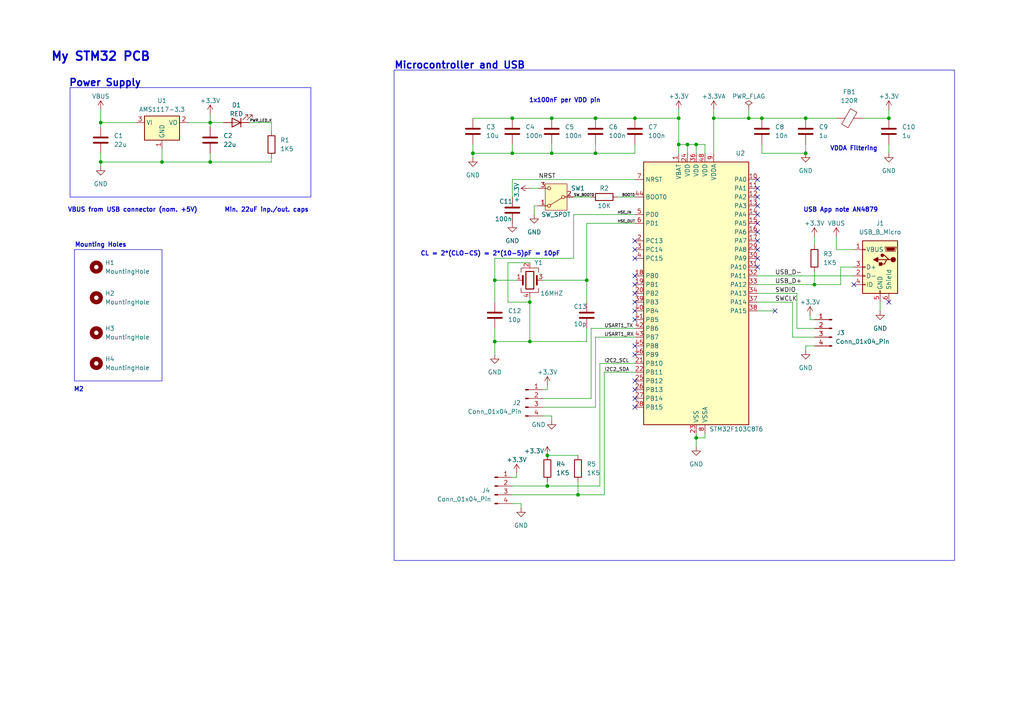
<source format=kicad_sch>
(kicad_sch
	(version 20250114)
	(generator "eeschema")
	(generator_version "9.0")
	(uuid "06e88cd0-f06c-4cd9-b00f-bc65cf5c5280")
	(paper "A4")
	(title_block
		(title "My STM32 PCB BOARD")
		(date "01/07/2025")
	)
	(lib_symbols
		(symbol "Connector:Conn_01x04_Pin"
			(pin_names
				(offset 1.016)
				(hide yes)
			)
			(exclude_from_sim no)
			(in_bom yes)
			(on_board yes)
			(property "Reference" "J"
				(at 0 5.08 0)
				(effects
					(font
						(size 1.27 1.27)
					)
				)
			)
			(property "Value" "Conn_01x04_Pin"
				(at 0 -7.62 0)
				(effects
					(font
						(size 1.27 1.27)
					)
				)
			)
			(property "Footprint" ""
				(at 0 0 0)
				(effects
					(font
						(size 1.27 1.27)
					)
					(hide yes)
				)
			)
			(property "Datasheet" "~"
				(at 0 0 0)
				(effects
					(font
						(size 1.27 1.27)
					)
					(hide yes)
				)
			)
			(property "Description" "Generic connector, single row, 01x04, script generated"
				(at 0 0 0)
				(effects
					(font
						(size 1.27 1.27)
					)
					(hide yes)
				)
			)
			(property "ki_locked" ""
				(at 0 0 0)
				(effects
					(font
						(size 1.27 1.27)
					)
				)
			)
			(property "ki_keywords" "connector"
				(at 0 0 0)
				(effects
					(font
						(size 1.27 1.27)
					)
					(hide yes)
				)
			)
			(property "ki_fp_filters" "Connector*:*_1x??_*"
				(at 0 0 0)
				(effects
					(font
						(size 1.27 1.27)
					)
					(hide yes)
				)
			)
			(symbol "Conn_01x04_Pin_1_1"
				(rectangle
					(start 0.8636 2.667)
					(end 0 2.413)
					(stroke
						(width 0.1524)
						(type default)
					)
					(fill
						(type outline)
					)
				)
				(rectangle
					(start 0.8636 0.127)
					(end 0 -0.127)
					(stroke
						(width 0.1524)
						(type default)
					)
					(fill
						(type outline)
					)
				)
				(rectangle
					(start 0.8636 -2.413)
					(end 0 -2.667)
					(stroke
						(width 0.1524)
						(type default)
					)
					(fill
						(type outline)
					)
				)
				(rectangle
					(start 0.8636 -4.953)
					(end 0 -5.207)
					(stroke
						(width 0.1524)
						(type default)
					)
					(fill
						(type outline)
					)
				)
				(polyline
					(pts
						(xy 1.27 2.54) (xy 0.8636 2.54)
					)
					(stroke
						(width 0.1524)
						(type default)
					)
					(fill
						(type none)
					)
				)
				(polyline
					(pts
						(xy 1.27 0) (xy 0.8636 0)
					)
					(stroke
						(width 0.1524)
						(type default)
					)
					(fill
						(type none)
					)
				)
				(polyline
					(pts
						(xy 1.27 -2.54) (xy 0.8636 -2.54)
					)
					(stroke
						(width 0.1524)
						(type default)
					)
					(fill
						(type none)
					)
				)
				(polyline
					(pts
						(xy 1.27 -5.08) (xy 0.8636 -5.08)
					)
					(stroke
						(width 0.1524)
						(type default)
					)
					(fill
						(type none)
					)
				)
				(pin passive line
					(at 5.08 2.54 180)
					(length 3.81)
					(name "Pin_1"
						(effects
							(font
								(size 1.27 1.27)
							)
						)
					)
					(number "1"
						(effects
							(font
								(size 1.27 1.27)
							)
						)
					)
				)
				(pin passive line
					(at 5.08 0 180)
					(length 3.81)
					(name "Pin_2"
						(effects
							(font
								(size 1.27 1.27)
							)
						)
					)
					(number "2"
						(effects
							(font
								(size 1.27 1.27)
							)
						)
					)
				)
				(pin passive line
					(at 5.08 -2.54 180)
					(length 3.81)
					(name "Pin_3"
						(effects
							(font
								(size 1.27 1.27)
							)
						)
					)
					(number "3"
						(effects
							(font
								(size 1.27 1.27)
							)
						)
					)
				)
				(pin passive line
					(at 5.08 -5.08 180)
					(length 3.81)
					(name "Pin_4"
						(effects
							(font
								(size 1.27 1.27)
							)
						)
					)
					(number "4"
						(effects
							(font
								(size 1.27 1.27)
							)
						)
					)
				)
			)
			(embedded_fonts no)
		)
		(symbol "Connector:USB_B_Micro"
			(pin_names
				(offset 1.016)
			)
			(exclude_from_sim no)
			(in_bom yes)
			(on_board yes)
			(property "Reference" "J"
				(at -5.08 11.43 0)
				(effects
					(font
						(size 1.27 1.27)
					)
					(justify left)
				)
			)
			(property "Value" "USB_B_Micro"
				(at -5.08 8.89 0)
				(effects
					(font
						(size 1.27 1.27)
					)
					(justify left)
				)
			)
			(property "Footprint" ""
				(at 3.81 -1.27 0)
				(effects
					(font
						(size 1.27 1.27)
					)
					(hide yes)
				)
			)
			(property "Datasheet" "~"
				(at 3.81 -1.27 0)
				(effects
					(font
						(size 1.27 1.27)
					)
					(hide yes)
				)
			)
			(property "Description" "USB Micro Type B connector"
				(at 0 0 0)
				(effects
					(font
						(size 1.27 1.27)
					)
					(hide yes)
				)
			)
			(property "ki_keywords" "connector USB micro"
				(at 0 0 0)
				(effects
					(font
						(size 1.27 1.27)
					)
					(hide yes)
				)
			)
			(property "ki_fp_filters" "USB*Micro*B*"
				(at 0 0 0)
				(effects
					(font
						(size 1.27 1.27)
					)
					(hide yes)
				)
			)
			(symbol "USB_B_Micro_0_1"
				(rectangle
					(start -5.08 -7.62)
					(end 5.08 7.62)
					(stroke
						(width 0.254)
						(type default)
					)
					(fill
						(type background)
					)
				)
				(polyline
					(pts
						(xy -4.699 5.842) (xy -4.699 5.588) (xy -4.445 4.826) (xy -4.445 4.572) (xy -1.651 4.572) (xy -1.651 4.826)
						(xy -1.397 5.588) (xy -1.397 5.842) (xy -4.699 5.842)
					)
					(stroke
						(width 0)
						(type default)
					)
					(fill
						(type none)
					)
				)
				(polyline
					(pts
						(xy -4.318 5.588) (xy -1.778 5.588) (xy -2.032 4.826) (xy -4.064 4.826) (xy -4.318 5.588)
					)
					(stroke
						(width 0)
						(type default)
					)
					(fill
						(type outline)
					)
				)
				(circle
					(center -3.81 2.159)
					(radius 0.635)
					(stroke
						(width 0.254)
						(type default)
					)
					(fill
						(type outline)
					)
				)
				(polyline
					(pts
						(xy -3.175 2.159) (xy -2.54 2.159) (xy -1.27 3.429) (xy -0.635 3.429)
					)
					(stroke
						(width 0.254)
						(type default)
					)
					(fill
						(type none)
					)
				)
				(polyline
					(pts
						(xy -2.54 2.159) (xy -1.905 2.159) (xy -1.27 0.889) (xy 0 0.889)
					)
					(stroke
						(width 0.254)
						(type default)
					)
					(fill
						(type none)
					)
				)
				(polyline
					(pts
						(xy -1.905 2.159) (xy 0.635 2.159)
					)
					(stroke
						(width 0.254)
						(type default)
					)
					(fill
						(type none)
					)
				)
				(circle
					(center -0.635 3.429)
					(radius 0.381)
					(stroke
						(width 0.254)
						(type default)
					)
					(fill
						(type outline)
					)
				)
				(rectangle
					(start -0.127 -7.62)
					(end 0.127 -6.858)
					(stroke
						(width 0)
						(type default)
					)
					(fill
						(type none)
					)
				)
				(rectangle
					(start 0.254 1.27)
					(end -0.508 0.508)
					(stroke
						(width 0.254)
						(type default)
					)
					(fill
						(type outline)
					)
				)
				(polyline
					(pts
						(xy 0.635 2.794) (xy 0.635 1.524) (xy 1.905 2.159) (xy 0.635 2.794)
					)
					(stroke
						(width 0.254)
						(type default)
					)
					(fill
						(type outline)
					)
				)
				(rectangle
					(start 5.08 4.953)
					(end 4.318 5.207)
					(stroke
						(width 0)
						(type default)
					)
					(fill
						(type none)
					)
				)
				(rectangle
					(start 5.08 -0.127)
					(end 4.318 0.127)
					(stroke
						(width 0)
						(type default)
					)
					(fill
						(type none)
					)
				)
				(rectangle
					(start 5.08 -2.667)
					(end 4.318 -2.413)
					(stroke
						(width 0)
						(type default)
					)
					(fill
						(type none)
					)
				)
				(rectangle
					(start 5.08 -5.207)
					(end 4.318 -4.953)
					(stroke
						(width 0)
						(type default)
					)
					(fill
						(type none)
					)
				)
			)
			(symbol "USB_B_Micro_1_1"
				(pin passive line
					(at -2.54 -10.16 90)
					(length 2.54)
					(name "Shield"
						(effects
							(font
								(size 1.27 1.27)
							)
						)
					)
					(number "6"
						(effects
							(font
								(size 1.27 1.27)
							)
						)
					)
				)
				(pin power_out line
					(at 0 -10.16 90)
					(length 2.54)
					(name "GND"
						(effects
							(font
								(size 1.27 1.27)
							)
						)
					)
					(number "5"
						(effects
							(font
								(size 1.27 1.27)
							)
						)
					)
				)
				(pin power_out line
					(at 7.62 5.08 180)
					(length 2.54)
					(name "VBUS"
						(effects
							(font
								(size 1.27 1.27)
							)
						)
					)
					(number "1"
						(effects
							(font
								(size 1.27 1.27)
							)
						)
					)
				)
				(pin bidirectional line
					(at 7.62 0 180)
					(length 2.54)
					(name "D+"
						(effects
							(font
								(size 1.27 1.27)
							)
						)
					)
					(number "3"
						(effects
							(font
								(size 1.27 1.27)
							)
						)
					)
				)
				(pin bidirectional line
					(at 7.62 -2.54 180)
					(length 2.54)
					(name "D-"
						(effects
							(font
								(size 1.27 1.27)
							)
						)
					)
					(number "2"
						(effects
							(font
								(size 1.27 1.27)
							)
						)
					)
				)
				(pin passive line
					(at 7.62 -5.08 180)
					(length 2.54)
					(name "ID"
						(effects
							(font
								(size 1.27 1.27)
							)
						)
					)
					(number "4"
						(effects
							(font
								(size 1.27 1.27)
							)
						)
					)
				)
			)
			(embedded_fonts no)
		)
		(symbol "Device:C"
			(pin_numbers
				(hide yes)
			)
			(pin_names
				(offset 0.254)
			)
			(exclude_from_sim no)
			(in_bom yes)
			(on_board yes)
			(property "Reference" "C"
				(at 0.635 2.54 0)
				(effects
					(font
						(size 1.27 1.27)
					)
					(justify left)
				)
			)
			(property "Value" "C"
				(at 0.635 -2.54 0)
				(effects
					(font
						(size 1.27 1.27)
					)
					(justify left)
				)
			)
			(property "Footprint" ""
				(at 0.9652 -3.81 0)
				(effects
					(font
						(size 1.27 1.27)
					)
					(hide yes)
				)
			)
			(property "Datasheet" "~"
				(at 0 0 0)
				(effects
					(font
						(size 1.27 1.27)
					)
					(hide yes)
				)
			)
			(property "Description" "Unpolarized capacitor"
				(at 0 0 0)
				(effects
					(font
						(size 1.27 1.27)
					)
					(hide yes)
				)
			)
			(property "ki_keywords" "cap capacitor"
				(at 0 0 0)
				(effects
					(font
						(size 1.27 1.27)
					)
					(hide yes)
				)
			)
			(property "ki_fp_filters" "C_*"
				(at 0 0 0)
				(effects
					(font
						(size 1.27 1.27)
					)
					(hide yes)
				)
			)
			(symbol "C_0_1"
				(polyline
					(pts
						(xy -2.032 0.762) (xy 2.032 0.762)
					)
					(stroke
						(width 0.508)
						(type default)
					)
					(fill
						(type none)
					)
				)
				(polyline
					(pts
						(xy -2.032 -0.762) (xy 2.032 -0.762)
					)
					(stroke
						(width 0.508)
						(type default)
					)
					(fill
						(type none)
					)
				)
			)
			(symbol "C_1_1"
				(pin passive line
					(at 0 3.81 270)
					(length 2.794)
					(name "~"
						(effects
							(font
								(size 1.27 1.27)
							)
						)
					)
					(number "1"
						(effects
							(font
								(size 1.27 1.27)
							)
						)
					)
				)
				(pin passive line
					(at 0 -3.81 90)
					(length 2.794)
					(name "~"
						(effects
							(font
								(size 1.27 1.27)
							)
						)
					)
					(number "2"
						(effects
							(font
								(size 1.27 1.27)
							)
						)
					)
				)
			)
			(embedded_fonts no)
		)
		(symbol "Device:Crystal_GND24"
			(pin_names
				(offset 1.016)
				(hide yes)
			)
			(exclude_from_sim no)
			(in_bom yes)
			(on_board yes)
			(property "Reference" "Y"
				(at 3.175 5.08 0)
				(effects
					(font
						(size 1.27 1.27)
					)
					(justify left)
				)
			)
			(property "Value" "Crystal_GND24"
				(at 3.175 3.175 0)
				(effects
					(font
						(size 1.27 1.27)
					)
					(justify left)
				)
			)
			(property "Footprint" ""
				(at 0 0 0)
				(effects
					(font
						(size 1.27 1.27)
					)
					(hide yes)
				)
			)
			(property "Datasheet" "~"
				(at 0 0 0)
				(effects
					(font
						(size 1.27 1.27)
					)
					(hide yes)
				)
			)
			(property "Description" "Four pin crystal, GND on pins 2 and 4"
				(at 0 0 0)
				(effects
					(font
						(size 1.27 1.27)
					)
					(hide yes)
				)
			)
			(property "ki_keywords" "quartz ceramic resonator oscillator"
				(at 0 0 0)
				(effects
					(font
						(size 1.27 1.27)
					)
					(hide yes)
				)
			)
			(property "ki_fp_filters" "Crystal*"
				(at 0 0 0)
				(effects
					(font
						(size 1.27 1.27)
					)
					(hide yes)
				)
			)
			(symbol "Crystal_GND24_0_1"
				(polyline
					(pts
						(xy -2.54 2.286) (xy -2.54 3.556) (xy 2.54 3.556) (xy 2.54 2.286)
					)
					(stroke
						(width 0)
						(type default)
					)
					(fill
						(type none)
					)
				)
				(polyline
					(pts
						(xy -2.54 0) (xy -2.032 0)
					)
					(stroke
						(width 0)
						(type default)
					)
					(fill
						(type none)
					)
				)
				(polyline
					(pts
						(xy -2.54 -2.286) (xy -2.54 -3.556) (xy 2.54 -3.556) (xy 2.54 -2.286)
					)
					(stroke
						(width 0)
						(type default)
					)
					(fill
						(type none)
					)
				)
				(polyline
					(pts
						(xy -2.032 -1.27) (xy -2.032 1.27)
					)
					(stroke
						(width 0.508)
						(type default)
					)
					(fill
						(type none)
					)
				)
				(rectangle
					(start -1.143 2.54)
					(end 1.143 -2.54)
					(stroke
						(width 0.3048)
						(type default)
					)
					(fill
						(type none)
					)
				)
				(polyline
					(pts
						(xy 0 3.556) (xy 0 3.81)
					)
					(stroke
						(width 0)
						(type default)
					)
					(fill
						(type none)
					)
				)
				(polyline
					(pts
						(xy 0 -3.81) (xy 0 -3.556)
					)
					(stroke
						(width 0)
						(type default)
					)
					(fill
						(type none)
					)
				)
				(polyline
					(pts
						(xy 2.032 0) (xy 2.54 0)
					)
					(stroke
						(width 0)
						(type default)
					)
					(fill
						(type none)
					)
				)
				(polyline
					(pts
						(xy 2.032 -1.27) (xy 2.032 1.27)
					)
					(stroke
						(width 0.508)
						(type default)
					)
					(fill
						(type none)
					)
				)
			)
			(symbol "Crystal_GND24_1_1"
				(pin passive line
					(at -3.81 0 0)
					(length 1.27)
					(name "1"
						(effects
							(font
								(size 1.27 1.27)
							)
						)
					)
					(number "1"
						(effects
							(font
								(size 1.27 1.27)
							)
						)
					)
				)
				(pin passive line
					(at 0 5.08 270)
					(length 1.27)
					(name "2"
						(effects
							(font
								(size 1.27 1.27)
							)
						)
					)
					(number "2"
						(effects
							(font
								(size 1.27 1.27)
							)
						)
					)
				)
				(pin passive line
					(at 0 -5.08 90)
					(length 1.27)
					(name "4"
						(effects
							(font
								(size 1.27 1.27)
							)
						)
					)
					(number "4"
						(effects
							(font
								(size 1.27 1.27)
							)
						)
					)
				)
				(pin passive line
					(at 3.81 0 180)
					(length 1.27)
					(name "3"
						(effects
							(font
								(size 1.27 1.27)
							)
						)
					)
					(number "3"
						(effects
							(font
								(size 1.27 1.27)
							)
						)
					)
				)
			)
			(embedded_fonts no)
		)
		(symbol "Device:FerriteBead"
			(pin_numbers
				(hide yes)
			)
			(pin_names
				(offset 0)
			)
			(exclude_from_sim no)
			(in_bom yes)
			(on_board yes)
			(property "Reference" "FB"
				(at -3.81 0.635 90)
				(effects
					(font
						(size 1.27 1.27)
					)
				)
			)
			(property "Value" "FerriteBead"
				(at 3.81 0 90)
				(effects
					(font
						(size 1.27 1.27)
					)
				)
			)
			(property "Footprint" ""
				(at -1.778 0 90)
				(effects
					(font
						(size 1.27 1.27)
					)
					(hide yes)
				)
			)
			(property "Datasheet" "~"
				(at 0 0 0)
				(effects
					(font
						(size 1.27 1.27)
					)
					(hide yes)
				)
			)
			(property "Description" "Ferrite bead"
				(at 0 0 0)
				(effects
					(font
						(size 1.27 1.27)
					)
					(hide yes)
				)
			)
			(property "ki_keywords" "L ferrite bead inductor filter"
				(at 0 0 0)
				(effects
					(font
						(size 1.27 1.27)
					)
					(hide yes)
				)
			)
			(property "ki_fp_filters" "Inductor_* L_* *Ferrite*"
				(at 0 0 0)
				(effects
					(font
						(size 1.27 1.27)
					)
					(hide yes)
				)
			)
			(symbol "FerriteBead_0_1"
				(polyline
					(pts
						(xy -2.7686 0.4064) (xy -1.7018 2.2606) (xy 2.7686 -0.3048) (xy 1.6764 -2.159) (xy -2.7686 0.4064)
					)
					(stroke
						(width 0)
						(type default)
					)
					(fill
						(type none)
					)
				)
				(polyline
					(pts
						(xy 0 1.27) (xy 0 1.2954)
					)
					(stroke
						(width 0)
						(type default)
					)
					(fill
						(type none)
					)
				)
				(polyline
					(pts
						(xy 0 -1.27) (xy 0 -1.2192)
					)
					(stroke
						(width 0)
						(type default)
					)
					(fill
						(type none)
					)
				)
			)
			(symbol "FerriteBead_1_1"
				(pin passive line
					(at 0 3.81 270)
					(length 2.54)
					(name "~"
						(effects
							(font
								(size 1.27 1.27)
							)
						)
					)
					(number "1"
						(effects
							(font
								(size 1.27 1.27)
							)
						)
					)
				)
				(pin passive line
					(at 0 -3.81 90)
					(length 2.54)
					(name "~"
						(effects
							(font
								(size 1.27 1.27)
							)
						)
					)
					(number "2"
						(effects
							(font
								(size 1.27 1.27)
							)
						)
					)
				)
			)
			(embedded_fonts no)
		)
		(symbol "Device:LED"
			(pin_numbers
				(hide yes)
			)
			(pin_names
				(offset 1.016)
				(hide yes)
			)
			(exclude_from_sim no)
			(in_bom yes)
			(on_board yes)
			(property "Reference" "D"
				(at 0 2.54 0)
				(effects
					(font
						(size 1.27 1.27)
					)
				)
			)
			(property "Value" "LED"
				(at 0 -2.54 0)
				(effects
					(font
						(size 1.27 1.27)
					)
				)
			)
			(property "Footprint" ""
				(at 0 0 0)
				(effects
					(font
						(size 1.27 1.27)
					)
					(hide yes)
				)
			)
			(property "Datasheet" "~"
				(at 0 0 0)
				(effects
					(font
						(size 1.27 1.27)
					)
					(hide yes)
				)
			)
			(property "Description" "Light emitting diode"
				(at 0 0 0)
				(effects
					(font
						(size 1.27 1.27)
					)
					(hide yes)
				)
			)
			(property "Sim.Pins" "1=K 2=A"
				(at 0 0 0)
				(effects
					(font
						(size 1.27 1.27)
					)
					(hide yes)
				)
			)
			(property "ki_keywords" "LED diode"
				(at 0 0 0)
				(effects
					(font
						(size 1.27 1.27)
					)
					(hide yes)
				)
			)
			(property "ki_fp_filters" "LED* LED_SMD:* LED_THT:*"
				(at 0 0 0)
				(effects
					(font
						(size 1.27 1.27)
					)
					(hide yes)
				)
			)
			(symbol "LED_0_1"
				(polyline
					(pts
						(xy -3.048 -0.762) (xy -4.572 -2.286) (xy -3.81 -2.286) (xy -4.572 -2.286) (xy -4.572 -1.524)
					)
					(stroke
						(width 0)
						(type default)
					)
					(fill
						(type none)
					)
				)
				(polyline
					(pts
						(xy -1.778 -0.762) (xy -3.302 -2.286) (xy -2.54 -2.286) (xy -3.302 -2.286) (xy -3.302 -1.524)
					)
					(stroke
						(width 0)
						(type default)
					)
					(fill
						(type none)
					)
				)
				(polyline
					(pts
						(xy -1.27 0) (xy 1.27 0)
					)
					(stroke
						(width 0)
						(type default)
					)
					(fill
						(type none)
					)
				)
				(polyline
					(pts
						(xy -1.27 -1.27) (xy -1.27 1.27)
					)
					(stroke
						(width 0.254)
						(type default)
					)
					(fill
						(type none)
					)
				)
				(polyline
					(pts
						(xy 1.27 -1.27) (xy 1.27 1.27) (xy -1.27 0) (xy 1.27 -1.27)
					)
					(stroke
						(width 0.254)
						(type default)
					)
					(fill
						(type none)
					)
				)
			)
			(symbol "LED_1_1"
				(pin passive line
					(at -3.81 0 0)
					(length 2.54)
					(name "K"
						(effects
							(font
								(size 1.27 1.27)
							)
						)
					)
					(number "1"
						(effects
							(font
								(size 1.27 1.27)
							)
						)
					)
				)
				(pin passive line
					(at 3.81 0 180)
					(length 2.54)
					(name "A"
						(effects
							(font
								(size 1.27 1.27)
							)
						)
					)
					(number "2"
						(effects
							(font
								(size 1.27 1.27)
							)
						)
					)
				)
			)
			(embedded_fonts no)
		)
		(symbol "Device:R"
			(pin_numbers
				(hide yes)
			)
			(pin_names
				(offset 0)
			)
			(exclude_from_sim no)
			(in_bom yes)
			(on_board yes)
			(property "Reference" "R"
				(at 2.032 0 90)
				(effects
					(font
						(size 1.27 1.27)
					)
				)
			)
			(property "Value" "R"
				(at 0 0 90)
				(effects
					(font
						(size 1.27 1.27)
					)
				)
			)
			(property "Footprint" ""
				(at -1.778 0 90)
				(effects
					(font
						(size 1.27 1.27)
					)
					(hide yes)
				)
			)
			(property "Datasheet" "~"
				(at 0 0 0)
				(effects
					(font
						(size 1.27 1.27)
					)
					(hide yes)
				)
			)
			(property "Description" "Resistor"
				(at 0 0 0)
				(effects
					(font
						(size 1.27 1.27)
					)
					(hide yes)
				)
			)
			(property "ki_keywords" "R res resistor"
				(at 0 0 0)
				(effects
					(font
						(size 1.27 1.27)
					)
					(hide yes)
				)
			)
			(property "ki_fp_filters" "R_*"
				(at 0 0 0)
				(effects
					(font
						(size 1.27 1.27)
					)
					(hide yes)
				)
			)
			(symbol "R_0_1"
				(rectangle
					(start -1.016 -2.54)
					(end 1.016 2.54)
					(stroke
						(width 0.254)
						(type default)
					)
					(fill
						(type none)
					)
				)
			)
			(symbol "R_1_1"
				(pin passive line
					(at 0 3.81 270)
					(length 1.27)
					(name "~"
						(effects
							(font
								(size 1.27 1.27)
							)
						)
					)
					(number "1"
						(effects
							(font
								(size 1.27 1.27)
							)
						)
					)
				)
				(pin passive line
					(at 0 -3.81 90)
					(length 1.27)
					(name "~"
						(effects
							(font
								(size 1.27 1.27)
							)
						)
					)
					(number "2"
						(effects
							(font
								(size 1.27 1.27)
							)
						)
					)
				)
			)
			(embedded_fonts no)
		)
		(symbol "MCU_ST_STM32F1:STM32F103C8Tx"
			(exclude_from_sim no)
			(in_bom yes)
			(on_board yes)
			(property "Reference" "U"
				(at -15.24 39.37 0)
				(effects
					(font
						(size 1.27 1.27)
					)
					(justify left)
				)
			)
			(property "Value" "STM32F103C8Tx"
				(at 7.62 39.37 0)
				(effects
					(font
						(size 1.27 1.27)
					)
					(justify left)
				)
			)
			(property "Footprint" "Package_QFP:LQFP-48_7x7mm_P0.5mm"
				(at -15.24 -38.1 0)
				(effects
					(font
						(size 1.27 1.27)
					)
					(justify right)
					(hide yes)
				)
			)
			(property "Datasheet" "https://www.st.com/resource/en/datasheet/stm32f103c8.pdf"
				(at 0 0 0)
				(effects
					(font
						(size 1.27 1.27)
					)
					(hide yes)
				)
			)
			(property "Description" "STMicroelectronics Arm Cortex-M3 MCU, 64KB flash, 20KB RAM, 72 MHz, 2.0-3.6V, 37 GPIO, LQFP48"
				(at 0 0 0)
				(effects
					(font
						(size 1.27 1.27)
					)
					(hide yes)
				)
			)
			(property "ki_keywords" "Arm Cortex-M3 STM32F1 STM32F103"
				(at 0 0 0)
				(effects
					(font
						(size 1.27 1.27)
					)
					(hide yes)
				)
			)
			(property "ki_fp_filters" "LQFP*7x7mm*P0.5mm*"
				(at 0 0 0)
				(effects
					(font
						(size 1.27 1.27)
					)
					(hide yes)
				)
			)
			(symbol "STM32F103C8Tx_0_1"
				(rectangle
					(start -15.24 -38.1)
					(end 15.24 38.1)
					(stroke
						(width 0.254)
						(type default)
					)
					(fill
						(type background)
					)
				)
			)
			(symbol "STM32F103C8Tx_1_1"
				(pin input line
					(at -17.78 33.02 0)
					(length 2.54)
					(name "NRST"
						(effects
							(font
								(size 1.27 1.27)
							)
						)
					)
					(number "7"
						(effects
							(font
								(size 1.27 1.27)
							)
						)
					)
				)
				(pin input line
					(at -17.78 27.94 0)
					(length 2.54)
					(name "BOOT0"
						(effects
							(font
								(size 1.27 1.27)
							)
						)
					)
					(number "44"
						(effects
							(font
								(size 1.27 1.27)
							)
						)
					)
				)
				(pin bidirectional line
					(at -17.78 22.86 0)
					(length 2.54)
					(name "PD0"
						(effects
							(font
								(size 1.27 1.27)
							)
						)
					)
					(number "5"
						(effects
							(font
								(size 1.27 1.27)
							)
						)
					)
					(alternate "RCC_OSC_IN" bidirectional line)
				)
				(pin bidirectional line
					(at -17.78 20.32 0)
					(length 2.54)
					(name "PD1"
						(effects
							(font
								(size 1.27 1.27)
							)
						)
					)
					(number "6"
						(effects
							(font
								(size 1.27 1.27)
							)
						)
					)
					(alternate "RCC_OSC_OUT" bidirectional line)
				)
				(pin bidirectional line
					(at -17.78 15.24 0)
					(length 2.54)
					(name "PC13"
						(effects
							(font
								(size 1.27 1.27)
							)
						)
					)
					(number "2"
						(effects
							(font
								(size 1.27 1.27)
							)
						)
					)
					(alternate "RTC_OUT" bidirectional line)
					(alternate "RTC_TAMPER" bidirectional line)
				)
				(pin bidirectional line
					(at -17.78 12.7 0)
					(length 2.54)
					(name "PC14"
						(effects
							(font
								(size 1.27 1.27)
							)
						)
					)
					(number "3"
						(effects
							(font
								(size 1.27 1.27)
							)
						)
					)
					(alternate "RCC_OSC32_IN" bidirectional line)
				)
				(pin bidirectional line
					(at -17.78 10.16 0)
					(length 2.54)
					(name "PC15"
						(effects
							(font
								(size 1.27 1.27)
							)
						)
					)
					(number "4"
						(effects
							(font
								(size 1.27 1.27)
							)
						)
					)
					(alternate "ADC1_EXTI15" bidirectional line)
					(alternate "ADC2_EXTI15" bidirectional line)
					(alternate "RCC_OSC32_OUT" bidirectional line)
				)
				(pin bidirectional line
					(at -17.78 5.08 0)
					(length 2.54)
					(name "PB0"
						(effects
							(font
								(size 1.27 1.27)
							)
						)
					)
					(number "18"
						(effects
							(font
								(size 1.27 1.27)
							)
						)
					)
					(alternate "ADC1_IN8" bidirectional line)
					(alternate "ADC2_IN8" bidirectional line)
					(alternate "TIM1_CH2N" bidirectional line)
					(alternate "TIM3_CH3" bidirectional line)
				)
				(pin bidirectional line
					(at -17.78 2.54 0)
					(length 2.54)
					(name "PB1"
						(effects
							(font
								(size 1.27 1.27)
							)
						)
					)
					(number "19"
						(effects
							(font
								(size 1.27 1.27)
							)
						)
					)
					(alternate "ADC1_IN9" bidirectional line)
					(alternate "ADC2_IN9" bidirectional line)
					(alternate "TIM1_CH3N" bidirectional line)
					(alternate "TIM3_CH4" bidirectional line)
				)
				(pin bidirectional line
					(at -17.78 0 0)
					(length 2.54)
					(name "PB2"
						(effects
							(font
								(size 1.27 1.27)
							)
						)
					)
					(number "20"
						(effects
							(font
								(size 1.27 1.27)
							)
						)
					)
				)
				(pin bidirectional line
					(at -17.78 -2.54 0)
					(length 2.54)
					(name "PB3"
						(effects
							(font
								(size 1.27 1.27)
							)
						)
					)
					(number "39"
						(effects
							(font
								(size 1.27 1.27)
							)
						)
					)
					(alternate "SPI1_SCK" bidirectional line)
					(alternate "SYS_JTDO-TRACESWO" bidirectional line)
					(alternate "TIM2_CH2" bidirectional line)
				)
				(pin bidirectional line
					(at -17.78 -5.08 0)
					(length 2.54)
					(name "PB4"
						(effects
							(font
								(size 1.27 1.27)
							)
						)
					)
					(number "40"
						(effects
							(font
								(size 1.27 1.27)
							)
						)
					)
					(alternate "SPI1_MISO" bidirectional line)
					(alternate "SYS_NJTRST" bidirectional line)
					(alternate "TIM3_CH1" bidirectional line)
				)
				(pin bidirectional line
					(at -17.78 -7.62 0)
					(length 2.54)
					(name "PB5"
						(effects
							(font
								(size 1.27 1.27)
							)
						)
					)
					(number "41"
						(effects
							(font
								(size 1.27 1.27)
							)
						)
					)
					(alternate "I2C1_SMBA" bidirectional line)
					(alternate "SPI1_MOSI" bidirectional line)
					(alternate "TIM3_CH2" bidirectional line)
				)
				(pin bidirectional line
					(at -17.78 -10.16 0)
					(length 2.54)
					(name "PB6"
						(effects
							(font
								(size 1.27 1.27)
							)
						)
					)
					(number "42"
						(effects
							(font
								(size 1.27 1.27)
							)
						)
					)
					(alternate "I2C1_SCL" bidirectional line)
					(alternate "TIM4_CH1" bidirectional line)
					(alternate "USART1_TX" bidirectional line)
				)
				(pin bidirectional line
					(at -17.78 -12.7 0)
					(length 2.54)
					(name "PB7"
						(effects
							(font
								(size 1.27 1.27)
							)
						)
					)
					(number "43"
						(effects
							(font
								(size 1.27 1.27)
							)
						)
					)
					(alternate "I2C1_SDA" bidirectional line)
					(alternate "TIM4_CH2" bidirectional line)
					(alternate "USART1_RX" bidirectional line)
				)
				(pin bidirectional line
					(at -17.78 -15.24 0)
					(length 2.54)
					(name "PB8"
						(effects
							(font
								(size 1.27 1.27)
							)
						)
					)
					(number "45"
						(effects
							(font
								(size 1.27 1.27)
							)
						)
					)
					(alternate "CAN_RX" bidirectional line)
					(alternate "I2C1_SCL" bidirectional line)
					(alternate "TIM4_CH3" bidirectional line)
				)
				(pin bidirectional line
					(at -17.78 -17.78 0)
					(length 2.54)
					(name "PB9"
						(effects
							(font
								(size 1.27 1.27)
							)
						)
					)
					(number "46"
						(effects
							(font
								(size 1.27 1.27)
							)
						)
					)
					(alternate "CAN_TX" bidirectional line)
					(alternate "I2C1_SDA" bidirectional line)
					(alternate "TIM4_CH4" bidirectional line)
				)
				(pin bidirectional line
					(at -17.78 -20.32 0)
					(length 2.54)
					(name "PB10"
						(effects
							(font
								(size 1.27 1.27)
							)
						)
					)
					(number "21"
						(effects
							(font
								(size 1.27 1.27)
							)
						)
					)
					(alternate "I2C2_SCL" bidirectional line)
					(alternate "TIM2_CH3" bidirectional line)
					(alternate "USART3_TX" bidirectional line)
				)
				(pin bidirectional line
					(at -17.78 -22.86 0)
					(length 2.54)
					(name "PB11"
						(effects
							(font
								(size 1.27 1.27)
							)
						)
					)
					(number "22"
						(effects
							(font
								(size 1.27 1.27)
							)
						)
					)
					(alternate "ADC1_EXTI11" bidirectional line)
					(alternate "ADC2_EXTI11" bidirectional line)
					(alternate "I2C2_SDA" bidirectional line)
					(alternate "TIM2_CH4" bidirectional line)
					(alternate "USART3_RX" bidirectional line)
				)
				(pin bidirectional line
					(at -17.78 -25.4 0)
					(length 2.54)
					(name "PB12"
						(effects
							(font
								(size 1.27 1.27)
							)
						)
					)
					(number "25"
						(effects
							(font
								(size 1.27 1.27)
							)
						)
					)
					(alternate "I2C2_SMBA" bidirectional line)
					(alternate "SPI2_NSS" bidirectional line)
					(alternate "TIM1_BKIN" bidirectional line)
					(alternate "USART3_CK" bidirectional line)
				)
				(pin bidirectional line
					(at -17.78 -27.94 0)
					(length 2.54)
					(name "PB13"
						(effects
							(font
								(size 1.27 1.27)
							)
						)
					)
					(number "26"
						(effects
							(font
								(size 1.27 1.27)
							)
						)
					)
					(alternate "SPI2_SCK" bidirectional line)
					(alternate "TIM1_CH1N" bidirectional line)
					(alternate "USART3_CTS" bidirectional line)
				)
				(pin bidirectional line
					(at -17.78 -30.48 0)
					(length 2.54)
					(name "PB14"
						(effects
							(font
								(size 1.27 1.27)
							)
						)
					)
					(number "27"
						(effects
							(font
								(size 1.27 1.27)
							)
						)
					)
					(alternate "SPI2_MISO" bidirectional line)
					(alternate "TIM1_CH2N" bidirectional line)
					(alternate "USART3_RTS" bidirectional line)
				)
				(pin bidirectional line
					(at -17.78 -33.02 0)
					(length 2.54)
					(name "PB15"
						(effects
							(font
								(size 1.27 1.27)
							)
						)
					)
					(number "28"
						(effects
							(font
								(size 1.27 1.27)
							)
						)
					)
					(alternate "ADC1_EXTI15" bidirectional line)
					(alternate "ADC2_EXTI15" bidirectional line)
					(alternate "SPI2_MOSI" bidirectional line)
					(alternate "TIM1_CH3N" bidirectional line)
				)
				(pin power_in line
					(at -5.08 40.64 270)
					(length 2.54)
					(name "VBAT"
						(effects
							(font
								(size 1.27 1.27)
							)
						)
					)
					(number "1"
						(effects
							(font
								(size 1.27 1.27)
							)
						)
					)
				)
				(pin power_in line
					(at -2.54 40.64 270)
					(length 2.54)
					(name "VDD"
						(effects
							(font
								(size 1.27 1.27)
							)
						)
					)
					(number "24"
						(effects
							(font
								(size 1.27 1.27)
							)
						)
					)
				)
				(pin power_in line
					(at 0 40.64 270)
					(length 2.54)
					(name "VDD"
						(effects
							(font
								(size 1.27 1.27)
							)
						)
					)
					(number "36"
						(effects
							(font
								(size 1.27 1.27)
							)
						)
					)
				)
				(pin power_in line
					(at 0 -40.64 90)
					(length 2.54)
					(name "VSS"
						(effects
							(font
								(size 1.27 1.27)
							)
						)
					)
					(number "23"
						(effects
							(font
								(size 1.27 1.27)
							)
						)
					)
				)
				(pin passive line
					(at 0 -40.64 90)
					(length 2.54)
					(hide yes)
					(name "VSS"
						(effects
							(font
								(size 1.27 1.27)
							)
						)
					)
					(number "35"
						(effects
							(font
								(size 1.27 1.27)
							)
						)
					)
				)
				(pin passive line
					(at 0 -40.64 90)
					(length 2.54)
					(hide yes)
					(name "VSS"
						(effects
							(font
								(size 1.27 1.27)
							)
						)
					)
					(number "47"
						(effects
							(font
								(size 1.27 1.27)
							)
						)
					)
				)
				(pin power_in line
					(at 2.54 40.64 270)
					(length 2.54)
					(name "VDD"
						(effects
							(font
								(size 1.27 1.27)
							)
						)
					)
					(number "48"
						(effects
							(font
								(size 1.27 1.27)
							)
						)
					)
				)
				(pin power_in line
					(at 2.54 -40.64 90)
					(length 2.54)
					(name "VSSA"
						(effects
							(font
								(size 1.27 1.27)
							)
						)
					)
					(number "8"
						(effects
							(font
								(size 1.27 1.27)
							)
						)
					)
				)
				(pin power_in line
					(at 5.08 40.64 270)
					(length 2.54)
					(name "VDDA"
						(effects
							(font
								(size 1.27 1.27)
							)
						)
					)
					(number "9"
						(effects
							(font
								(size 1.27 1.27)
							)
						)
					)
				)
				(pin bidirectional line
					(at 17.78 33.02 180)
					(length 2.54)
					(name "PA0"
						(effects
							(font
								(size 1.27 1.27)
							)
						)
					)
					(number "10"
						(effects
							(font
								(size 1.27 1.27)
							)
						)
					)
					(alternate "ADC1_IN0" bidirectional line)
					(alternate "ADC2_IN0" bidirectional line)
					(alternate "SYS_WKUP" bidirectional line)
					(alternate "TIM2_CH1" bidirectional line)
					(alternate "TIM2_ETR" bidirectional line)
					(alternate "USART2_CTS" bidirectional line)
				)
				(pin bidirectional line
					(at 17.78 30.48 180)
					(length 2.54)
					(name "PA1"
						(effects
							(font
								(size 1.27 1.27)
							)
						)
					)
					(number "11"
						(effects
							(font
								(size 1.27 1.27)
							)
						)
					)
					(alternate "ADC1_IN1" bidirectional line)
					(alternate "ADC2_IN1" bidirectional line)
					(alternate "TIM2_CH2" bidirectional line)
					(alternate "USART2_RTS" bidirectional line)
				)
				(pin bidirectional line
					(at 17.78 27.94 180)
					(length 2.54)
					(name "PA2"
						(effects
							(font
								(size 1.27 1.27)
							)
						)
					)
					(number "12"
						(effects
							(font
								(size 1.27 1.27)
							)
						)
					)
					(alternate "ADC1_IN2" bidirectional line)
					(alternate "ADC2_IN2" bidirectional line)
					(alternate "TIM2_CH3" bidirectional line)
					(alternate "USART2_TX" bidirectional line)
				)
				(pin bidirectional line
					(at 17.78 25.4 180)
					(length 2.54)
					(name "PA3"
						(effects
							(font
								(size 1.27 1.27)
							)
						)
					)
					(number "13"
						(effects
							(font
								(size 1.27 1.27)
							)
						)
					)
					(alternate "ADC1_IN3" bidirectional line)
					(alternate "ADC2_IN3" bidirectional line)
					(alternate "TIM2_CH4" bidirectional line)
					(alternate "USART2_RX" bidirectional line)
				)
				(pin bidirectional line
					(at 17.78 22.86 180)
					(length 2.54)
					(name "PA4"
						(effects
							(font
								(size 1.27 1.27)
							)
						)
					)
					(number "14"
						(effects
							(font
								(size 1.27 1.27)
							)
						)
					)
					(alternate "ADC1_IN4" bidirectional line)
					(alternate "ADC2_IN4" bidirectional line)
					(alternate "SPI1_NSS" bidirectional line)
					(alternate "USART2_CK" bidirectional line)
				)
				(pin bidirectional line
					(at 17.78 20.32 180)
					(length 2.54)
					(name "PA5"
						(effects
							(font
								(size 1.27 1.27)
							)
						)
					)
					(number "15"
						(effects
							(font
								(size 1.27 1.27)
							)
						)
					)
					(alternate "ADC1_IN5" bidirectional line)
					(alternate "ADC2_IN5" bidirectional line)
					(alternate "SPI1_SCK" bidirectional line)
				)
				(pin bidirectional line
					(at 17.78 17.78 180)
					(length 2.54)
					(name "PA6"
						(effects
							(font
								(size 1.27 1.27)
							)
						)
					)
					(number "16"
						(effects
							(font
								(size 1.27 1.27)
							)
						)
					)
					(alternate "ADC1_IN6" bidirectional line)
					(alternate "ADC2_IN6" bidirectional line)
					(alternate "SPI1_MISO" bidirectional line)
					(alternate "TIM1_BKIN" bidirectional line)
					(alternate "TIM3_CH1" bidirectional line)
				)
				(pin bidirectional line
					(at 17.78 15.24 180)
					(length 2.54)
					(name "PA7"
						(effects
							(font
								(size 1.27 1.27)
							)
						)
					)
					(number "17"
						(effects
							(font
								(size 1.27 1.27)
							)
						)
					)
					(alternate "ADC1_IN7" bidirectional line)
					(alternate "ADC2_IN7" bidirectional line)
					(alternate "SPI1_MOSI" bidirectional line)
					(alternate "TIM1_CH1N" bidirectional line)
					(alternate "TIM3_CH2" bidirectional line)
				)
				(pin bidirectional line
					(at 17.78 12.7 180)
					(length 2.54)
					(name "PA8"
						(effects
							(font
								(size 1.27 1.27)
							)
						)
					)
					(number "29"
						(effects
							(font
								(size 1.27 1.27)
							)
						)
					)
					(alternate "RCC_MCO" bidirectional line)
					(alternate "TIM1_CH1" bidirectional line)
					(alternate "USART1_CK" bidirectional line)
				)
				(pin bidirectional line
					(at 17.78 10.16 180)
					(length 2.54)
					(name "PA9"
						(effects
							(font
								(size 1.27 1.27)
							)
						)
					)
					(number "30"
						(effects
							(font
								(size 1.27 1.27)
							)
						)
					)
					(alternate "TIM1_CH2" bidirectional line)
					(alternate "USART1_TX" bidirectional line)
				)
				(pin bidirectional line
					(at 17.78 7.62 180)
					(length 2.54)
					(name "PA10"
						(effects
							(font
								(size 1.27 1.27)
							)
						)
					)
					(number "31"
						(effects
							(font
								(size 1.27 1.27)
							)
						)
					)
					(alternate "TIM1_CH3" bidirectional line)
					(alternate "USART1_RX" bidirectional line)
				)
				(pin bidirectional line
					(at 17.78 5.08 180)
					(length 2.54)
					(name "PA11"
						(effects
							(font
								(size 1.27 1.27)
							)
						)
					)
					(number "32"
						(effects
							(font
								(size 1.27 1.27)
							)
						)
					)
					(alternate "ADC1_EXTI11" bidirectional line)
					(alternate "ADC2_EXTI11" bidirectional line)
					(alternate "CAN_RX" bidirectional line)
					(alternate "TIM1_CH4" bidirectional line)
					(alternate "USART1_CTS" bidirectional line)
					(alternate "USB_DM" bidirectional line)
				)
				(pin bidirectional line
					(at 17.78 2.54 180)
					(length 2.54)
					(name "PA12"
						(effects
							(font
								(size 1.27 1.27)
							)
						)
					)
					(number "33"
						(effects
							(font
								(size 1.27 1.27)
							)
						)
					)
					(alternate "CAN_TX" bidirectional line)
					(alternate "TIM1_ETR" bidirectional line)
					(alternate "USART1_RTS" bidirectional line)
					(alternate "USB_DP" bidirectional line)
				)
				(pin bidirectional line
					(at 17.78 0 180)
					(length 2.54)
					(name "PA13"
						(effects
							(font
								(size 1.27 1.27)
							)
						)
					)
					(number "34"
						(effects
							(font
								(size 1.27 1.27)
							)
						)
					)
					(alternate "SYS_JTMS-SWDIO" bidirectional line)
				)
				(pin bidirectional line
					(at 17.78 -2.54 180)
					(length 2.54)
					(name "PA14"
						(effects
							(font
								(size 1.27 1.27)
							)
						)
					)
					(number "37"
						(effects
							(font
								(size 1.27 1.27)
							)
						)
					)
					(alternate "SYS_JTCK-SWCLK" bidirectional line)
				)
				(pin bidirectional line
					(at 17.78 -5.08 180)
					(length 2.54)
					(name "PA15"
						(effects
							(font
								(size 1.27 1.27)
							)
						)
					)
					(number "38"
						(effects
							(font
								(size 1.27 1.27)
							)
						)
					)
					(alternate "ADC1_EXTI15" bidirectional line)
					(alternate "ADC2_EXTI15" bidirectional line)
					(alternate "SPI1_NSS" bidirectional line)
					(alternate "SYS_JTDI" bidirectional line)
					(alternate "TIM2_CH1" bidirectional line)
					(alternate "TIM2_ETR" bidirectional line)
				)
			)
			(embedded_fonts no)
		)
		(symbol "Mechanical:MountingHole"
			(pin_names
				(offset 1.016)
			)
			(exclude_from_sim no)
			(in_bom no)
			(on_board yes)
			(property "Reference" "H"
				(at 0 5.08 0)
				(effects
					(font
						(size 1.27 1.27)
					)
				)
			)
			(property "Value" "MountingHole"
				(at 0 3.175 0)
				(effects
					(font
						(size 1.27 1.27)
					)
				)
			)
			(property "Footprint" ""
				(at 0 0 0)
				(effects
					(font
						(size 1.27 1.27)
					)
					(hide yes)
				)
			)
			(property "Datasheet" "~"
				(at 0 0 0)
				(effects
					(font
						(size 1.27 1.27)
					)
					(hide yes)
				)
			)
			(property "Description" "Mounting Hole without connection"
				(at 0 0 0)
				(effects
					(font
						(size 1.27 1.27)
					)
					(hide yes)
				)
			)
			(property "ki_keywords" "mounting hole"
				(at 0 0 0)
				(effects
					(font
						(size 1.27 1.27)
					)
					(hide yes)
				)
			)
			(property "ki_fp_filters" "MountingHole*"
				(at 0 0 0)
				(effects
					(font
						(size 1.27 1.27)
					)
					(hide yes)
				)
			)
			(symbol "MountingHole_0_1"
				(circle
					(center 0 0)
					(radius 1.27)
					(stroke
						(width 1.27)
						(type default)
					)
					(fill
						(type none)
					)
				)
			)
			(embedded_fonts no)
		)
		(symbol "Regulator_Linear:AMS1117-3.3"
			(exclude_from_sim no)
			(in_bom yes)
			(on_board yes)
			(property "Reference" "U"
				(at -3.81 3.175 0)
				(effects
					(font
						(size 1.27 1.27)
					)
				)
			)
			(property "Value" "AMS1117-3.3"
				(at 0 3.175 0)
				(effects
					(font
						(size 1.27 1.27)
					)
					(justify left)
				)
			)
			(property "Footprint" "Package_TO_SOT_SMD:SOT-223-3_TabPin2"
				(at 0 5.08 0)
				(effects
					(font
						(size 1.27 1.27)
					)
					(hide yes)
				)
			)
			(property "Datasheet" "http://www.advanced-monolithic.com/pdf/ds1117.pdf"
				(at 2.54 -6.35 0)
				(effects
					(font
						(size 1.27 1.27)
					)
					(hide yes)
				)
			)
			(property "Description" "1A Low Dropout regulator, positive, 3.3V fixed output, SOT-223"
				(at 0 0 0)
				(effects
					(font
						(size 1.27 1.27)
					)
					(hide yes)
				)
			)
			(property "ki_keywords" "linear regulator ldo fixed positive"
				(at 0 0 0)
				(effects
					(font
						(size 1.27 1.27)
					)
					(hide yes)
				)
			)
			(property "ki_fp_filters" "SOT?223*TabPin2*"
				(at 0 0 0)
				(effects
					(font
						(size 1.27 1.27)
					)
					(hide yes)
				)
			)
			(symbol "AMS1117-3.3_0_1"
				(rectangle
					(start -5.08 -5.08)
					(end 5.08 1.905)
					(stroke
						(width 0.254)
						(type default)
					)
					(fill
						(type background)
					)
				)
			)
			(symbol "AMS1117-3.3_1_1"
				(pin power_in line
					(at -7.62 0 0)
					(length 2.54)
					(name "VI"
						(effects
							(font
								(size 1.27 1.27)
							)
						)
					)
					(number "3"
						(effects
							(font
								(size 1.27 1.27)
							)
						)
					)
				)
				(pin power_in line
					(at 0 -7.62 90)
					(length 2.54)
					(name "GND"
						(effects
							(font
								(size 1.27 1.27)
							)
						)
					)
					(number "1"
						(effects
							(font
								(size 1.27 1.27)
							)
						)
					)
				)
				(pin power_out line
					(at 7.62 0 180)
					(length 2.54)
					(name "VO"
						(effects
							(font
								(size 1.27 1.27)
							)
						)
					)
					(number "2"
						(effects
							(font
								(size 1.27 1.27)
							)
						)
					)
				)
			)
			(embedded_fonts no)
		)
		(symbol "Switch:SW_SPDT"
			(pin_names
				(offset 0)
				(hide yes)
			)
			(exclude_from_sim no)
			(in_bom yes)
			(on_board yes)
			(property "Reference" "SW"
				(at 0 5.08 0)
				(effects
					(font
						(size 1.27 1.27)
					)
				)
			)
			(property "Value" "SW_SPDT"
				(at 0 -5.08 0)
				(effects
					(font
						(size 1.27 1.27)
					)
				)
			)
			(property "Footprint" ""
				(at 0 0 0)
				(effects
					(font
						(size 1.27 1.27)
					)
					(hide yes)
				)
			)
			(property "Datasheet" "~"
				(at 0 -7.62 0)
				(effects
					(font
						(size 1.27 1.27)
					)
					(hide yes)
				)
			)
			(property "Description" "Switch, single pole double throw"
				(at 0 0 0)
				(effects
					(font
						(size 1.27 1.27)
					)
					(hide yes)
				)
			)
			(property "ki_keywords" "switch single-pole double-throw spdt ON-ON"
				(at 0 0 0)
				(effects
					(font
						(size 1.27 1.27)
					)
					(hide yes)
				)
			)
			(symbol "SW_SPDT_0_1"
				(circle
					(center -2.032 0)
					(radius 0.4572)
					(stroke
						(width 0)
						(type default)
					)
					(fill
						(type none)
					)
				)
				(polyline
					(pts
						(xy -1.651 0.254) (xy 1.651 2.286)
					)
					(stroke
						(width 0)
						(type default)
					)
					(fill
						(type none)
					)
				)
				(circle
					(center 2.032 2.54)
					(radius 0.4572)
					(stroke
						(width 0)
						(type default)
					)
					(fill
						(type none)
					)
				)
				(circle
					(center 2.032 -2.54)
					(radius 0.4572)
					(stroke
						(width 0)
						(type default)
					)
					(fill
						(type none)
					)
				)
			)
			(symbol "SW_SPDT_1_1"
				(rectangle
					(start -3.175 3.81)
					(end 3.175 -3.81)
					(stroke
						(width 0)
						(type default)
					)
					(fill
						(type background)
					)
				)
				(pin passive line
					(at -5.08 0 0)
					(length 2.54)
					(name "B"
						(effects
							(font
								(size 1.27 1.27)
							)
						)
					)
					(number "2"
						(effects
							(font
								(size 1.27 1.27)
							)
						)
					)
				)
				(pin passive line
					(at 5.08 2.54 180)
					(length 2.54)
					(name "A"
						(effects
							(font
								(size 1.27 1.27)
							)
						)
					)
					(number "1"
						(effects
							(font
								(size 1.27 1.27)
							)
						)
					)
				)
				(pin passive line
					(at 5.08 -2.54 180)
					(length 2.54)
					(name "C"
						(effects
							(font
								(size 1.27 1.27)
							)
						)
					)
					(number "3"
						(effects
							(font
								(size 1.27 1.27)
							)
						)
					)
				)
			)
			(embedded_fonts no)
		)
		(symbol "power:+3.3V"
			(power)
			(pin_numbers
				(hide yes)
			)
			(pin_names
				(offset 0)
				(hide yes)
			)
			(exclude_from_sim no)
			(in_bom yes)
			(on_board yes)
			(property "Reference" "#PWR"
				(at 0 -3.81 0)
				(effects
					(font
						(size 1.27 1.27)
					)
					(hide yes)
				)
			)
			(property "Value" "+3.3V"
				(at 0 3.556 0)
				(effects
					(font
						(size 1.27 1.27)
					)
				)
			)
			(property "Footprint" ""
				(at 0 0 0)
				(effects
					(font
						(size 1.27 1.27)
					)
					(hide yes)
				)
			)
			(property "Datasheet" ""
				(at 0 0 0)
				(effects
					(font
						(size 1.27 1.27)
					)
					(hide yes)
				)
			)
			(property "Description" "Power symbol creates a global label with name \"+3.3V\""
				(at 0 0 0)
				(effects
					(font
						(size 1.27 1.27)
					)
					(hide yes)
				)
			)
			(property "ki_keywords" "global power"
				(at 0 0 0)
				(effects
					(font
						(size 1.27 1.27)
					)
					(hide yes)
				)
			)
			(symbol "+3.3V_0_1"
				(polyline
					(pts
						(xy -0.762 1.27) (xy 0 2.54)
					)
					(stroke
						(width 0)
						(type default)
					)
					(fill
						(type none)
					)
				)
				(polyline
					(pts
						(xy 0 2.54) (xy 0.762 1.27)
					)
					(stroke
						(width 0)
						(type default)
					)
					(fill
						(type none)
					)
				)
				(polyline
					(pts
						(xy 0 0) (xy 0 2.54)
					)
					(stroke
						(width 0)
						(type default)
					)
					(fill
						(type none)
					)
				)
			)
			(symbol "+3.3V_1_1"
				(pin power_in line
					(at 0 0 90)
					(length 0)
					(name "~"
						(effects
							(font
								(size 1.27 1.27)
							)
						)
					)
					(number "1"
						(effects
							(font
								(size 1.27 1.27)
							)
						)
					)
				)
			)
			(embedded_fonts no)
		)
		(symbol "power:+3.3VA"
			(power)
			(pin_numbers
				(hide yes)
			)
			(pin_names
				(offset 0)
				(hide yes)
			)
			(exclude_from_sim no)
			(in_bom yes)
			(on_board yes)
			(property "Reference" "#PWR"
				(at 0 -3.81 0)
				(effects
					(font
						(size 1.27 1.27)
					)
					(hide yes)
				)
			)
			(property "Value" "+3.3VA"
				(at 0 3.556 0)
				(effects
					(font
						(size 1.27 1.27)
					)
				)
			)
			(property "Footprint" ""
				(at 0 0 0)
				(effects
					(font
						(size 1.27 1.27)
					)
					(hide yes)
				)
			)
			(property "Datasheet" ""
				(at 0 0 0)
				(effects
					(font
						(size 1.27 1.27)
					)
					(hide yes)
				)
			)
			(property "Description" "Power symbol creates a global label with name \"+3.3VA\""
				(at 0 0 0)
				(effects
					(font
						(size 1.27 1.27)
					)
					(hide yes)
				)
			)
			(property "ki_keywords" "global power"
				(at 0 0 0)
				(effects
					(font
						(size 1.27 1.27)
					)
					(hide yes)
				)
			)
			(symbol "+3.3VA_0_1"
				(polyline
					(pts
						(xy -0.762 1.27) (xy 0 2.54)
					)
					(stroke
						(width 0)
						(type default)
					)
					(fill
						(type none)
					)
				)
				(polyline
					(pts
						(xy 0 2.54) (xy 0.762 1.27)
					)
					(stroke
						(width 0)
						(type default)
					)
					(fill
						(type none)
					)
				)
				(polyline
					(pts
						(xy 0 0) (xy 0 2.54)
					)
					(stroke
						(width 0)
						(type default)
					)
					(fill
						(type none)
					)
				)
			)
			(symbol "+3.3VA_1_1"
				(pin power_in line
					(at 0 0 90)
					(length 0)
					(name "~"
						(effects
							(font
								(size 1.27 1.27)
							)
						)
					)
					(number "1"
						(effects
							(font
								(size 1.27 1.27)
							)
						)
					)
				)
			)
			(embedded_fonts no)
		)
		(symbol "power:GND"
			(power)
			(pin_numbers
				(hide yes)
			)
			(pin_names
				(offset 0)
				(hide yes)
			)
			(exclude_from_sim no)
			(in_bom yes)
			(on_board yes)
			(property "Reference" "#PWR"
				(at 0 -6.35 0)
				(effects
					(font
						(size 1.27 1.27)
					)
					(hide yes)
				)
			)
			(property "Value" "GND"
				(at 0 -3.81 0)
				(effects
					(font
						(size 1.27 1.27)
					)
				)
			)
			(property "Footprint" ""
				(at 0 0 0)
				(effects
					(font
						(size 1.27 1.27)
					)
					(hide yes)
				)
			)
			(property "Datasheet" ""
				(at 0 0 0)
				(effects
					(font
						(size 1.27 1.27)
					)
					(hide yes)
				)
			)
			(property "Description" "Power symbol creates a global label with name \"GND\" , ground"
				(at 0 0 0)
				(effects
					(font
						(size 1.27 1.27)
					)
					(hide yes)
				)
			)
			(property "ki_keywords" "global power"
				(at 0 0 0)
				(effects
					(font
						(size 1.27 1.27)
					)
					(hide yes)
				)
			)
			(symbol "GND_0_1"
				(polyline
					(pts
						(xy 0 0) (xy 0 -1.27) (xy 1.27 -1.27) (xy 0 -2.54) (xy -1.27 -1.27) (xy 0 -1.27)
					)
					(stroke
						(width 0)
						(type default)
					)
					(fill
						(type none)
					)
				)
			)
			(symbol "GND_1_1"
				(pin power_in line
					(at 0 0 270)
					(length 0)
					(name "~"
						(effects
							(font
								(size 1.27 1.27)
							)
						)
					)
					(number "1"
						(effects
							(font
								(size 1.27 1.27)
							)
						)
					)
				)
			)
			(embedded_fonts no)
		)
		(symbol "power:PWR_FLAG"
			(power)
			(pin_numbers
				(hide yes)
			)
			(pin_names
				(offset 0)
				(hide yes)
			)
			(exclude_from_sim no)
			(in_bom yes)
			(on_board yes)
			(property "Reference" "#FLG"
				(at 0 1.905 0)
				(effects
					(font
						(size 1.27 1.27)
					)
					(hide yes)
				)
			)
			(property "Value" "PWR_FLAG"
				(at 0 3.81 0)
				(effects
					(font
						(size 1.27 1.27)
					)
				)
			)
			(property "Footprint" ""
				(at 0 0 0)
				(effects
					(font
						(size 1.27 1.27)
					)
					(hide yes)
				)
			)
			(property "Datasheet" "~"
				(at 0 0 0)
				(effects
					(font
						(size 1.27 1.27)
					)
					(hide yes)
				)
			)
			(property "Description" "Special symbol for telling ERC where power comes from"
				(at 0 0 0)
				(effects
					(font
						(size 1.27 1.27)
					)
					(hide yes)
				)
			)
			(property "ki_keywords" "flag power"
				(at 0 0 0)
				(effects
					(font
						(size 1.27 1.27)
					)
					(hide yes)
				)
			)
			(symbol "PWR_FLAG_0_0"
				(pin power_out line
					(at 0 0 90)
					(length 0)
					(name "~"
						(effects
							(font
								(size 1.27 1.27)
							)
						)
					)
					(number "1"
						(effects
							(font
								(size 1.27 1.27)
							)
						)
					)
				)
			)
			(symbol "PWR_FLAG_0_1"
				(polyline
					(pts
						(xy 0 0) (xy 0 1.27) (xy -1.016 1.905) (xy 0 2.54) (xy 1.016 1.905) (xy 0 1.27)
					)
					(stroke
						(width 0)
						(type default)
					)
					(fill
						(type none)
					)
				)
			)
			(embedded_fonts no)
		)
		(symbol "power:VBUS"
			(power)
			(pin_numbers
				(hide yes)
			)
			(pin_names
				(offset 0)
				(hide yes)
			)
			(exclude_from_sim no)
			(in_bom yes)
			(on_board yes)
			(property "Reference" "#PWR"
				(at 0 -3.81 0)
				(effects
					(font
						(size 1.27 1.27)
					)
					(hide yes)
				)
			)
			(property "Value" "VBUS"
				(at 0 3.556 0)
				(effects
					(font
						(size 1.27 1.27)
					)
				)
			)
			(property "Footprint" ""
				(at 0 0 0)
				(effects
					(font
						(size 1.27 1.27)
					)
					(hide yes)
				)
			)
			(property "Datasheet" ""
				(at 0 0 0)
				(effects
					(font
						(size 1.27 1.27)
					)
					(hide yes)
				)
			)
			(property "Description" "Power symbol creates a global label with name \"VBUS\""
				(at 0 0 0)
				(effects
					(font
						(size 1.27 1.27)
					)
					(hide yes)
				)
			)
			(property "ki_keywords" "global power"
				(at 0 0 0)
				(effects
					(font
						(size 1.27 1.27)
					)
					(hide yes)
				)
			)
			(symbol "VBUS_0_1"
				(polyline
					(pts
						(xy -0.762 1.27) (xy 0 2.54)
					)
					(stroke
						(width 0)
						(type default)
					)
					(fill
						(type none)
					)
				)
				(polyline
					(pts
						(xy 0 2.54) (xy 0.762 1.27)
					)
					(stroke
						(width 0)
						(type default)
					)
					(fill
						(type none)
					)
				)
				(polyline
					(pts
						(xy 0 0) (xy 0 2.54)
					)
					(stroke
						(width 0)
						(type default)
					)
					(fill
						(type none)
					)
				)
			)
			(symbol "VBUS_1_1"
				(pin power_in line
					(at 0 0 90)
					(length 0)
					(name "~"
						(effects
							(font
								(size 1.27 1.27)
							)
						)
					)
					(number "1"
						(effects
							(font
								(size 1.27 1.27)
							)
						)
					)
				)
			)
			(embedded_fonts no)
		)
	)
	(rectangle
		(start 114.3 20.32)
		(end 276.86 162.56)
		(stroke
			(width 0)
			(type default)
		)
		(fill
			(type none)
		)
		(uuid 1210cd02-51b8-4d9e-bb81-09e743eee226)
	)
	(rectangle
		(start 21.59 72.39)
		(end 46.99 110.49)
		(stroke
			(width 0)
			(type default)
		)
		(fill
			(type none)
		)
		(uuid ae606f2f-e761-4d65-91e6-45a9db9f0fb9)
	)
	(rectangle
		(start 20.32 25.4)
		(end 90.17 57.15)
		(stroke
			(width 0)
			(type default)
		)
		(fill
			(type none)
		)
		(uuid edb5dfba-9ddd-439e-bcef-46410b4aa4be)
	)
	(text "M2"
		(exclude_from_sim no)
		(at 22.86 113.03 0)
		(effects
			(font
				(size 1.27 1.27)
				(thickness 0.254)
				(bold yes)
			)
		)
		(uuid "098caf9b-4ced-4204-b2dd-1ddb5eb17783")
	)
	(text "Power Supply"
		(exclude_from_sim no)
		(at 30.48 24.13 0)
		(effects
			(font
				(size 2.032 2.032)
				(thickness 0.4064)
				(bold yes)
			)
		)
		(uuid "16d11916-7b04-418f-84a9-1dd959961b9a")
	)
	(text "1x100nF per VDD pin"
		(exclude_from_sim no)
		(at 163.83 29.21 0)
		(effects
			(font
				(size 1.27 1.27)
				(thickness 0.254)
				(bold yes)
			)
		)
		(uuid "2aa1c8c7-3319-47dd-b489-685dc9c6a305")
	)
	(text "Microcontroller and USB"
		(exclude_from_sim no)
		(at 133.35 19.05 0)
		(effects
			(font
				(size 2.032 2.032)
				(thickness 0.4064)
				(bold yes)
			)
		)
		(uuid "33fa7849-b843-4747-acdc-ca5f3110c761")
	)
	(text "USB App note AN4879"
		(exclude_from_sim no)
		(at 243.84 60.96 0)
		(effects
			(font
				(size 1.27 1.27)
				(thickness 0.254)
				(bold yes)
			)
		)
		(uuid "34bdba5d-f01b-4783-87e3-dafd2e160c6b")
	)
	(text "VDDA Filtering"
		(exclude_from_sim no)
		(at 247.65 43.18 0)
		(effects
			(font
				(size 1.27 1.27)
				(thickness 0.254)
				(bold yes)
			)
		)
		(uuid "4505cad3-495f-4548-8709-eaa288971664")
	)
	(text "VBUS from USB connector (nom. +5V) 	Min. 22uF inp./out. caps"
		(exclude_from_sim no)
		(at 54.61 60.96 0)
		(effects
			(font
				(size 1.27 1.27)
				(thickness 0.254)
				(bold yes)
			)
		)
		(uuid "559a7541-a98f-4e34-bb2a-f6114affabe3")
	)
	(text "Mounting Holes"
		(exclude_from_sim no)
		(at 29.21 71.12 0)
		(effects
			(font
				(size 1.27 1.27)
				(thickness 0.254)
				(bold yes)
			)
		)
		(uuid "77e8f7b7-8041-409e-a21a-e9ebe5a56083")
	)
	(text "My STM32 PCB\n"
		(exclude_from_sim no)
		(at 29.21 16.51 0)
		(effects
			(font
				(size 2.54 2.54)
				(thickness 0.508)
				(bold yes)
			)
		)
		(uuid "d343a85f-fa1c-437d-95c6-9b52adaf542c")
	)
	(text "CL = 2*(CLO-CS) = 2*(10-5)pF = 10pF"
		(exclude_from_sim no)
		(at 142.24 73.66 0)
		(effects
			(font
				(size 1.27 1.27)
				(thickness 0.254)
				(bold yes)
			)
		)
		(uuid "e51d74ce-b566-4f34-b8ce-0cff99d591a7")
	)
	(junction
		(at 201.93 41.91)
		(diameter 0)
		(color 0 0 0 0)
		(uuid "09eeae10-a9f5-4710-8bba-4f1922486123")
	)
	(junction
		(at 143.51 99.06)
		(diameter 0)
		(color 0 0 0 0)
		(uuid "10950ff9-ee89-4164-98c4-87f87cb97560")
	)
	(junction
		(at 257.81 34.29)
		(diameter 0)
		(color 0 0 0 0)
		(uuid "129354e0-9b74-44f4-b237-2b12a998b326")
	)
	(junction
		(at 148.59 44.45)
		(diameter 0)
		(color 0 0 0 0)
		(uuid "29401eb0-10c9-45cf-b4fe-0687dbac5855")
	)
	(junction
		(at 60.96 46.99)
		(diameter 0)
		(color 0 0 0 0)
		(uuid "2964eaac-8cc2-4a01-8a7a-73528b0878e6")
	)
	(junction
		(at 199.39 41.91)
		(diameter 0)
		(color 0 0 0 0)
		(uuid "4258623a-fc06-42ed-beaa-dd287b192230")
	)
	(junction
		(at 233.68 34.29)
		(diameter 0)
		(color 0 0 0 0)
		(uuid "454f1311-b476-4749-81a3-989c60a17a05")
	)
	(junction
		(at 148.59 34.29)
		(diameter 0)
		(color 0 0 0 0)
		(uuid "4c35e3a0-dd25-41a5-a499-e948542ace25")
	)
	(junction
		(at 160.02 34.29)
		(diameter 0)
		(color 0 0 0 0)
		(uuid "4d1e6162-1ca6-4b13-98e1-271d1378833e")
	)
	(junction
		(at 172.72 34.29)
		(diameter 0)
		(color 0 0 0 0)
		(uuid "53da4552-26d0-4209-87e3-be0e0fc69dc4")
	)
	(junction
		(at 184.15 34.29)
		(diameter 0)
		(color 0 0 0 0)
		(uuid "58fb4928-cb37-4b84-a5bf-6588de4e89fc")
	)
	(junction
		(at 172.72 44.45)
		(diameter 0)
		(color 0 0 0 0)
		(uuid "5a8a5cf9-ecf6-4ac0-b1e1-7c15becd19dc")
	)
	(junction
		(at 167.64 143.51)
		(diameter 0)
		(color 0 0 0 0)
		(uuid "66198b17-c5e9-4c25-8e25-9b97f49f8465")
	)
	(junction
		(at 46.99 46.99)
		(diameter 0)
		(color 0 0 0 0)
		(uuid "6dbb78d0-30a4-46a9-a97c-b47f3afe52a0")
	)
	(junction
		(at 153.67 87.63)
		(diameter 0)
		(color 0 0 0 0)
		(uuid "6e36bcbe-c9ec-4b1c-9b6c-1c5eaf0a000e")
	)
	(junction
		(at 196.85 34.29)
		(diameter 0)
		(color 0 0 0 0)
		(uuid "7fd4c121-7ffb-43d0-9dd0-f174d452dd99")
	)
	(junction
		(at 29.21 35.56)
		(diameter 0)
		(color 0 0 0 0)
		(uuid "87b1e7b2-f85d-419c-9173-e4e85c6b58a7")
	)
	(junction
		(at 207.01 34.29)
		(diameter 0)
		(color 0 0 0 0)
		(uuid "94e59dbb-6bb1-44a5-90f3-09224bf518a1")
	)
	(junction
		(at 196.85 41.91)
		(diameter 0)
		(color 0 0 0 0)
		(uuid "951684d6-b1f4-4ffd-b217-4701d067abc9")
	)
	(junction
		(at 158.75 140.97)
		(diameter 0)
		(color 0 0 0 0)
		(uuid "a7d81a13-dc1c-4684-8f5a-d7aa0370235a")
	)
	(junction
		(at 158.75 132.08)
		(diameter 0)
		(color 0 0 0 0)
		(uuid "abea6712-7f2f-4f92-a3f3-9fe555f44fad")
	)
	(junction
		(at 60.96 35.56)
		(diameter 0)
		(color 0 0 0 0)
		(uuid "c388c742-bf30-4cc4-8ee3-f530d31c2153")
	)
	(junction
		(at 201.93 127)
		(diameter 0)
		(color 0 0 0 0)
		(uuid "c410c0aa-4bb1-48b5-9664-a164dce6f2c3")
	)
	(junction
		(at 217.17 34.29)
		(diameter 0)
		(color 0 0 0 0)
		(uuid "c4a283c9-a017-4486-a926-edf85677b31c")
	)
	(junction
		(at 160.02 44.45)
		(diameter 0)
		(color 0 0 0 0)
		(uuid "ca8e127e-ba4a-42c2-b098-49c4c45c31bc")
	)
	(junction
		(at 233.68 44.45)
		(diameter 0)
		(color 0 0 0 0)
		(uuid "d5e04ca0-238c-4086-ae9f-9c2b2df1512f")
	)
	(junction
		(at 153.67 99.06)
		(diameter 0)
		(color 0 0 0 0)
		(uuid "db73b14f-dd51-4472-99f1-c1581f90632d")
	)
	(junction
		(at 236.22 82.55)
		(diameter 0)
		(color 0 0 0 0)
		(uuid "e3b7dd80-8343-4a0d-a2c7-2f1f73ecd68d")
	)
	(junction
		(at 29.21 46.99)
		(diameter 0)
		(color 0 0 0 0)
		(uuid "e6a41579-44bf-48df-8c7c-bfcb9fe2cab0")
	)
	(junction
		(at 143.51 81.28)
		(diameter 0)
		(color 0 0 0 0)
		(uuid "f128acac-e4d1-42bb-8ff7-b98aab4e6a3b")
	)
	(junction
		(at 220.98 34.29)
		(diameter 0)
		(color 0 0 0 0)
		(uuid "f605832b-f24d-4e16-b181-54fe49097895")
	)
	(junction
		(at 137.16 44.45)
		(diameter 0)
		(color 0 0 0 0)
		(uuid "fa9d1894-c7f2-4372-be9a-6ccea3a78c3f")
	)
	(junction
		(at 170.18 81.28)
		(diameter 0)
		(color 0 0 0 0)
		(uuid "faf0d3a1-dd97-4de5-af91-914ba1c430c0")
	)
	(no_connect
		(at 219.71 62.23)
		(uuid "0a42521c-f7fc-4317-b62a-908e814360e9")
	)
	(no_connect
		(at 257.81 87.63)
		(uuid "23fa4f7b-c81d-4d96-9392-1cbc745c12d1")
	)
	(no_connect
		(at 184.15 113.03)
		(uuid "312befa0-b015-48b0-9d69-7225e6063bab")
	)
	(no_connect
		(at 219.71 54.61)
		(uuid "42a50021-0204-46b7-8603-d4a23b616eac")
	)
	(no_connect
		(at 219.71 67.31)
		(uuid "4f5eb0a8-ef3f-416d-9cc0-37bc5cd876c9")
	)
	(no_connect
		(at 219.71 77.47)
		(uuid "50d75a5b-b9dd-4f4c-8315-ef79c5bfb576")
	)
	(no_connect
		(at 184.15 102.87)
		(uuid "60615f2c-935e-432b-b2c1-64496a1eaf50")
	)
	(no_connect
		(at 184.15 115.57)
		(uuid "69efbed6-0450-4cc7-90e0-6db5f69ee80b")
	)
	(no_connect
		(at 184.15 100.33)
		(uuid "6abad7f7-36c6-4a37-a036-d7f1e66448c4")
	)
	(no_connect
		(at 224.79 90.17)
		(uuid "80211252-af04-4097-a363-301b9ebb92cf")
	)
	(no_connect
		(at 184.15 118.11)
		(uuid "80cdecef-138f-47b8-abca-cf937eadb0fb")
	)
	(no_connect
		(at 184.15 87.63)
		(uuid "80f63a9a-9950-4fda-b733-680b8e6c31a6")
	)
	(no_connect
		(at 219.71 69.85)
		(uuid "88675bf6-8f1b-4448-a781-3d93a86619ee")
	)
	(no_connect
		(at 219.71 72.39)
		(uuid "8bfecde1-8834-463d-b1c2-bf45c5ab5784")
	)
	(no_connect
		(at 219.71 59.69)
		(uuid "8f0dc268-c3bc-4a82-939b-fc656d91b5ab")
	)
	(no_connect
		(at 184.15 82.55)
		(uuid "917e8d85-c8a2-4231-a1c6-90236530ec69")
	)
	(no_connect
		(at 219.71 64.77)
		(uuid "9340f400-cf03-4e0d-a9e8-3110ce898376")
	)
	(no_connect
		(at 184.15 72.39)
		(uuid "9b5052f0-e2d6-4832-bd9e-e4e222e1ae3b")
	)
	(no_connect
		(at 184.15 85.09)
		(uuid "adfda283-dffb-444b-b56c-5502b998ce48")
	)
	(no_connect
		(at 219.71 57.15)
		(uuid "b1d74e62-ce48-4a79-903b-8ba0bc69df66")
	)
	(no_connect
		(at 184.15 90.17)
		(uuid "b2602aa0-32ee-466a-895b-b708f7d646e9")
	)
	(no_connect
		(at 184.15 80.01)
		(uuid "bc2934d8-8f9b-4efc-a972-2611b29d4323")
	)
	(no_connect
		(at 184.15 74.93)
		(uuid "c15a999d-0af2-463a-8c0a-fea1130725c5")
	)
	(no_connect
		(at 247.65 82.55)
		(uuid "c440f0b0-d4d2-4f5d-94ee-895cdfab3552")
	)
	(no_connect
		(at 219.71 74.93)
		(uuid "dcc7b24f-500c-431a-8b3e-0dd62cdea68d")
	)
	(no_connect
		(at 184.15 69.85)
		(uuid "e1bd6a7e-0df9-4882-aca2-eac02add3954")
	)
	(no_connect
		(at 219.71 52.07)
		(uuid "eb3d0b83-d345-4e33-85b3-bb1be04615a5")
	)
	(no_connect
		(at 184.15 92.71)
		(uuid "f4aa6b99-17e6-47df-a586-f32e880cbfb3")
	)
	(no_connect
		(at 184.15 110.49)
		(uuid "fad64501-cfb9-4e0f-9f22-f3b464b4a816")
	)
	(wire
		(pts
			(xy 172.72 44.45) (xy 184.15 44.45)
		)
		(stroke
			(width 0)
			(type default)
		)
		(uuid "007069d2-f026-416a-b937-7136faff0bd4")
	)
	(wire
		(pts
			(xy 236.22 68.58) (xy 236.22 71.12)
		)
		(stroke
			(width 0)
			(type default)
		)
		(uuid "03c0dcff-37c4-436d-8352-7a8c65d868de")
	)
	(wire
		(pts
			(xy 219.71 85.09) (xy 231.14 85.09)
		)
		(stroke
			(width 0)
			(type default)
		)
		(uuid "05c873c7-59b7-47f8-b9ed-8d412bc39161")
	)
	(wire
		(pts
			(xy 196.85 31.75) (xy 196.85 34.29)
		)
		(stroke
			(width 0)
			(type default)
		)
		(uuid "090a77e0-4947-47f5-b9e1-2e5e4901e226")
	)
	(wire
		(pts
			(xy 220.98 44.45) (xy 233.68 44.45)
		)
		(stroke
			(width 0)
			(type default)
		)
		(uuid "0a17663f-121d-43dc-a47b-6d7da38dd805")
	)
	(wire
		(pts
			(xy 173.99 140.97) (xy 173.99 105.41)
		)
		(stroke
			(width 0)
			(type default)
		)
		(uuid "1150c4b4-4a51-4823-8d7f-f297c342a66d")
	)
	(wire
		(pts
			(xy 60.96 35.56) (xy 54.61 35.56)
		)
		(stroke
			(width 0)
			(type default)
		)
		(uuid "14610e54-863c-4897-a68d-e35a0b1e5737")
	)
	(wire
		(pts
			(xy 166.37 57.15) (xy 171.45 57.15)
		)
		(stroke
			(width 0)
			(type default)
		)
		(uuid "14c516ee-d01d-4f60-8898-96ca16a9e454")
	)
	(wire
		(pts
			(xy 143.51 74.93) (xy 166.37 74.93)
		)
		(stroke
			(width 0)
			(type default)
		)
		(uuid "159b6d89-21df-4092-b7ea-5162d2cb610f")
	)
	(wire
		(pts
			(xy 199.39 41.91) (xy 199.39 44.45)
		)
		(stroke
			(width 0)
			(type default)
		)
		(uuid "169058a4-66b8-40bf-967c-f63eb9effcf5")
	)
	(wire
		(pts
			(xy 158.75 132.08) (xy 167.64 132.08)
		)
		(stroke
			(width 0)
			(type default)
		)
		(uuid "17f185d9-9f94-4c0a-9f64-ba1abb66a901")
	)
	(wire
		(pts
			(xy 158.75 139.7) (xy 158.75 140.97)
		)
		(stroke
			(width 0)
			(type default)
		)
		(uuid "1870671a-080f-4351-aacf-d28e1e1c3508")
	)
	(wire
		(pts
			(xy 160.02 44.45) (xy 172.72 44.45)
		)
		(stroke
			(width 0)
			(type default)
		)
		(uuid "1b4e7df3-f4ef-48f7-b0d4-e43d28022ede")
	)
	(wire
		(pts
			(xy 143.51 95.25) (xy 143.51 99.06)
		)
		(stroke
			(width 0)
			(type default)
		)
		(uuid "1df01d75-bda9-49b4-9d00-16fd64521438")
	)
	(wire
		(pts
			(xy 219.71 90.17) (xy 224.79 90.17)
		)
		(stroke
			(width 0)
			(type default)
		)
		(uuid "1e2f656a-d17e-4486-97d1-7a6b21be99cb")
	)
	(wire
		(pts
			(xy 170.18 81.28) (xy 170.18 64.77)
		)
		(stroke
			(width 0)
			(type default)
		)
		(uuid "1f7b5112-6cc1-4793-af8f-05441ce9d12a")
	)
	(wire
		(pts
			(xy 158.75 111.76) (xy 158.75 113.03)
		)
		(stroke
			(width 0)
			(type default)
		)
		(uuid "26bd62fe-1351-4ce2-b9bd-7888d1923c03")
	)
	(wire
		(pts
			(xy 217.17 31.75) (xy 217.17 34.29)
		)
		(stroke
			(width 0)
			(type default)
		)
		(uuid "272b4b66-144a-4433-a07c-8b9f43e3b9e4")
	)
	(wire
		(pts
			(xy 171.45 115.57) (xy 171.45 95.25)
		)
		(stroke
			(width 0)
			(type default)
		)
		(uuid "282c70d6-d8fb-4059-8c81-2752143a685a")
	)
	(wire
		(pts
			(xy 201.93 127) (xy 204.47 127)
		)
		(stroke
			(width 0)
			(type default)
		)
		(uuid "29d7ba3e-df03-4238-b8f4-8f2a3fad41b7")
	)
	(wire
		(pts
			(xy 154.94 59.69) (xy 154.94 62.23)
		)
		(stroke
			(width 0)
			(type default)
		)
		(uuid "2b8d9bd3-6481-494a-aaad-25edce971607")
	)
	(wire
		(pts
			(xy 166.37 74.93) (xy 166.37 62.23)
		)
		(stroke
			(width 0)
			(type default)
		)
		(uuid "2d7e873a-b92e-40a1-838b-913d53019fc8")
	)
	(wire
		(pts
			(xy 257.81 41.91) (xy 257.81 44.45)
		)
		(stroke
			(width 0)
			(type default)
		)
		(uuid "2efbff56-f092-4b92-b2b8-378b7f014ecf")
	)
	(wire
		(pts
			(xy 201.93 127) (xy 201.93 129.54)
		)
		(stroke
			(width 0)
			(type default)
		)
		(uuid "2f048dc5-10c2-48cd-af41-b55752caa4fa")
	)
	(wire
		(pts
			(xy 60.96 33.02) (xy 60.96 35.56)
		)
		(stroke
			(width 0)
			(type default)
		)
		(uuid "31b62619-34a2-4d7a-ac9c-3d89daf5f69f")
	)
	(wire
		(pts
			(xy 160.02 41.91) (xy 160.02 44.45)
		)
		(stroke
			(width 0)
			(type default)
		)
		(uuid "34cf7206-7089-4953-8834-b30d1140d475")
	)
	(wire
		(pts
			(xy 153.67 99.06) (xy 143.51 99.06)
		)
		(stroke
			(width 0)
			(type default)
		)
		(uuid "35a816e0-ec3f-4a4e-9f74-a215d3e477cc")
	)
	(wire
		(pts
			(xy 199.39 41.91) (xy 201.93 41.91)
		)
		(stroke
			(width 0)
			(type default)
		)
		(uuid "35c8a639-76c2-45d3-ae45-bcdd09e662b6")
	)
	(wire
		(pts
			(xy 160.02 120.65) (xy 157.48 120.65)
		)
		(stroke
			(width 0)
			(type default)
		)
		(uuid "37a0f7a2-a16e-460c-ac71-af5d11f83c96")
	)
	(wire
		(pts
			(xy 247.65 77.47) (xy 243.84 77.47)
		)
		(stroke
			(width 0)
			(type default)
		)
		(uuid "3a6b747f-0184-429e-b24b-fd7ac7ea7738")
	)
	(wire
		(pts
			(xy 236.22 95.25) (xy 231.14 95.25)
		)
		(stroke
			(width 0)
			(type default)
		)
		(uuid "417c19fa-7b80-46fa-b644-abc99eab7f36")
	)
	(wire
		(pts
			(xy 148.59 140.97) (xy 158.75 140.97)
		)
		(stroke
			(width 0)
			(type default)
		)
		(uuid "4265c5cf-a2ac-461e-986e-51c216caf408")
	)
	(wire
		(pts
			(xy 156.21 59.69) (xy 154.94 59.69)
		)
		(stroke
			(width 0)
			(type default)
		)
		(uuid "4347bada-d4e2-4acd-9fbf-a01c5aa8f24f")
	)
	(wire
		(pts
			(xy 60.96 44.45) (xy 60.96 46.99)
		)
		(stroke
			(width 0)
			(type default)
		)
		(uuid "444ade50-e0b9-4b4c-bbe6-ff68d85857c0")
	)
	(wire
		(pts
			(xy 217.17 34.29) (xy 207.01 34.29)
		)
		(stroke
			(width 0)
			(type default)
		)
		(uuid "497102d2-4f61-40b2-bf06-dc8c33bead8c")
	)
	(wire
		(pts
			(xy 233.68 101.6) (xy 233.68 100.33)
		)
		(stroke
			(width 0)
			(type default)
		)
		(uuid "4e75b18d-8ba1-407b-96f7-589a9bb64d62")
	)
	(wire
		(pts
			(xy 170.18 99.06) (xy 153.67 99.06)
		)
		(stroke
			(width 0)
			(type default)
		)
		(uuid "510cd7fa-ee4e-4626-a9d3-1ec9b8a1f231")
	)
	(wire
		(pts
			(xy 143.51 81.28) (xy 143.51 74.93)
		)
		(stroke
			(width 0)
			(type default)
		)
		(uuid "52464f47-c22b-4e63-a847-cc66b5819547")
	)
	(wire
		(pts
			(xy 60.96 46.99) (xy 46.99 46.99)
		)
		(stroke
			(width 0)
			(type default)
		)
		(uuid "52c457a9-2107-4bbd-b5b7-a1e99c2a93d4")
	)
	(wire
		(pts
			(xy 153.67 54.61) (xy 156.21 54.61)
		)
		(stroke
			(width 0)
			(type default)
		)
		(uuid "535d2bc6-ea82-4e4c-abf1-e98ea3f82fcf")
	)
	(wire
		(pts
			(xy 184.15 41.91) (xy 184.15 44.45)
		)
		(stroke
			(width 0)
			(type default)
		)
		(uuid "5676a692-7e06-4c2b-b2af-e6a082096555")
	)
	(wire
		(pts
			(xy 172.72 118.11) (xy 172.72 97.79)
		)
		(stroke
			(width 0)
			(type default)
		)
		(uuid "5aaad70b-d870-4df9-9500-dcf7a457e3f8")
	)
	(wire
		(pts
			(xy 201.93 41.91) (xy 201.93 44.45)
		)
		(stroke
			(width 0)
			(type default)
		)
		(uuid "5d8af151-5a2d-444b-87cf-39cf85b360f6")
	)
	(wire
		(pts
			(xy 243.84 77.47) (xy 243.84 82.55)
		)
		(stroke
			(width 0)
			(type default)
		)
		(uuid "5f900ed2-3204-46b2-b454-b4f510eea6d8")
	)
	(wire
		(pts
			(xy 201.93 125.73) (xy 201.93 127)
		)
		(stroke
			(width 0)
			(type default)
		)
		(uuid "60a63e98-9493-4226-8d2c-186221d7fc10")
	)
	(wire
		(pts
			(xy 179.07 57.15) (xy 184.15 57.15)
		)
		(stroke
			(width 0)
			(type default)
		)
		(uuid "60cad6dd-7153-4900-9a84-cd8f26790dcb")
	)
	(wire
		(pts
			(xy 229.87 97.79) (xy 229.87 87.63)
		)
		(stroke
			(width 0)
			(type default)
		)
		(uuid "61586d27-3ab9-468e-9856-a0246fc7e431")
	)
	(wire
		(pts
			(xy 158.75 140.97) (xy 173.99 140.97)
		)
		(stroke
			(width 0)
			(type default)
		)
		(uuid "638d3125-31e2-426d-9bde-16fe7ebbfbab")
	)
	(wire
		(pts
			(xy 153.67 87.63) (xy 153.67 99.06)
		)
		(stroke
			(width 0)
			(type default)
		)
		(uuid "6bfdc4d6-f3f5-45b3-9267-e68e8c2ce900")
	)
	(wire
		(pts
			(xy 172.72 97.79) (xy 184.15 97.79)
		)
		(stroke
			(width 0)
			(type default)
		)
		(uuid "6c61b130-3961-4383-8444-116773f8fb01")
	)
	(wire
		(pts
			(xy 234.95 91.44) (xy 234.95 92.71)
		)
		(stroke
			(width 0)
			(type default)
		)
		(uuid "6d787d21-6723-4d71-aa0d-d28576575589")
	)
	(wire
		(pts
			(xy 233.68 34.29) (xy 242.57 34.29)
		)
		(stroke
			(width 0)
			(type default)
		)
		(uuid "708b4b5c-37bc-4d97-b34d-27b01a35e0b4")
	)
	(wire
		(pts
			(xy 242.57 72.39) (xy 247.65 72.39)
		)
		(stroke
			(width 0)
			(type default)
		)
		(uuid "70c0de6a-f540-4757-a8e7-d172563bbfd4")
	)
	(wire
		(pts
			(xy 153.67 76.2) (xy 147.32 76.2)
		)
		(stroke
			(width 0)
			(type default)
		)
		(uuid "74714108-8a32-49fa-bc8f-aa239944617b")
	)
	(wire
		(pts
			(xy 143.51 81.28) (xy 143.51 87.63)
		)
		(stroke
			(width 0)
			(type default)
		)
		(uuid "75771e19-dfb1-4bca-89fc-356ff4bbe5ca")
	)
	(wire
		(pts
			(xy 184.15 34.29) (xy 196.85 34.29)
		)
		(stroke
			(width 0)
			(type default)
		)
		(uuid "75874787-d33b-4ccc-861c-a6403effa45a")
	)
	(wire
		(pts
			(xy 236.22 82.55) (xy 243.84 82.55)
		)
		(stroke
			(width 0)
			(type default)
		)
		(uuid "778509d2-d705-4721-acd6-38d0eb96ee11")
	)
	(wire
		(pts
			(xy 160.02 120.65) (xy 160.02 121.92)
		)
		(stroke
			(width 0)
			(type default)
		)
		(uuid "7915875e-f5d5-46c3-9983-3c819410bb9d")
	)
	(wire
		(pts
			(xy 137.16 44.45) (xy 148.59 44.45)
		)
		(stroke
			(width 0)
			(type default)
		)
		(uuid "7ae1797c-60f9-413a-8c42-97f8a41d4b8d")
	)
	(wire
		(pts
			(xy 220.98 34.29) (xy 217.17 34.29)
		)
		(stroke
			(width 0)
			(type default)
		)
		(uuid "7cb18317-5b61-451d-b45f-709a4640f9ac")
	)
	(wire
		(pts
			(xy 170.18 81.28) (xy 170.18 87.63)
		)
		(stroke
			(width 0)
			(type default)
		)
		(uuid "7deb4d75-9799-45c7-a463-57405f9f835b")
	)
	(wire
		(pts
			(xy 220.98 34.29) (xy 233.68 34.29)
		)
		(stroke
			(width 0)
			(type default)
		)
		(uuid "830450d8-f2af-4d26-8249-7993455b4bba")
	)
	(wire
		(pts
			(xy 148.59 41.91) (xy 148.59 44.45)
		)
		(stroke
			(width 0)
			(type default)
		)
		(uuid "87c8cfb8-3d6b-47e2-8b5c-54e4f43f2dfb")
	)
	(wire
		(pts
			(xy 167.64 139.7) (xy 167.64 143.51)
		)
		(stroke
			(width 0)
			(type default)
		)
		(uuid "87cfab13-f233-40b0-b20f-25484c12a03d")
	)
	(wire
		(pts
			(xy 173.99 105.41) (xy 184.15 105.41)
		)
		(stroke
			(width 0)
			(type default)
		)
		(uuid "891be0ee-fc4c-4bed-b232-70889759cd80")
	)
	(wire
		(pts
			(xy 60.96 35.56) (xy 64.77 35.56)
		)
		(stroke
			(width 0)
			(type default)
		)
		(uuid "8b7ab3ab-2718-4294-bb51-777dc4b741ac")
	)
	(wire
		(pts
			(xy 46.99 43.18) (xy 46.99 46.99)
		)
		(stroke
			(width 0)
			(type default)
		)
		(uuid "8e7480a2-9ab0-481d-8a59-ea78627b5448")
	)
	(wire
		(pts
			(xy 143.51 99.06) (xy 143.51 102.87)
		)
		(stroke
			(width 0)
			(type default)
		)
		(uuid "92e4cb24-a235-4314-8f32-b7d973142b79")
	)
	(wire
		(pts
			(xy 204.47 125.73) (xy 204.47 127)
		)
		(stroke
			(width 0)
			(type default)
		)
		(uuid "932a356b-cfb0-40d1-a981-dc9410ac0534")
	)
	(wire
		(pts
			(xy 207.01 34.29) (xy 207.01 44.45)
		)
		(stroke
			(width 0)
			(type default)
		)
		(uuid "94ef3c4c-1810-4080-bf31-06e0d3677c84")
	)
	(wire
		(pts
			(xy 137.16 44.45) (xy 137.16 45.72)
		)
		(stroke
			(width 0)
			(type default)
		)
		(uuid "9700d538-a9fd-403d-9071-25374aa9d0b7")
	)
	(wire
		(pts
			(xy 233.68 41.91) (xy 233.68 44.45)
		)
		(stroke
			(width 0)
			(type default)
		)
		(uuid "97646aed-898c-40df-85b9-e487f4383454")
	)
	(wire
		(pts
			(xy 148.59 57.15) (xy 148.59 52.07)
		)
		(stroke
			(width 0)
			(type default)
		)
		(uuid "98347b74-19f5-4e58-bde4-0aa66c311100")
	)
	(wire
		(pts
			(xy 207.01 31.75) (xy 207.01 34.29)
		)
		(stroke
			(width 0)
			(type default)
		)
		(uuid "9c162d6d-0918-4800-8dc5-4237b3d2d77d")
	)
	(wire
		(pts
			(xy 242.57 68.58) (xy 242.57 72.39)
		)
		(stroke
			(width 0)
			(type default)
		)
		(uuid "9c2cb083-e178-4d5d-9273-fbfde12d3a74")
	)
	(wire
		(pts
			(xy 149.86 81.28) (xy 143.51 81.28)
		)
		(stroke
			(width 0)
			(type default)
		)
		(uuid "9d19cb85-93b8-4b40-bd97-e2f33618502c")
	)
	(wire
		(pts
			(xy 196.85 41.91) (xy 199.39 41.91)
		)
		(stroke
			(width 0)
			(type default)
		)
		(uuid "9d6812f4-f8ec-4ec0-a45f-be3ff145d178")
	)
	(wire
		(pts
			(xy 46.99 46.99) (xy 29.21 46.99)
		)
		(stroke
			(width 0)
			(type default)
		)
		(uuid "9d8f42bb-c987-4742-955a-f28ff62c2361")
	)
	(wire
		(pts
			(xy 157.48 81.28) (xy 170.18 81.28)
		)
		(stroke
			(width 0)
			(type default)
		)
		(uuid "a1377a16-3b39-4f08-b551-acb5a301e32e")
	)
	(wire
		(pts
			(xy 236.22 97.79) (xy 229.87 97.79)
		)
		(stroke
			(width 0)
			(type default)
		)
		(uuid "a2873ce0-437e-44e3-9eba-a68d6bbb66ea")
	)
	(wire
		(pts
			(xy 175.26 107.95) (xy 175.26 143.51)
		)
		(stroke
			(width 0)
			(type default)
		)
		(uuid "a3c00e28-c935-4b6c-a649-f147bb67ae9b")
	)
	(wire
		(pts
			(xy 257.81 31.75) (xy 257.81 34.29)
		)
		(stroke
			(width 0)
			(type default)
		)
		(uuid "a3c6680e-5108-4116-8456-e89be7fc5f79")
	)
	(wire
		(pts
			(xy 233.68 100.33) (xy 236.22 100.33)
		)
		(stroke
			(width 0)
			(type default)
		)
		(uuid "a5833b0d-ed4c-40a1-ab66-514c197a0113")
	)
	(wire
		(pts
			(xy 172.72 41.91) (xy 172.72 44.45)
		)
		(stroke
			(width 0)
			(type default)
		)
		(uuid "a91750a9-350e-42ab-bdca-1ac176245624")
	)
	(wire
		(pts
			(xy 148.59 143.51) (xy 167.64 143.51)
		)
		(stroke
			(width 0)
			(type default)
		)
		(uuid "a99ec9ce-9539-4bd4-bc61-88be38811343")
	)
	(wire
		(pts
			(xy 29.21 36.83) (xy 29.21 35.56)
		)
		(stroke
			(width 0)
			(type default)
		)
		(uuid "ab83ad40-53dc-4a90-bab9-30a6841fa051")
	)
	(wire
		(pts
			(xy 148.59 52.07) (xy 184.15 52.07)
		)
		(stroke
			(width 0)
			(type default)
		)
		(uuid "ac736f78-0d89-4c0a-b5f5-61b03fc6e5dd")
	)
	(wire
		(pts
			(xy 196.85 34.29) (xy 196.85 41.91)
		)
		(stroke
			(width 0)
			(type default)
		)
		(uuid "aec7a7f8-0cde-4362-a2b9-b3ed6cebef44")
	)
	(wire
		(pts
			(xy 151.13 146.05) (xy 151.13 147.32)
		)
		(stroke
			(width 0)
			(type default)
		)
		(uuid "aed73e64-265d-480c-aa94-487a2c03a017")
	)
	(wire
		(pts
			(xy 236.22 78.74) (xy 236.22 82.55)
		)
		(stroke
			(width 0)
			(type default)
		)
		(uuid "af1ed901-7a04-49ba-a632-fc804e819208")
	)
	(wire
		(pts
			(xy 219.71 87.63) (xy 229.87 87.63)
		)
		(stroke
			(width 0)
			(type default)
		)
		(uuid "b319d6a9-3db9-4d27-99a7-915118bdfbfd")
	)
	(wire
		(pts
			(xy 171.45 95.25) (xy 184.15 95.25)
		)
		(stroke
			(width 0)
			(type default)
		)
		(uuid "b504fd6a-8760-4712-b5dd-6cee70629564")
	)
	(wire
		(pts
			(xy 137.16 34.29) (xy 148.59 34.29)
		)
		(stroke
			(width 0)
			(type default)
		)
		(uuid "b5b6ee17-e4ff-428b-a922-5eb259205313")
	)
	(wire
		(pts
			(xy 157.48 118.11) (xy 172.72 118.11)
		)
		(stroke
			(width 0)
			(type default)
		)
		(uuid "b7a6060f-d303-4999-9348-729160b5d27c")
	)
	(wire
		(pts
			(xy 170.18 64.77) (xy 184.15 64.77)
		)
		(stroke
			(width 0)
			(type default)
		)
		(uuid "b7ed3e43-d68a-48be-8ae0-722c80ae8d8f")
	)
	(wire
		(pts
			(xy 231.14 95.25) (xy 231.14 85.09)
		)
		(stroke
			(width 0)
			(type default)
		)
		(uuid "b8233117-2855-4502-bd09-5e83133cee0a")
	)
	(wire
		(pts
			(xy 72.39 35.56) (xy 78.74 35.56)
		)
		(stroke
			(width 0)
			(type default)
		)
		(uuid "b9757657-1755-4d18-98bb-cf0d613a7196")
	)
	(wire
		(pts
			(xy 60.96 36.83) (xy 60.96 35.56)
		)
		(stroke
			(width 0)
			(type default)
		)
		(uuid "b9e92d25-1c22-4af3-b067-bc6c6628f022")
	)
	(wire
		(pts
			(xy 148.59 34.29) (xy 160.02 34.29)
		)
		(stroke
			(width 0)
			(type default)
		)
		(uuid "bde8f91e-e114-466c-afde-9f7f8a97a0df")
	)
	(wire
		(pts
			(xy 196.85 41.91) (xy 196.85 44.45)
		)
		(stroke
			(width 0)
			(type default)
		)
		(uuid "c0d81207-2ea9-4caf-8e22-12c4f45adc9b")
	)
	(wire
		(pts
			(xy 148.59 44.45) (xy 160.02 44.45)
		)
		(stroke
			(width 0)
			(type default)
		)
		(uuid "c290fd8c-593f-4366-9543-851e196d1811")
	)
	(wire
		(pts
			(xy 149.86 138.43) (xy 148.59 138.43)
		)
		(stroke
			(width 0)
			(type default)
		)
		(uuid "c325e8ba-bb48-43e2-a28e-623e3ad6d81c")
	)
	(wire
		(pts
			(xy 257.81 34.29) (xy 250.19 34.29)
		)
		(stroke
			(width 0)
			(type default)
		)
		(uuid "c4855c9e-0751-49e5-8b56-54b374ee0bfc")
	)
	(wire
		(pts
			(xy 204.47 44.45) (xy 204.47 41.91)
		)
		(stroke
			(width 0)
			(type default)
		)
		(uuid "c5ee6d53-520d-429b-88ff-38559892f53d")
	)
	(wire
		(pts
			(xy 220.98 41.91) (xy 220.98 44.45)
		)
		(stroke
			(width 0)
			(type default)
		)
		(uuid "c6cfc7f7-b387-43d5-86d2-ac94a7b7612a")
	)
	(wire
		(pts
			(xy 157.48 115.57) (xy 171.45 115.57)
		)
		(stroke
			(width 0)
			(type default)
		)
		(uuid "ca5c6289-23c7-4b15-9335-862771f465d3")
	)
	(wire
		(pts
			(xy 147.32 76.2) (xy 147.32 87.63)
		)
		(stroke
			(width 0)
			(type default)
		)
		(uuid "cc47c01d-dfd9-4ae3-b25e-02c215b4e636")
	)
	(wire
		(pts
			(xy 175.26 107.95) (xy 184.15 107.95)
		)
		(stroke
			(width 0)
			(type default)
		)
		(uuid "ce09f446-1729-4efc-818c-02bea5b83ce8")
	)
	(wire
		(pts
			(xy 29.21 44.45) (xy 29.21 46.99)
		)
		(stroke
			(width 0)
			(type default)
		)
		(uuid "ce7037a1-a9bf-456c-94d7-75950252fb4d")
	)
	(wire
		(pts
			(xy 255.27 87.63) (xy 255.27 90.17)
		)
		(stroke
			(width 0)
			(type default)
		)
		(uuid "d04f5f6e-4a38-4044-a488-6dfd0e583feb")
	)
	(wire
		(pts
			(xy 201.93 41.91) (xy 204.47 41.91)
		)
		(stroke
			(width 0)
			(type default)
		)
		(uuid "d1f13ee1-d414-4282-b7cd-b5e292b3a319")
	)
	(wire
		(pts
			(xy 234.95 92.71) (xy 236.22 92.71)
		)
		(stroke
			(width 0)
			(type default)
		)
		(uuid "d4a119d5-194e-4036-8f1b-969172bb57aa")
	)
	(wire
		(pts
			(xy 167.64 143.51) (xy 175.26 143.51)
		)
		(stroke
			(width 0)
			(type default)
		)
		(uuid "d88aafd5-e476-4721-b4fd-ca194c16b60b")
	)
	(wire
		(pts
			(xy 78.74 45.72) (xy 78.74 46.99)
		)
		(stroke
			(width 0)
			(type default)
		)
		(uuid "da569252-98f3-4d1f-ba95-fbb68cff72f7")
	)
	(wire
		(pts
			(xy 29.21 35.56) (xy 39.37 35.56)
		)
		(stroke
			(width 0)
			(type default)
		)
		(uuid "daaa0456-bac6-4291-9837-b32759384b92")
	)
	(wire
		(pts
			(xy 29.21 46.99) (xy 29.21 48.26)
		)
		(stroke
			(width 0)
			(type default)
		)
		(uuid "db73680a-309c-4364-b841-f95bb91ab9aa")
	)
	(wire
		(pts
			(xy 29.21 31.75) (xy 29.21 35.56)
		)
		(stroke
			(width 0)
			(type default)
		)
		(uuid "df8d7629-2141-4032-b63e-0d0ecb8a7bab")
	)
	(wire
		(pts
			(xy 137.16 41.91) (xy 137.16 44.45)
		)
		(stroke
			(width 0)
			(type default)
		)
		(uuid "dfb062a3-fdfb-44e8-a739-333241672c79")
	)
	(wire
		(pts
			(xy 170.18 95.25) (xy 170.18 99.06)
		)
		(stroke
			(width 0)
			(type default)
		)
		(uuid "e129d6c2-d1b9-419d-aa16-b2b34f938dcf")
	)
	(wire
		(pts
			(xy 160.02 34.29) (xy 172.72 34.29)
		)
		(stroke
			(width 0)
			(type default)
		)
		(uuid "e1b57f7b-4794-4406-993b-68b981af1959")
	)
	(wire
		(pts
			(xy 78.74 35.56) (xy 78.74 38.1)
		)
		(stroke
			(width 0)
			(type default)
		)
		(uuid "e38a37db-f968-4cb0-91c2-68cff2ec4835")
	)
	(wire
		(pts
			(xy 219.71 80.01) (xy 247.65 80.01)
		)
		(stroke
			(width 0)
			(type default)
		)
		(uuid "e555be3b-fa83-4183-9aba-530ec385f6d5")
	)
	(wire
		(pts
			(xy 172.72 34.29) (xy 184.15 34.29)
		)
		(stroke
			(width 0)
			(type default)
		)
		(uuid "e8ef509c-4f1b-4270-8a01-8ee791c74b9c")
	)
	(wire
		(pts
			(xy 158.75 113.03) (xy 157.48 113.03)
		)
		(stroke
			(width 0)
			(type default)
		)
		(uuid "e8f3eb6d-0fef-46b3-9d44-7ccdf0b59540")
	)
	(wire
		(pts
			(xy 149.86 137.16) (xy 149.86 138.43)
		)
		(stroke
			(width 0)
			(type default)
		)
		(uuid "ec22b9c5-0dd3-4b0b-b8c9-ad38bb1aa07b")
	)
	(wire
		(pts
			(xy 60.96 46.99) (xy 78.74 46.99)
		)
		(stroke
			(width 0)
			(type default)
		)
		(uuid "eef99b77-82e9-43a6-beb6-aaaaf4dc70a9")
	)
	(wire
		(pts
			(xy 147.32 87.63) (xy 153.67 87.63)
		)
		(stroke
			(width 0)
			(type default)
		)
		(uuid "f04e3d1d-4840-4c61-ad27-0ba308c96f99")
	)
	(wire
		(pts
			(xy 153.67 86.36) (xy 153.67 87.63)
		)
		(stroke
			(width 0)
			(type default)
		)
		(uuid "f8762afb-6b87-41b8-9cc0-229beffb91dd")
	)
	(wire
		(pts
			(xy 219.71 82.55) (xy 236.22 82.55)
		)
		(stroke
			(width 0)
			(type default)
		)
		(uuid "fc0901e7-6c8d-4294-8316-b90241d634db")
	)
	(wire
		(pts
			(xy 151.13 146.05) (xy 148.59 146.05)
		)
		(stroke
			(width 0)
			(type default)
		)
		(uuid "fca1513b-1b31-4489-8458-72225d63bff6")
	)
	(wire
		(pts
			(xy 166.37 62.23) (xy 184.15 62.23)
		)
		(stroke
			(width 0)
			(type default)
		)
		(uuid "ff1409d6-7352-4f32-8b3a-6089c1d5316a")
	)
	(label "HSE_OUT"
		(at 179.07 64.77 0)
		(effects
			(font
				(size 0.762 0.762)
			)
			(justify left bottom)
		)
		(uuid "1a285f91-405e-4e79-ac81-aae347a3dbe6")
	)
	(label "USART1_TX"
		(at 175.26 95.25 0)
		(effects
			(font
				(size 1.016 1.016)
			)
			(justify left bottom)
		)
		(uuid "222f9fef-f1b2-4b53-a737-da0c4c8bc2e2")
	)
	(label "PWR_LED_K"
		(at 72.39 35.56 0)
		(effects
			(font
				(size 0.762 0.762)
			)
			(justify left bottom)
		)
		(uuid "37b0658e-0f3b-4aa6-9739-1d2b1964edbf")
	)
	(label "USB_D+"
		(at 224.79 82.55 0)
		(effects
			(font
				(size 1.27 1.27)
			)
			(justify left bottom)
		)
		(uuid "3d3758e2-7945-414b-bfa2-dd27d0eb4406")
	)
	(label "SWDIO"
		(at 224.79 85.09 0)
		(effects
			(font
				(size 1.27 1.27)
			)
			(justify left bottom)
		)
		(uuid "4b015e18-6827-48ef-8c29-5d8567f4e552")
	)
	(label "USART1_RX"
		(at 175.26 97.79 0)
		(effects
			(font
				(size 1.016 1.016)
			)
			(justify left bottom)
		)
		(uuid "4e495af7-5a14-44da-8f60-d9849568c55e")
	)
	(label "I2C2_SDA"
		(at 175.26 107.95 0)
		(effects
			(font
				(size 1.016 1.016)
			)
			(justify left bottom)
		)
		(uuid "6faa4b8a-3ad5-45bc-b223-7b236e3607ea")
	)
	(label "NRST"
		(at 156.21 52.07 0)
		(effects
			(font
				(size 1.27 1.27)
			)
			(justify left bottom)
		)
		(uuid "73a7df43-6154-4fa0-b2ed-b0613608a1c1")
	)
	(label "SWCLK"
		(at 224.79 87.63 0)
		(effects
			(font
				(size 1.27 1.27)
			)
			(justify left bottom)
		)
		(uuid "837fc454-3b0c-4b1d-aaba-04f954e2ce41")
	)
	(label "HSE_IN"
		(at 179.07 62.23 0)
		(effects
			(font
				(size 0.762 0.762)
			)
			(justify left bottom)
		)
		(uuid "c4716998-2775-4e21-a583-cd2cde87c92d")
	)
	(label "USB_D-"
		(at 224.79 80.01 0)
		(effects
			(font
				(size 1.27 1.27)
			)
			(justify left bottom)
		)
		(uuid "c562db4e-1901-4ee7-ad97-ab13f14be3e3")
	)
	(label "I2C2_SCL"
		(at 175.26 105.41 0)
		(effects
			(font
				(size 1.016 1.016)
			)
			(justify left bottom)
		)
		(uuid "dd9d40a3-8976-4ed3-9889-f9c85ebcea98")
	)
	(label "SW_BOOT0"
		(at 166.37 57.15 0)
		(effects
			(font
				(size 0.762 0.762)
			)
			(justify left bottom)
		)
		(uuid "e86a5419-2250-440a-b91d-3f52a94cdc9c")
	)
	(label "BOOT0"
		(at 180.34 57.15 0)
		(effects
			(font
				(size 0.762 0.762)
			)
			(justify left bottom)
		)
		(uuid "e8a62f79-c18f-4d47-a9e4-24133fd2df66")
	)
	(symbol
		(lib_id "power:+3.3V")
		(at 236.22 68.58 0)
		(unit 1)
		(exclude_from_sim no)
		(in_bom yes)
		(on_board yes)
		(dnp no)
		(uuid "01f56636-85eb-4c74-9581-09c1d8917c58")
		(property "Reference" "#PWR020"
			(at 236.22 72.39 0)
			(effects
				(font
					(size 1.27 1.27)
				)
				(hide yes)
			)
		)
		(property "Value" "+3.3V"
			(at 236.22 64.77 0)
			(effects
				(font
					(size 1.27 1.27)
				)
			)
		)
		(property "Footprint" ""
			(at 236.22 68.58 0)
			(effects
				(font
					(size 1.27 1.27)
				)
				(hide yes)
			)
		)
		(property "Datasheet" ""
			(at 236.22 68.58 0)
			(effects
				(font
					(size 1.27 1.27)
				)
				(hide yes)
			)
		)
		(property "Description" "Power symbol creates a global label with name \"+3.3V\""
			(at 236.22 68.58 0)
			(effects
				(font
					(size 1.27 1.27)
				)
				(hide yes)
			)
		)
		(pin "1"
			(uuid "f337d97a-c80b-4b4d-abef-08d973be06a1")
		)
		(instances
			(project "My_STM32_Board"
				(path "/06e88cd0-f06c-4cd9-b00f-bc65cf5c5280"
					(reference "#PWR020")
					(unit 1)
				)
			)
		)
	)
	(symbol
		(lib_id "power:GND")
		(at 29.21 48.26 0)
		(unit 1)
		(exclude_from_sim no)
		(in_bom yes)
		(on_board yes)
		(dnp no)
		(fields_autoplaced yes)
		(uuid "0284095c-209c-4676-9dd3-e4b617ad5f02")
		(property "Reference" "#PWR02"
			(at 29.21 54.61 0)
			(effects
				(font
					(size 1.27 1.27)
				)
				(hide yes)
			)
		)
		(property "Value" "GND"
			(at 29.21 53.34 0)
			(effects
				(font
					(size 1.27 1.27)
				)
			)
		)
		(property "Footprint" ""
			(at 29.21 48.26 0)
			(effects
				(font
					(size 1.27 1.27)
				)
				(hide yes)
			)
		)
		(property "Datasheet" ""
			(at 29.21 48.26 0)
			(effects
				(font
					(size 1.27 1.27)
				)
				(hide yes)
			)
		)
		(property "Description" "Power symbol creates a global label with name \"GND\" , ground"
			(at 29.21 48.26 0)
			(effects
				(font
					(size 1.27 1.27)
				)
				(hide yes)
			)
		)
		(pin "1"
			(uuid "315c4cfc-0c96-401f-82a7-7b3d90057c9c")
		)
		(instances
			(project "My_STM32_Board"
				(path "/06e88cd0-f06c-4cd9-b00f-bc65cf5c5280"
					(reference "#PWR02")
					(unit 1)
				)
			)
		)
	)
	(symbol
		(lib_id "Mechanical:MountingHole")
		(at 27.94 96.52 0)
		(unit 1)
		(exclude_from_sim no)
		(in_bom no)
		(on_board yes)
		(dnp no)
		(fields_autoplaced yes)
		(uuid "05a1c9f6-2a36-4deb-9dd8-c465856fb385")
		(property "Reference" "H3"
			(at 30.48 95.2499 0)
			(effects
				(font
					(size 1.27 1.27)
				)
				(justify left)
			)
		)
		(property "Value" "MountingHole"
			(at 30.48 97.7899 0)
			(effects
				(font
					(size 1.27 1.27)
				)
				(justify left)
			)
		)
		(property "Footprint" "MountingHole:MountingHole_2.2mm_M2"
			(at 27.94 96.52 0)
			(effects
				(font
					(size 1.27 1.27)
				)
				(hide yes)
			)
		)
		(property "Datasheet" "~"
			(at 27.94 96.52 0)
			(effects
				(font
					(size 1.27 1.27)
				)
				(hide yes)
			)
		)
		(property "Description" "Mounting Hole without connection"
			(at 27.94 96.52 0)
			(effects
				(font
					(size 1.27 1.27)
				)
				(hide yes)
			)
		)
		(instances
			(project "My_STM32_Board"
				(path "/06e88cd0-f06c-4cd9-b00f-bc65cf5c5280"
					(reference "H3")
					(unit 1)
				)
			)
		)
	)
	(symbol
		(lib_id "power:GND")
		(at 151.13 147.32 0)
		(mirror y)
		(unit 1)
		(exclude_from_sim no)
		(in_bom yes)
		(on_board yes)
		(dnp no)
		(fields_autoplaced yes)
		(uuid "0877bf10-7418-43d5-9fd9-bf9480acbb0f")
		(property "Reference" "#PWR08"
			(at 151.13 153.67 0)
			(effects
				(font
					(size 1.27 1.27)
				)
				(hide yes)
			)
		)
		(property "Value" "GND"
			(at 151.13 152.4 0)
			(effects
				(font
					(size 1.27 1.27)
				)
			)
		)
		(property "Footprint" ""
			(at 151.13 147.32 0)
			(effects
				(font
					(size 1.27 1.27)
				)
				(hide yes)
			)
		)
		(property "Datasheet" ""
			(at 151.13 147.32 0)
			(effects
				(font
					(size 1.27 1.27)
				)
				(hide yes)
			)
		)
		(property "Description" "Power symbol creates a global label with name \"GND\" , ground"
			(at 151.13 147.32 0)
			(effects
				(font
					(size 1.27 1.27)
				)
				(hide yes)
			)
		)
		(pin "1"
			(uuid "a06dc9db-80d3-4ee2-a013-6750cd72c5f7")
		)
		(instances
			(project "My_STM32_Board"
				(path "/06e88cd0-f06c-4cd9-b00f-bc65cf5c5280"
					(reference "#PWR08")
					(unit 1)
				)
			)
		)
	)
	(symbol
		(lib_id "Device:R")
		(at 167.64 135.89 0)
		(unit 1)
		(exclude_from_sim no)
		(in_bom yes)
		(on_board yes)
		(dnp no)
		(fields_autoplaced yes)
		(uuid "0a17a3fd-b1d4-48cf-b56a-3400f2bfccc6")
		(property "Reference" "R5"
			(at 170.18 134.6199 0)
			(effects
				(font
					(size 1.27 1.27)
				)
				(justify left)
			)
		)
		(property "Value" "1K5"
			(at 170.18 137.1599 0)
			(effects
				(font
					(size 1.27 1.27)
				)
				(justify left)
			)
		)
		(property "Footprint" "Resistor_SMD:R_0402_1005Metric"
			(at 165.862 135.89 90)
			(effects
				(font
					(size 1.27 1.27)
				)
				(hide yes)
			)
		)
		(property "Datasheet" "~"
			(at 167.64 135.89 0)
			(effects
				(font
					(size 1.27 1.27)
				)
				(hide yes)
			)
		)
		(property "Description" "Resistor"
			(at 167.64 135.89 0)
			(effects
				(font
					(size 1.27 1.27)
				)
				(hide yes)
			)
		)
		(pin "1"
			(uuid "9613abfe-96ed-4177-a921-801d169db2e3")
		)
		(pin "2"
			(uuid "0d2ccc5f-ee8a-458b-9182-30fa2ad233b0")
		)
		(instances
			(project "My_STM32_Board"
				(path "/06e88cd0-f06c-4cd9-b00f-bc65cf5c5280"
					(reference "R5")
					(unit 1)
				)
			)
		)
	)
	(symbol
		(lib_id "power:+3.3V")
		(at 234.95 91.44 0)
		(unit 1)
		(exclude_from_sim no)
		(in_bom yes)
		(on_board yes)
		(dnp no)
		(uuid "0e0b79dc-1122-4eb9-b0a0-ddd8476aa84d")
		(property "Reference" "#PWR019"
			(at 234.95 95.25 0)
			(effects
				(font
					(size 1.27 1.27)
				)
				(hide yes)
			)
		)
		(property "Value" "+3.3V"
			(at 234.95 87.63 0)
			(effects
				(font
					(size 1.27 1.27)
				)
			)
		)
		(property "Footprint" ""
			(at 234.95 91.44 0)
			(effects
				(font
					(size 1.27 1.27)
				)
				(hide yes)
			)
		)
		(property "Datasheet" ""
			(at 234.95 91.44 0)
			(effects
				(font
					(size 1.27 1.27)
				)
				(hide yes)
			)
		)
		(property "Description" "Power symbol creates a global label with name \"+3.3V\""
			(at 234.95 91.44 0)
			(effects
				(font
					(size 1.27 1.27)
				)
				(hide yes)
			)
		)
		(pin "1"
			(uuid "2a1742bb-85f1-4adb-9b64-f06a4618a4b3")
		)
		(instances
			(project "My_STM32_Board"
				(path "/06e88cd0-f06c-4cd9-b00f-bc65cf5c5280"
					(reference "#PWR019")
					(unit 1)
				)
			)
		)
	)
	(symbol
		(lib_id "power:GND")
		(at 137.16 45.72 0)
		(unit 1)
		(exclude_from_sim no)
		(in_bom yes)
		(on_board yes)
		(dnp no)
		(fields_autoplaced yes)
		(uuid "147dd71b-18ba-4fb5-b77a-b6b266c17cdf")
		(property "Reference" "#PWR04"
			(at 137.16 52.07 0)
			(effects
				(font
					(size 1.27 1.27)
				)
				(hide yes)
			)
		)
		(property "Value" "GND"
			(at 137.16 50.8 0)
			(effects
				(font
					(size 1.27 1.27)
				)
			)
		)
		(property "Footprint" ""
			(at 137.16 45.72 0)
			(effects
				(font
					(size 1.27 1.27)
				)
				(hide yes)
			)
		)
		(property "Datasheet" ""
			(at 137.16 45.72 0)
			(effects
				(font
					(size 1.27 1.27)
				)
				(hide yes)
			)
		)
		(property "Description" "Power symbol creates a global label with name \"GND\" , ground"
			(at 137.16 45.72 0)
			(effects
				(font
					(size 1.27 1.27)
				)
				(hide yes)
			)
		)
		(pin "1"
			(uuid "990537f9-9499-45bc-9b06-21fa424f150e")
		)
		(instances
			(project "My_STM32_Board"
				(path "/06e88cd0-f06c-4cd9-b00f-bc65cf5c5280"
					(reference "#PWR04")
					(unit 1)
				)
			)
		)
	)
	(symbol
		(lib_id "power:GND")
		(at 233.68 44.45 0)
		(unit 1)
		(exclude_from_sim no)
		(in_bom yes)
		(on_board yes)
		(dnp no)
		(fields_autoplaced yes)
		(uuid "1c6bad27-8bc0-4c78-a3d0-02f69b215d88")
		(property "Reference" "#PWR017"
			(at 233.68 50.8 0)
			(effects
				(font
					(size 1.27 1.27)
				)
				(hide yes)
			)
		)
		(property "Value" "GND"
			(at 233.68 49.53 0)
			(effects
				(font
					(size 1.27 1.27)
				)
			)
		)
		(property "Footprint" ""
			(at 233.68 44.45 0)
			(effects
				(font
					(size 1.27 1.27)
				)
				(hide yes)
			)
		)
		(property "Datasheet" ""
			(at 233.68 44.45 0)
			(effects
				(font
					(size 1.27 1.27)
				)
				(hide yes)
			)
		)
		(property "Description" "Power symbol creates a global label with name \"GND\" , ground"
			(at 233.68 44.45 0)
			(effects
				(font
					(size 1.27 1.27)
				)
				(hide yes)
			)
		)
		(pin "1"
			(uuid "e300240e-f045-4ebf-8067-2e72d6b77d47")
		)
		(instances
			(project "My_STM32_Board"
				(path "/06e88cd0-f06c-4cd9-b00f-bc65cf5c5280"
					(reference "#PWR017")
					(unit 1)
				)
			)
		)
	)
	(symbol
		(lib_id "Device:C")
		(at 148.59 38.1 0)
		(unit 1)
		(exclude_from_sim no)
		(in_bom yes)
		(on_board yes)
		(dnp no)
		(fields_autoplaced yes)
		(uuid "2a1cb630-0ed0-4342-a07c-e350dc8d5019")
		(property "Reference" "C4"
			(at 152.4 36.8299 0)
			(effects
				(font
					(size 1.27 1.27)
				)
				(justify left)
			)
		)
		(property "Value" "100n"
			(at 152.4 39.3699 0)
			(effects
				(font
					(size 1.27 1.27)
				)
				(justify left)
			)
		)
		(property "Footprint" "Capacitor_SMD:C_0402_1005Metric"
			(at 149.5552 41.91 0)
			(effects
				(font
					(size 1.27 1.27)
				)
				(hide yes)
			)
		)
		(property "Datasheet" "~"
			(at 148.59 38.1 0)
			(effects
				(font
					(size 1.27 1.27)
				)
				(hide yes)
			)
		)
		(property "Description" "Unpolarized capacitor"
			(at 148.59 38.1 0)
			(effects
				(font
					(size 1.27 1.27)
				)
				(hide yes)
			)
		)
		(pin "2"
			(uuid "0ec8b4c6-08a4-414f-b534-983907db3733")
		)
		(pin "1"
			(uuid "b142e9c8-7238-4252-b915-2b8a5d8785df")
		)
		(instances
			(project "My_STM32_Board"
				(path "/06e88cd0-f06c-4cd9-b00f-bc65cf5c5280"
					(reference "C4")
					(unit 1)
				)
			)
		)
	)
	(symbol
		(lib_id "Device:C")
		(at 233.68 38.1 0)
		(unit 1)
		(exclude_from_sim no)
		(in_bom yes)
		(on_board yes)
		(dnp no)
		(fields_autoplaced yes)
		(uuid "2f833fb7-d4e7-4d0c-a5a7-40f9a7e7d2bd")
		(property "Reference" "C9"
			(at 237.49 36.8299 0)
			(effects
				(font
					(size 1.27 1.27)
				)
				(justify left)
			)
		)
		(property "Value" "1u"
			(at 237.49 39.3699 0)
			(effects
				(font
					(size 1.27 1.27)
				)
				(justify left)
			)
		)
		(property "Footprint" "Capacitor_SMD:C_0402_1005Metric"
			(at 234.6452 41.91 0)
			(effects
				(font
					(size 1.27 1.27)
				)
				(hide yes)
			)
		)
		(property "Datasheet" "~"
			(at 233.68 38.1 0)
			(effects
				(font
					(size 1.27 1.27)
				)
				(hide yes)
			)
		)
		(property "Description" "Unpolarized capacitor"
			(at 233.68 38.1 0)
			(effects
				(font
					(size 1.27 1.27)
				)
				(hide yes)
			)
		)
		(pin "2"
			(uuid "3db95b0d-cfb5-4b7a-96c5-42425f0c5334")
		)
		(pin "1"
			(uuid "04ea2048-7450-425e-a085-3d59b42f5597")
		)
		(instances
			(project "My_STM32_Board"
				(path "/06e88cd0-f06c-4cd9-b00f-bc65cf5c5280"
					(reference "C9")
					(unit 1)
				)
			)
		)
	)
	(symbol
		(lib_id "Mechanical:MountingHole")
		(at 27.94 77.47 0)
		(unit 1)
		(exclude_from_sim no)
		(in_bom no)
		(on_board yes)
		(dnp no)
		(fields_autoplaced yes)
		(uuid "325a7f86-3415-4767-9f0e-1ed0d772c905")
		(property "Reference" "H1"
			(at 30.48 76.1999 0)
			(effects
				(font
					(size 1.27 1.27)
				)
				(justify left)
			)
		)
		(property "Value" "MountingHole"
			(at 30.48 78.7399 0)
			(effects
				(font
					(size 1.27 1.27)
				)
				(justify left)
			)
		)
		(property "Footprint" "MountingHole:MountingHole_2.2mm_M2"
			(at 27.94 77.47 0)
			(effects
				(font
					(size 1.27 1.27)
				)
				(hide yes)
			)
		)
		(property "Datasheet" "~"
			(at 27.94 77.47 0)
			(effects
				(font
					(size 1.27 1.27)
				)
				(hide yes)
			)
		)
		(property "Description" "Mounting Hole without connection"
			(at 27.94 77.47 0)
			(effects
				(font
					(size 1.27 1.27)
				)
				(hide yes)
			)
		)
		(instances
			(project ""
				(path "/06e88cd0-f06c-4cd9-b00f-bc65cf5c5280"
					(reference "H1")
					(unit 1)
				)
			)
		)
	)
	(symbol
		(lib_id "Device:C")
		(at 184.15 38.1 0)
		(unit 1)
		(exclude_from_sim no)
		(in_bom yes)
		(on_board yes)
		(dnp no)
		(fields_autoplaced yes)
		(uuid "37ec22ca-d638-4723-b07d-32f3e72e0d17")
		(property "Reference" "C7"
			(at 187.96 36.8299 0)
			(effects
				(font
					(size 1.27 1.27)
				)
				(justify left)
			)
		)
		(property "Value" "100n"
			(at 187.96 39.3699 0)
			(effects
				(font
					(size 1.27 1.27)
				)
				(justify left)
			)
		)
		(property "Footprint" "Capacitor_SMD:C_0402_1005Metric"
			(at 185.1152 41.91 0)
			(effects
				(font
					(size 1.27 1.27)
				)
				(hide yes)
			)
		)
		(property "Datasheet" "~"
			(at 184.15 38.1 0)
			(effects
				(font
					(size 1.27 1.27)
				)
				(hide yes)
			)
		)
		(property "Description" "Unpolarized capacitor"
			(at 184.15 38.1 0)
			(effects
				(font
					(size 1.27 1.27)
				)
				(hide yes)
			)
		)
		(pin "2"
			(uuid "af6aa94b-b634-41f5-b0bf-65922761221f")
		)
		(pin "1"
			(uuid "77a30d2f-4915-41b9-862e-ccf33da9140f")
		)
		(instances
			(project ""
				(path "/06e88cd0-f06c-4cd9-b00f-bc65cf5c5280"
					(reference "C7")
					(unit 1)
				)
			)
		)
	)
	(symbol
		(lib_id "power:+3.3V")
		(at 158.75 111.76 0)
		(mirror y)
		(unit 1)
		(exclude_from_sim no)
		(in_bom yes)
		(on_board yes)
		(dnp no)
		(uuid "399ebd14-a9f0-40dc-afa5-b9111ca4b7ea")
		(property "Reference" "#PWR011"
			(at 158.75 115.57 0)
			(effects
				(font
					(size 1.27 1.27)
				)
				(hide yes)
			)
		)
		(property "Value" "+3.3V"
			(at 158.75 107.95 0)
			(effects
				(font
					(size 1.27 1.27)
				)
			)
		)
		(property "Footprint" ""
			(at 158.75 111.76 0)
			(effects
				(font
					(size 1.27 1.27)
				)
				(hide yes)
			)
		)
		(property "Datasheet" ""
			(at 158.75 111.76 0)
			(effects
				(font
					(size 1.27 1.27)
				)
				(hide yes)
			)
		)
		(property "Description" "Power symbol creates a global label with name \"+3.3V\""
			(at 158.75 111.76 0)
			(effects
				(font
					(size 1.27 1.27)
				)
				(hide yes)
			)
		)
		(pin "1"
			(uuid "ed3c0944-4704-4807-b767-578019f9266a")
		)
		(instances
			(project "My_STM32_Board"
				(path "/06e88cd0-f06c-4cd9-b00f-bc65cf5c5280"
					(reference "#PWR011")
					(unit 1)
				)
			)
		)
	)
	(symbol
		(lib_id "Mechanical:MountingHole")
		(at 27.94 105.41 0)
		(unit 1)
		(exclude_from_sim no)
		(in_bom no)
		(on_board yes)
		(dnp no)
		(fields_autoplaced yes)
		(uuid "3b18548d-8c86-4c43-90f3-2f1483ed06b6")
		(property "Reference" "H4"
			(at 30.48 104.1399 0)
			(effects
				(font
					(size 1.27 1.27)
				)
				(justify left)
			)
		)
		(property "Value" "MountingHole"
			(at 30.48 106.6799 0)
			(effects
				(font
					(size 1.27 1.27)
				)
				(justify left)
			)
		)
		(property "Footprint" "MountingHole:MountingHole_2.2mm_M2"
			(at 27.94 105.41 0)
			(effects
				(font
					(size 1.27 1.27)
				)
				(hide yes)
			)
		)
		(property "Datasheet" "~"
			(at 27.94 105.41 0)
			(effects
				(font
					(size 1.27 1.27)
				)
				(hide yes)
			)
		)
		(property "Description" "Mounting Hole without connection"
			(at 27.94 105.41 0)
			(effects
				(font
					(size 1.27 1.27)
				)
				(hide yes)
			)
		)
		(instances
			(project "My_STM32_Board"
				(path "/06e88cd0-f06c-4cd9-b00f-bc65cf5c5280"
					(reference "H4")
					(unit 1)
				)
			)
		)
	)
	(symbol
		(lib_id "power:VBUS")
		(at 242.57 68.58 0)
		(unit 1)
		(exclude_from_sim no)
		(in_bom yes)
		(on_board yes)
		(dnp no)
		(uuid "40fd7fce-998a-4bfb-939c-c477236a99e8")
		(property "Reference" "#PWR021"
			(at 242.57 72.39 0)
			(effects
				(font
					(size 1.27 1.27)
				)
				(hide yes)
			)
		)
		(property "Value" "VBUS"
			(at 242.57 64.77 0)
			(effects
				(font
					(size 1.27 1.27)
				)
			)
		)
		(property "Footprint" ""
			(at 242.57 68.58 0)
			(effects
				(font
					(size 1.27 1.27)
				)
				(hide yes)
			)
		)
		(property "Datasheet" ""
			(at 242.57 68.58 0)
			(effects
				(font
					(size 1.27 1.27)
				)
				(hide yes)
			)
		)
		(property "Description" "Power symbol creates a global label with name \"VBUS\""
			(at 242.57 68.58 0)
			(effects
				(font
					(size 1.27 1.27)
				)
				(hide yes)
			)
		)
		(pin "1"
			(uuid "6b202e3b-7390-4ad6-a7c0-7d2ddb0b5c89")
		)
		(instances
			(project ""
				(path "/06e88cd0-f06c-4cd9-b00f-bc65cf5c5280"
					(reference "#PWR021")
					(unit 1)
				)
			)
		)
	)
	(symbol
		(lib_id "power:GND")
		(at 255.27 90.17 0)
		(unit 1)
		(exclude_from_sim no)
		(in_bom yes)
		(on_board yes)
		(dnp no)
		(fields_autoplaced yes)
		(uuid "42529c29-2895-4904-9a44-63adeff0d6c8")
		(property "Reference" "#PWR022"
			(at 255.27 96.52 0)
			(effects
				(font
					(size 1.27 1.27)
				)
				(hide yes)
			)
		)
		(property "Value" "GND"
			(at 255.27 95.25 0)
			(effects
				(font
					(size 1.27 1.27)
				)
			)
		)
		(property "Footprint" ""
			(at 255.27 90.17 0)
			(effects
				(font
					(size 1.27 1.27)
				)
				(hide yes)
			)
		)
		(property "Datasheet" ""
			(at 255.27 90.17 0)
			(effects
				(font
					(size 1.27 1.27)
				)
				(hide yes)
			)
		)
		(property "Description" "Power symbol creates a global label with name \"GND\" , ground"
			(at 255.27 90.17 0)
			(effects
				(font
					(size 1.27 1.27)
				)
				(hide yes)
			)
		)
		(pin "1"
			(uuid "a3a6d0ff-5fa7-4f65-a135-61beff54e9d2")
		)
		(instances
			(project "My_STM32_Board"
				(path "/06e88cd0-f06c-4cd9-b00f-bc65cf5c5280"
					(reference "#PWR022")
					(unit 1)
				)
			)
		)
	)
	(symbol
		(lib_id "Device:R")
		(at 158.75 135.89 0)
		(unit 1)
		(exclude_from_sim no)
		(in_bom yes)
		(on_board yes)
		(dnp no)
		(fields_autoplaced yes)
		(uuid "443b1816-4faa-4410-8e11-c2375dae3457")
		(property "Reference" "R4"
			(at 161.29 134.6199 0)
			(effects
				(font
					(size 1.27 1.27)
				)
				(justify left)
			)
		)
		(property "Value" "1K5"
			(at 161.29 137.1599 0)
			(effects
				(font
					(size 1.27 1.27)
				)
				(justify left)
			)
		)
		(property "Footprint" "Resistor_SMD:R_0402_1005Metric"
			(at 156.972 135.89 90)
			(effects
				(font
					(size 1.27 1.27)
				)
				(hide yes)
			)
		)
		(property "Datasheet" "~"
			(at 158.75 135.89 0)
			(effects
				(font
					(size 1.27 1.27)
				)
				(hide yes)
			)
		)
		(property "Description" "Resistor"
			(at 158.75 135.89 0)
			(effects
				(font
					(size 1.27 1.27)
				)
				(hide yes)
			)
		)
		(pin "1"
			(uuid "56192e54-615a-456e-adf6-77487cc7bdf1")
		)
		(pin "2"
			(uuid "4fcfaef0-3f57-4c10-8721-4d27116cd459")
		)
		(instances
			(project "My_STM32_Board"
				(path "/06e88cd0-f06c-4cd9-b00f-bc65cf5c5280"
					(reference "R4")
					(unit 1)
				)
			)
		)
	)
	(symbol
		(lib_id "Device:C")
		(at 29.21 40.64 0)
		(unit 1)
		(exclude_from_sim no)
		(in_bom yes)
		(on_board yes)
		(dnp no)
		(fields_autoplaced yes)
		(uuid "45793eea-15c5-42be-9cc1-c73d61ae62d4")
		(property "Reference" "C1"
			(at 33.02 39.3699 0)
			(effects
				(font
					(size 1.27 1.27)
				)
				(justify left)
			)
		)
		(property "Value" "22u"
			(at 33.02 41.9099 0)
			(effects
				(font
					(size 1.27 1.27)
				)
				(justify left)
			)
		)
		(property "Footprint" "Capacitor_SMD:C_0805_2012Metric"
			(at 30.1752 44.45 0)
			(effects
				(font
					(size 1.27 1.27)
				)
				(hide yes)
			)
		)
		(property "Datasheet" "~"
			(at 29.21 40.64 0)
			(effects
				(font
					(size 1.27 1.27)
				)
				(hide yes)
			)
		)
		(property "Description" "Unpolarized capacitor"
			(at 29.21 40.64 0)
			(effects
				(font
					(size 1.27 1.27)
				)
				(hide yes)
			)
		)
		(pin "1"
			(uuid "1648130f-9011-4639-af59-1b8ce540893b")
		)
		(pin "2"
			(uuid "682809f8-9d90-4960-b278-23022da26cfc")
		)
		(instances
			(project ""
				(path "/06e88cd0-f06c-4cd9-b00f-bc65cf5c5280"
					(reference "C1")
					(unit 1)
				)
			)
		)
	)
	(symbol
		(lib_id "power:+3.3V")
		(at 158.75 132.08 0)
		(mirror y)
		(unit 1)
		(exclude_from_sim no)
		(in_bom yes)
		(on_board yes)
		(dnp no)
		(uuid "52fe3141-4629-42ad-b20e-7f48192bf6e5")
		(property "Reference" "#PWR012"
			(at 158.75 135.89 0)
			(effects
				(font
					(size 1.27 1.27)
				)
				(hide yes)
			)
		)
		(property "Value" "+3.3V"
			(at 154.94 130.81 0)
			(effects
				(font
					(size 1.27 1.27)
				)
			)
		)
		(property "Footprint" ""
			(at 158.75 132.08 0)
			(effects
				(font
					(size 1.27 1.27)
				)
				(hide yes)
			)
		)
		(property "Datasheet" ""
			(at 158.75 132.08 0)
			(effects
				(font
					(size 1.27 1.27)
				)
				(hide yes)
			)
		)
		(property "Description" "Power symbol creates a global label with name \"+3.3V\""
			(at 158.75 132.08 0)
			(effects
				(font
					(size 1.27 1.27)
				)
				(hide yes)
			)
		)
		(pin "1"
			(uuid "af5da9a1-5d40-4622-bbc3-26b59cef5c92")
		)
		(instances
			(project "My_STM32_Board"
				(path "/06e88cd0-f06c-4cd9-b00f-bc65cf5c5280"
					(reference "#PWR012")
					(unit 1)
				)
			)
		)
	)
	(symbol
		(lib_id "MCU_ST_STM32F1:STM32F103C8Tx")
		(at 201.93 85.09 0)
		(unit 1)
		(exclude_from_sim no)
		(in_bom yes)
		(on_board yes)
		(dnp no)
		(uuid "647481b8-ef8a-4bc0-8509-b37eeeb62e6f")
		(property "Reference" "U2"
			(at 213.36 44.45 0)
			(effects
				(font
					(size 1.27 1.27)
				)
				(justify left)
			)
		)
		(property "Value" "STM32F103C8T6"
			(at 205.74 124.46 0)
			(effects
				(font
					(size 1.27 1.27)
				)
				(justify left)
			)
		)
		(property "Footprint" "Package_QFP:LQFP-48_7x7mm_P0.5mm"
			(at 186.69 123.19 0)
			(effects
				(font
					(size 1.27 1.27)
				)
				(justify right)
				(hide yes)
			)
		)
		(property "Datasheet" "https://www.st.com/resource/en/datasheet/stm32f103c8.pdf"
			(at 201.93 85.09 0)
			(effects
				(font
					(size 1.27 1.27)
				)
				(hide yes)
			)
		)
		(property "Description" "STMicroelectronics Arm Cortex-M3 MCU, 64KB flash, 20KB RAM, 72 MHz, 2.0-3.6V, 37 GPIO, LQFP48"
			(at 201.93 85.09 0)
			(effects
				(font
					(size 1.27 1.27)
				)
				(hide yes)
			)
		)
		(pin "7"
			(uuid "de1c6519-e1d3-46ce-8abc-64a2eb765fc9")
		)
		(pin "42"
			(uuid "a8d3930b-2436-43d1-8e08-b0107e0f586c")
		)
		(pin "36"
			(uuid "42ea1d01-c481-46a9-8234-7fd8b2a16da9")
		)
		(pin "35"
			(uuid "b65b12e2-696f-41d5-9cd6-f6ea7f861843")
		)
		(pin "27"
			(uuid "19b326ab-ed41-47ea-80bb-341617c48f80")
		)
		(pin "6"
			(uuid "c42c33a1-4228-4eb0-99b6-f9ccebec281e")
		)
		(pin "3"
			(uuid "125965ee-1b6f-4870-9689-d6551e3deb01")
		)
		(pin "18"
			(uuid "0f7e7f59-aba4-4f41-9093-beda9f412c50")
		)
		(pin "45"
			(uuid "63a43a93-289e-45b7-ac92-2a189a9bb5a9")
		)
		(pin "19"
			(uuid "aa9691ad-826f-4d0f-8d8f-d50042c0fe4a")
		)
		(pin "39"
			(uuid "2e64a23a-8d95-461b-bab7-feb054d68b7a")
		)
		(pin "22"
			(uuid "bb7a14d7-0123-4b59-8543-562dfb91e284")
		)
		(pin "43"
			(uuid "d22026d1-3408-4a2b-8a39-422f13e27662")
		)
		(pin "40"
			(uuid "6373ba09-b9ae-4c73-8acc-5d0a951a19d3")
		)
		(pin "21"
			(uuid "6eea476d-2b09-4982-ab0f-63a856530477")
		)
		(pin "5"
			(uuid "c54c15cf-36f0-4d92-9c08-a6305ef613d6")
		)
		(pin "25"
			(uuid "abca5827-7b16-4b33-baf7-ae0c970a5627")
		)
		(pin "2"
			(uuid "a7e0d909-9a3c-4ee0-a313-bdbe007fd6ae")
		)
		(pin "46"
			(uuid "fd619b7c-d18d-40a7-ab12-d9c10b7f2ed9")
		)
		(pin "4"
			(uuid "d5bb4de3-4e16-4036-badc-a23a13fc7366")
		)
		(pin "41"
			(uuid "712457a2-8241-4761-aad7-69b13981638e")
		)
		(pin "26"
			(uuid "4dbc9c9a-f966-4ff4-8cb3-965f9c7a60d9")
		)
		(pin "44"
			(uuid "00ab156c-868b-4884-90e1-438b6fed4819")
		)
		(pin "28"
			(uuid "c50edc4a-7174-4311-8942-16ddd50b5d58")
		)
		(pin "1"
			(uuid "7f5e17e6-2634-4862-8ce0-7ba736cb67e6")
		)
		(pin "20"
			(uuid "ac69fa2e-5231-49e9-acf4-4f797b01321a")
		)
		(pin "24"
			(uuid "d19589b8-8abc-49f2-9607-703de9545426")
		)
		(pin "23"
			(uuid "0b200919-9120-4ffc-b9dd-0b60bbda6fbe")
		)
		(pin "10"
			(uuid "8f6993d4-80f4-4665-99af-74cd684a3f21")
		)
		(pin "29"
			(uuid "c52c931c-c8de-43eb-beb5-3bf14d0c5d3a")
		)
		(pin "37"
			(uuid "3f2850a1-3078-4f84-a3af-8138aa0c031b")
		)
		(pin "48"
			(uuid "a7eb2569-bba9-4137-9de0-7bdb8b909084")
		)
		(pin "47"
			(uuid "ebf1363a-0a0f-4f9f-b9ed-58758c430f20")
		)
		(pin "11"
			(uuid "d4bbb570-5214-4e4f-ba4e-afd1c3ce6a73")
		)
		(pin "32"
			(uuid "2a26311b-b670-4b2a-afb7-06017d51ba87")
		)
		(pin "33"
			(uuid "bd4ce627-8174-4c8f-b7a1-26e741273665")
		)
		(pin "30"
			(uuid "f38f2507-5cff-4e8a-8888-7694bc885c55")
		)
		(pin "15"
			(uuid "c64b95fa-91fc-4053-aae2-5e097c6d909f")
		)
		(pin "31"
			(uuid "a943ed50-3b96-4252-9839-3c48a3faf26a")
		)
		(pin "12"
			(uuid "536dd7c5-a0e8-4abd-8ad5-4f0ee99f1437")
		)
		(pin "8"
			(uuid "404bef37-49cb-4070-a7e2-11874273eb7a")
		)
		(pin "14"
			(uuid "176243c6-3046-490b-8bae-bf724230d0d9")
		)
		(pin "9"
			(uuid "f30cc668-8430-481c-a67c-7a044a2c2606")
		)
		(pin "16"
			(uuid "17e893bc-1bcc-4afe-a147-1d023f34a18f")
		)
		(pin "17"
			(uuid "bc70192d-3f76-4e91-b150-6721d2c03584")
		)
		(pin "13"
			(uuid "1d5940d1-2eda-4c88-b7f0-83e4dd2af360")
		)
		(pin "34"
			(uuid "24d6d125-f619-441c-83f6-9282bb86db82")
		)
		(pin "38"
			(uuid "4067ae3b-b247-4476-8b1f-d5092216a2f5")
		)
		(instances
			(project ""
				(path "/06e88cd0-f06c-4cd9-b00f-bc65cf5c5280"
					(reference "U2")
					(unit 1)
				)
			)
		)
	)
	(symbol
		(lib_id "Device:R")
		(at 236.22 74.93 0)
		(unit 1)
		(exclude_from_sim no)
		(in_bom yes)
		(on_board yes)
		(dnp no)
		(fields_autoplaced yes)
		(uuid "67573321-65ba-4f4a-bdf9-1371ed4f5332")
		(property "Reference" "R3"
			(at 238.76 73.6599 0)
			(effects
				(font
					(size 1.27 1.27)
				)
				(justify left)
			)
		)
		(property "Value" "1K5"
			(at 238.76 76.1999 0)
			(effects
				(font
					(size 1.27 1.27)
				)
				(justify left)
			)
		)
		(property "Footprint" "Resistor_SMD:R_0402_1005Metric"
			(at 234.442 74.93 90)
			(effects
				(font
					(size 1.27 1.27)
				)
				(hide yes)
			)
		)
		(property "Datasheet" "~"
			(at 236.22 74.93 0)
			(effects
				(font
					(size 1.27 1.27)
				)
				(hide yes)
			)
		)
		(property "Description" "Resistor"
			(at 236.22 74.93 0)
			(effects
				(font
					(size 1.27 1.27)
				)
				(hide yes)
			)
		)
		(pin "1"
			(uuid "3e7e6c52-77a0-46ee-bf7a-5ecedf6c5792")
		)
		(pin "2"
			(uuid "6d718814-75f6-43eb-8b6e-8d8bc8e4e426")
		)
		(instances
			(project ""
				(path "/06e88cd0-f06c-4cd9-b00f-bc65cf5c5280"
					(reference "R3")
					(unit 1)
				)
			)
		)
	)
	(symbol
		(lib_id "power:GND")
		(at 154.94 62.23 0)
		(unit 1)
		(exclude_from_sim no)
		(in_bom yes)
		(on_board yes)
		(dnp no)
		(fields_autoplaced yes)
		(uuid "6bd8012d-01e3-4e6b-988c-fb1eb1b37019")
		(property "Reference" "#PWR010"
			(at 154.94 68.58 0)
			(effects
				(font
					(size 1.27 1.27)
				)
				(hide yes)
			)
		)
		(property "Value" "GND"
			(at 154.94 67.31 0)
			(effects
				(font
					(size 1.27 1.27)
				)
			)
		)
		(property "Footprint" ""
			(at 154.94 62.23 0)
			(effects
				(font
					(size 1.27 1.27)
				)
				(hide yes)
			)
		)
		(property "Datasheet" ""
			(at 154.94 62.23 0)
			(effects
				(font
					(size 1.27 1.27)
				)
				(hide yes)
			)
		)
		(property "Description" "Power symbol creates a global label with name \"GND\" , ground"
			(at 154.94 62.23 0)
			(effects
				(font
					(size 1.27 1.27)
				)
				(hide yes)
			)
		)
		(pin "1"
			(uuid "7b2a4486-793a-479a-87ec-3288b3b80709")
		)
		(instances
			(project "My_STM32_Board"
				(path "/06e88cd0-f06c-4cd9-b00f-bc65cf5c5280"
					(reference "#PWR010")
					(unit 1)
				)
			)
		)
	)
	(symbol
		(lib_id "Device:R")
		(at 175.26 57.15 90)
		(unit 1)
		(exclude_from_sim no)
		(in_bom yes)
		(on_board yes)
		(dnp no)
		(uuid "7031ac0b-f42d-422b-a11c-7f47443055e8")
		(property "Reference" "R2"
			(at 175.26 54.61 90)
			(effects
				(font
					(size 1.27 1.27)
				)
			)
		)
		(property "Value" "10K"
			(at 175.26 59.69 90)
			(effects
				(font
					(size 1.27 1.27)
				)
			)
		)
		(property "Footprint" "Resistor_SMD:R_0402_1005Metric"
			(at 175.26 58.928 90)
			(effects
				(font
					(size 1.27 1.27)
				)
				(hide yes)
			)
		)
		(property "Datasheet" "~"
			(at 175.26 57.15 0)
			(effects
				(font
					(size 1.27 1.27)
				)
				(hide yes)
			)
		)
		(property "Description" "Resistor"
			(at 175.26 57.15 0)
			(effects
				(font
					(size 1.27 1.27)
				)
				(hide yes)
			)
		)
		(pin "2"
			(uuid "88e6069e-5e89-48eb-b7d6-a1faa8fcb3a0")
		)
		(pin "1"
			(uuid "8d53d9f5-89e3-48c3-a808-d4ccc1ac9374")
		)
		(instances
			(project ""
				(path "/06e88cd0-f06c-4cd9-b00f-bc65cf5c5280"
					(reference "R2")
					(unit 1)
				)
			)
		)
	)
	(symbol
		(lib_id "Device:C")
		(at 143.51 91.44 0)
		(unit 1)
		(exclude_from_sim no)
		(in_bom yes)
		(on_board yes)
		(dnp no)
		(fields_autoplaced yes)
		(uuid "739964ff-8bd5-40a2-9795-16150281aeaa")
		(property "Reference" "C12"
			(at 147.32 90.1699 0)
			(effects
				(font
					(size 1.27 1.27)
				)
				(justify left)
			)
		)
		(property "Value" "10p"
			(at 147.32 92.7099 0)
			(effects
				(font
					(size 1.27 1.27)
				)
				(justify left)
			)
		)
		(property "Footprint" "Capacitor_SMD:C_0402_1005Metric"
			(at 144.4752 95.25 0)
			(effects
				(font
					(size 1.27 1.27)
				)
				(hide yes)
			)
		)
		(property "Datasheet" "~"
			(at 143.51 91.44 0)
			(effects
				(font
					(size 1.27 1.27)
				)
				(hide yes)
			)
		)
		(property "Description" "Unpolarized capacitor"
			(at 143.51 91.44 0)
			(effects
				(font
					(size 1.27 1.27)
				)
				(hide yes)
			)
		)
		(pin "1"
			(uuid "bdf04ee5-7b4f-45f9-b268-bc0e77bc4afc")
		)
		(pin "2"
			(uuid "79fe029c-d0ff-4392-8a56-ecd1bc694280")
		)
		(instances
			(project ""
				(path "/06e88cd0-f06c-4cd9-b00f-bc65cf5c5280"
					(reference "C12")
					(unit 1)
				)
			)
		)
	)
	(symbol
		(lib_id "Device:C")
		(at 220.98 38.1 0)
		(unit 1)
		(exclude_from_sim no)
		(in_bom yes)
		(on_board yes)
		(dnp no)
		(fields_autoplaced yes)
		(uuid "7c5baad9-b7b8-46dd-aaed-b9117df2e2f3")
		(property "Reference" "C8"
			(at 224.79 36.8299 0)
			(effects
				(font
					(size 1.27 1.27)
				)
				(justify left)
			)
		)
		(property "Value" "10n"
			(at 224.79 39.3699 0)
			(effects
				(font
					(size 1.27 1.27)
				)
				(justify left)
			)
		)
		(property "Footprint" "Capacitor_SMD:C_0402_1005Metric"
			(at 221.9452 41.91 0)
			(effects
				(font
					(size 1.27 1.27)
				)
				(hide yes)
			)
		)
		(property "Datasheet" "~"
			(at 220.98 38.1 0)
			(effects
				(font
					(size 1.27 1.27)
				)
				(hide yes)
			)
		)
		(property "Description" "Unpolarized capacitor"
			(at 220.98 38.1 0)
			(effects
				(font
					(size 1.27 1.27)
				)
				(hide yes)
			)
		)
		(pin "2"
			(uuid "3e58dcbe-aa13-4e38-8e9b-3acd1b5d5047")
		)
		(pin "1"
			(uuid "1a8d6528-d0cd-45c4-a676-c2008b77bbff")
		)
		(instances
			(project "My_STM32_Board"
				(path "/06e88cd0-f06c-4cd9-b00f-bc65cf5c5280"
					(reference "C8")
					(unit 1)
				)
			)
		)
	)
	(symbol
		(lib_id "power:PWR_FLAG")
		(at 217.17 31.75 0)
		(unit 1)
		(exclude_from_sim no)
		(in_bom yes)
		(on_board yes)
		(dnp no)
		(uuid "7cc1a15c-4ad9-4229-8e43-27419d4afee0")
		(property "Reference" "#FLG01"
			(at 217.17 29.845 0)
			(effects
				(font
					(size 1.27 1.27)
				)
				(hide yes)
			)
		)
		(property "Value" "PWR_FLAG"
			(at 217.17 27.94 0)
			(effects
				(font
					(size 1.27 1.27)
				)
			)
		)
		(property "Footprint" ""
			(at 217.17 31.75 0)
			(effects
				(font
					(size 1.27 1.27)
				)
				(hide yes)
			)
		)
		(property "Datasheet" "~"
			(at 217.17 31.75 0)
			(effects
				(font
					(size 1.27 1.27)
				)
				(hide yes)
			)
		)
		(property "Description" "Special symbol for telling ERC where power comes from"
			(at 217.17 31.75 0)
			(effects
				(font
					(size 1.27 1.27)
				)
				(hide yes)
			)
		)
		(pin "1"
			(uuid "05ff64b8-9eba-4d05-b7a1-f9d319090845")
		)
		(instances
			(project ""
				(path "/06e88cd0-f06c-4cd9-b00f-bc65cf5c5280"
					(reference "#FLG01")
					(unit 1)
				)
			)
		)
	)
	(symbol
		(lib_id "power:GND")
		(at 201.93 129.54 0)
		(unit 1)
		(exclude_from_sim no)
		(in_bom yes)
		(on_board yes)
		(dnp no)
		(fields_autoplaced yes)
		(uuid "814dc5c3-2e52-4c0e-a61e-4fc4598f2e67")
		(property "Reference" "#PWR015"
			(at 201.93 135.89 0)
			(effects
				(font
					(size 1.27 1.27)
				)
				(hide yes)
			)
		)
		(property "Value" "GND"
			(at 201.93 134.62 0)
			(effects
				(font
					(size 1.27 1.27)
				)
			)
		)
		(property "Footprint" ""
			(at 201.93 129.54 0)
			(effects
				(font
					(size 1.27 1.27)
				)
				(hide yes)
			)
		)
		(property "Datasheet" ""
			(at 201.93 129.54 0)
			(effects
				(font
					(size 1.27 1.27)
				)
				(hide yes)
			)
		)
		(property "Description" "Power symbol creates a global label with name \"GND\" , ground"
			(at 201.93 129.54 0)
			(effects
				(font
					(size 1.27 1.27)
				)
				(hide yes)
			)
		)
		(pin "1"
			(uuid "1ebc5a06-e909-4e74-ac5c-1d9eff92ebe4")
		)
		(instances
			(project ""
				(path "/06e88cd0-f06c-4cd9-b00f-bc65cf5c5280"
					(reference "#PWR015")
					(unit 1)
				)
			)
		)
	)
	(symbol
		(lib_id "Connector:USB_B_Micro")
		(at 255.27 77.47 0)
		(mirror y)
		(unit 1)
		(exclude_from_sim no)
		(in_bom yes)
		(on_board yes)
		(dnp no)
		(uuid "81951a53-6dbc-4a65-8a46-d8eb3d04cb4e")
		(property "Reference" "J1"
			(at 255.27 64.77 0)
			(effects
				(font
					(size 1.27 1.27)
				)
			)
		)
		(property "Value" "USB_B_Micro"
			(at 255.27 67.31 0)
			(effects
				(font
					(size 1.27 1.27)
				)
			)
		)
		(property "Footprint" "Connector_USB:USB_Micro-B_Wuerth_629105150521"
			(at 251.46 78.74 0)
			(effects
				(font
					(size 1.27 1.27)
				)
				(hide yes)
			)
		)
		(property "Datasheet" "~"
			(at 251.46 78.74 0)
			(effects
				(font
					(size 1.27 1.27)
				)
				(hide yes)
			)
		)
		(property "Description" "USB Micro Type B connector"
			(at 255.27 77.47 0)
			(effects
				(font
					(size 1.27 1.27)
				)
				(hide yes)
			)
		)
		(pin "2"
			(uuid "33c446c2-afb5-463a-977c-082396f88aa1")
		)
		(pin "3"
			(uuid "d0f23219-bb5b-4bc8-9f8d-b28982e68ab3")
		)
		(pin "6"
			(uuid "8baf80e2-a00e-4a5c-912b-acf6dd14f30b")
		)
		(pin "5"
			(uuid "df2f1f6e-9dda-4402-bc4e-a6926df4f98b")
		)
		(pin "1"
			(uuid "03b37e85-d21b-4ca8-a3fd-70ea52bdcfd3")
		)
		(pin "4"
			(uuid "c46bfe26-d43d-4e49-bca3-c78ce88305ed")
		)
		(instances
			(project ""
				(path "/06e88cd0-f06c-4cd9-b00f-bc65cf5c5280"
					(reference "J1")
					(unit 1)
				)
			)
		)
	)
	(symbol
		(lib_id "Switch:SW_SPDT")
		(at 161.29 57.15 180)
		(unit 1)
		(exclude_from_sim no)
		(in_bom yes)
		(on_board yes)
		(dnp no)
		(uuid "8e219a35-24fd-4014-a1b6-0f654d7b64a8")
		(property "Reference" "SW1"
			(at 167.64 54.61 0)
			(effects
				(font
					(size 1.27 1.27)
				)
			)
		)
		(property "Value" "SW_SPDT"
			(at 161.29 62.23 0)
			(effects
				(font
					(size 1.27 1.27)
				)
			)
		)
		(property "Footprint" "Button_Switch_SMD:SW_SPDT_PCM12"
			(at 161.29 57.15 0)
			(effects
				(font
					(size 1.27 1.27)
				)
				(hide yes)
			)
		)
		(property "Datasheet" "~"
			(at 161.29 49.53 0)
			(effects
				(font
					(size 1.27 1.27)
				)
				(hide yes)
			)
		)
		(property "Description" "Switch, single pole double throw"
			(at 161.29 57.15 0)
			(effects
				(font
					(size 1.27 1.27)
				)
				(hide yes)
			)
		)
		(pin "2"
			(uuid "53a250f4-4a6a-49dc-a062-4726cda22f97")
		)
		(pin "3"
			(uuid "4139e866-dfda-400d-bcca-c8f7cbf04941")
		)
		(pin "1"
			(uuid "e1caa190-3c11-43a0-a3be-4ff4e7d5b1d7")
		)
		(instances
			(project ""
				(path "/06e88cd0-f06c-4cd9-b00f-bc65cf5c5280"
					(reference "SW1")
					(unit 1)
				)
			)
		)
	)
	(symbol
		(lib_id "Device:C")
		(at 160.02 38.1 0)
		(unit 1)
		(exclude_from_sim no)
		(in_bom yes)
		(on_board yes)
		(dnp no)
		(fields_autoplaced yes)
		(uuid "96b665e3-29a2-4068-9c43-77179ecbceeb")
		(property "Reference" "C5"
			(at 163.83 36.8299 0)
			(effects
				(font
					(size 1.27 1.27)
				)
				(justify left)
			)
		)
		(property "Value" "100n"
			(at 163.83 39.3699 0)
			(effects
				(font
					(size 1.27 1.27)
				)
				(justify left)
			)
		)
		(property "Footprint" "Capacitor_SMD:C_0402_1005Metric"
			(at 160.9852 41.91 0)
			(effects
				(font
					(size 1.27 1.27)
				)
				(hide yes)
			)
		)
		(property "Datasheet" "~"
			(at 160.02 38.1 0)
			(effects
				(font
					(size 1.27 1.27)
				)
				(hide yes)
			)
		)
		(property "Description" "Unpolarized capacitor"
			(at 160.02 38.1 0)
			(effects
				(font
					(size 1.27 1.27)
				)
				(hide yes)
			)
		)
		(pin "2"
			(uuid "ba433c54-ec31-4c5b-b80e-825b318d0500")
		)
		(pin "1"
			(uuid "a6e361ca-c55b-4067-af3a-481d92eb7d09")
		)
		(instances
			(project "My_STM32_Board"
				(path "/06e88cd0-f06c-4cd9-b00f-bc65cf5c5280"
					(reference "C5")
					(unit 1)
				)
			)
		)
	)
	(symbol
		(lib_id "Device:C")
		(at 172.72 38.1 0)
		(unit 1)
		(exclude_from_sim no)
		(in_bom yes)
		(on_board yes)
		(dnp no)
		(fields_autoplaced yes)
		(uuid "a024fe27-dad0-4923-b77d-c36b6578d098")
		(property "Reference" "C6"
			(at 176.53 36.8299 0)
			(effects
				(font
					(size 1.27 1.27)
				)
				(justify left)
			)
		)
		(property "Value" "100n"
			(at 176.53 39.3699 0)
			(effects
				(font
					(size 1.27 1.27)
				)
				(justify left)
			)
		)
		(property "Footprint" "Capacitor_SMD:C_0402_1005Metric"
			(at 173.6852 41.91 0)
			(effects
				(font
					(size 1.27 1.27)
				)
				(hide yes)
			)
		)
		(property "Datasheet" "~"
			(at 172.72 38.1 0)
			(effects
				(font
					(size 1.27 1.27)
				)
				(hide yes)
			)
		)
		(property "Description" "Unpolarized capacitor"
			(at 172.72 38.1 0)
			(effects
				(font
					(size 1.27 1.27)
				)
				(hide yes)
			)
		)
		(pin "2"
			(uuid "b9452ef9-4210-408c-8f16-35f6f24efe7e")
		)
		(pin "1"
			(uuid "628f2125-74cb-4605-9338-3d6f535144d9")
		)
		(instances
			(project "My_STM32_Board"
				(path "/06e88cd0-f06c-4cd9-b00f-bc65cf5c5280"
					(reference "C6")
					(unit 1)
				)
			)
		)
	)
	(symbol
		(lib_id "power:+3.3V")
		(at 196.85 31.75 0)
		(unit 1)
		(exclude_from_sim no)
		(in_bom yes)
		(on_board yes)
		(dnp no)
		(uuid "a544cd1e-733a-47e7-be77-dc026c0e3e15")
		(property "Reference" "#PWR014"
			(at 196.85 35.56 0)
			(effects
				(font
					(size 1.27 1.27)
				)
				(hide yes)
			)
		)
		(property "Value" "+3.3V"
			(at 196.85 27.94 0)
			(effects
				(font
					(size 1.27 1.27)
				)
			)
		)
		(property "Footprint" ""
			(at 196.85 31.75 0)
			(effects
				(font
					(size 1.27 1.27)
				)
				(hide yes)
			)
		)
		(property "Datasheet" ""
			(at 196.85 31.75 0)
			(effects
				(font
					(size 1.27 1.27)
				)
				(hide yes)
			)
		)
		(property "Description" "Power symbol creates a global label with name \"+3.3V\""
			(at 196.85 31.75 0)
			(effects
				(font
					(size 1.27 1.27)
				)
				(hide yes)
			)
		)
		(pin "1"
			(uuid "0cee1f41-c9fb-45a0-b412-98c8cc3cfaae")
		)
		(instances
			(project ""
				(path "/06e88cd0-f06c-4cd9-b00f-bc65cf5c5280"
					(reference "#PWR014")
					(unit 1)
				)
			)
		)
	)
	(symbol
		(lib_id "Connector:Conn_01x04_Pin")
		(at 143.51 140.97 0)
		(unit 1)
		(exclude_from_sim no)
		(in_bom yes)
		(on_board yes)
		(dnp no)
		(uuid "a8066034-2a0d-4cb1-b821-eb283eacf263")
		(property "Reference" "J4"
			(at 140.97 142.24 0)
			(effects
				(font
					(size 1.27 1.27)
				)
			)
		)
		(property "Value" "Conn_01x04_Pin"
			(at 134.62 144.78 0)
			(effects
				(font
					(size 1.27 1.27)
				)
			)
		)
		(property "Footprint" "Connector_PinHeader_2.54mm:PinHeader_1x04_P2.54mm_Vertical"
			(at 143.51 140.97 0)
			(effects
				(font
					(size 1.27 1.27)
				)
				(hide yes)
			)
		)
		(property "Datasheet" "~"
			(at 143.51 140.97 0)
			(effects
				(font
					(size 1.27 1.27)
				)
				(hide yes)
			)
		)
		(property "Description" "Generic connector, single row, 01x04, script generated"
			(at 143.51 140.97 0)
			(effects
				(font
					(size 1.27 1.27)
				)
				(hide yes)
			)
		)
		(pin "2"
			(uuid "fed71f87-d90b-4130-aa45-1c99a4e64a12")
		)
		(pin "1"
			(uuid "4cbcba40-bae4-46e5-84d8-bb371f988360")
		)
		(pin "3"
			(uuid "2221846b-8578-45fc-9269-b2e432188a14")
		)
		(pin "4"
			(uuid "46334509-0213-4e0f-920b-7f066dea6b9e")
		)
		(instances
			(project "My_STM32_Board"
				(path "/06e88cd0-f06c-4cd9-b00f-bc65cf5c5280"
					(reference "J4")
					(unit 1)
				)
			)
		)
	)
	(symbol
		(lib_id "Device:R")
		(at 78.74 41.91 0)
		(unit 1)
		(exclude_from_sim no)
		(in_bom yes)
		(on_board yes)
		(dnp no)
		(fields_autoplaced yes)
		(uuid "a9749c78-e769-489b-88db-bff789a389d3")
		(property "Reference" "R1"
			(at 81.28 40.6399 0)
			(effects
				(font
					(size 1.27 1.27)
				)
				(justify left)
			)
		)
		(property "Value" "1K5"
			(at 81.28 43.1799 0)
			(effects
				(font
					(size 1.27 1.27)
				)
				(justify left)
			)
		)
		(property "Footprint" "Resistor_SMD:R_0402_1005Metric"
			(at 76.962 41.91 90)
			(effects
				(font
					(size 1.27 1.27)
				)
				(hide yes)
			)
		)
		(property "Datasheet" "~"
			(at 78.74 41.91 0)
			(effects
				(font
					(size 1.27 1.27)
				)
				(hide yes)
			)
		)
		(property "Description" "Resistor"
			(at 78.74 41.91 0)
			(effects
				(font
					(size 1.27 1.27)
				)
				(hide yes)
			)
		)
		(pin "1"
			(uuid "b3a0e942-ff9d-4e12-8d31-c0c10e37b166")
		)
		(pin "2"
			(uuid "a99a8a83-7257-470b-a554-535df7aef745")
		)
		(instances
			(project ""
				(path "/06e88cd0-f06c-4cd9-b00f-bc65cf5c5280"
					(reference "R1")
					(unit 1)
				)
			)
		)
	)
	(symbol
		(lib_id "power:+3.3V")
		(at 149.86 137.16 0)
		(mirror y)
		(unit 1)
		(exclude_from_sim no)
		(in_bom yes)
		(on_board yes)
		(dnp no)
		(uuid "abe5b3de-a5e6-498f-83e2-464e20474278")
		(property "Reference" "#PWR07"
			(at 149.86 140.97 0)
			(effects
				(font
					(size 1.27 1.27)
				)
				(hide yes)
			)
		)
		(property "Value" "+3.3V"
			(at 149.86 133.35 0)
			(effects
				(font
					(size 1.27 1.27)
				)
			)
		)
		(property "Footprint" ""
			(at 149.86 137.16 0)
			(effects
				(font
					(size 1.27 1.27)
				)
				(hide yes)
			)
		)
		(property "Datasheet" ""
			(at 149.86 137.16 0)
			(effects
				(font
					(size 1.27 1.27)
				)
				(hide yes)
			)
		)
		(property "Description" "Power symbol creates a global label with name \"+3.3V\""
			(at 149.86 137.16 0)
			(effects
				(font
					(size 1.27 1.27)
				)
				(hide yes)
			)
		)
		(pin "1"
			(uuid "508441d9-7c3a-4c56-b52f-f20f6fb2fff1")
		)
		(instances
			(project "My_STM32_Board"
				(path "/06e88cd0-f06c-4cd9-b00f-bc65cf5c5280"
					(reference "#PWR07")
					(unit 1)
				)
			)
		)
	)
	(symbol
		(lib_id "Device:Crystal_GND24")
		(at 153.67 81.28 0)
		(unit 1)
		(exclude_from_sim no)
		(in_bom yes)
		(on_board yes)
		(dnp no)
		(uuid "ac5fce98-8c72-45f4-a6be-f198f2adcd3d")
		(property "Reference" "Y1"
			(at 156.21 76.2 0)
			(effects
				(font
					(size 1.27 1.27)
				)
			)
		)
		(property "Value" "16MHZ"
			(at 160.02 85.09 0)
			(effects
				(font
					(size 1.27 1.27)
				)
			)
		)
		(property "Footprint" "Crystal:Crystal_SMD_3225-4Pin_3.2x2.5mm"
			(at 153.67 81.28 0)
			(effects
				(font
					(size 1.27 1.27)
				)
				(hide yes)
			)
		)
		(property "Datasheet" "~"
			(at 153.67 81.28 0)
			(effects
				(font
					(size 1.27 1.27)
				)
				(hide yes)
			)
		)
		(property "Description" "Four pin crystal, GND on pins 2 and 4"
			(at 153.67 81.28 0)
			(effects
				(font
					(size 1.27 1.27)
				)
				(hide yes)
			)
		)
		(pin "2"
			(uuid "18c0e702-6655-4d97-ac43-0ab41227abc3")
		)
		(pin "4"
			(uuid "eb1b967d-ad62-4db4-bb4e-bf4288bc57b6")
		)
		(pin "1"
			(uuid "7b6682bf-7333-40fc-bc7c-43b9cb8667d2")
		)
		(pin "3"
			(uuid "503979a1-d974-4810-8047-24efaac33d83")
		)
		(instances
			(project ""
				(path "/06e88cd0-f06c-4cd9-b00f-bc65cf5c5280"
					(reference "Y1")
					(unit 1)
				)
			)
		)
	)
	(symbol
		(lib_id "Device:LED")
		(at 68.58 35.56 180)
		(unit 1)
		(exclude_from_sim no)
		(in_bom yes)
		(on_board yes)
		(dnp no)
		(uuid "ae12c747-3659-4f83-beb3-9ba6649a022c")
		(property "Reference" "D1"
			(at 68.58 30.48 0)
			(effects
				(font
					(size 1.27 1.27)
				)
			)
		)
		(property "Value" "RED"
			(at 68.58 33.02 0)
			(effects
				(font
					(size 1.27 1.27)
				)
			)
		)
		(property "Footprint" "LED_SMD:LED_0603_1608Metric"
			(at 68.58 35.56 0)
			(effects
				(font
					(size 1.27 1.27)
				)
				(hide yes)
			)
		)
		(property "Datasheet" "~"
			(at 68.58 35.56 0)
			(effects
				(font
					(size 1.27 1.27)
				)
				(hide yes)
			)
		)
		(property "Description" "Light emitting diode"
			(at 68.58 35.56 0)
			(effects
				(font
					(size 1.27 1.27)
				)
				(hide yes)
			)
		)
		(property "Sim.Pins" "1=K 2=A"
			(at 68.58 35.56 0)
			(effects
				(font
					(size 1.27 1.27)
				)
				(hide yes)
			)
		)
		(pin "1"
			(uuid "dee19e05-61bf-4abf-ae44-3d9b25cba668")
		)
		(pin "2"
			(uuid "8ed8aea3-4944-4074-bc12-0cd85ae02746")
		)
		(instances
			(project ""
				(path "/06e88cd0-f06c-4cd9-b00f-bc65cf5c5280"
					(reference "D1")
					(unit 1)
				)
			)
		)
	)
	(symbol
		(lib_id "power:GND")
		(at 257.81 44.45 0)
		(unit 1)
		(exclude_from_sim no)
		(in_bom yes)
		(on_board yes)
		(dnp no)
		(fields_autoplaced yes)
		(uuid "b123d9b2-1557-4320-8f66-616b38bb005a")
		(property "Reference" "#PWR024"
			(at 257.81 50.8 0)
			(effects
				(font
					(size 1.27 1.27)
				)
				(hide yes)
			)
		)
		(property "Value" "GND"
			(at 257.81 49.53 0)
			(effects
				(font
					(size 1.27 1.27)
				)
			)
		)
		(property "Footprint" ""
			(at 257.81 44.45 0)
			(effects
				(font
					(size 1.27 1.27)
				)
				(hide yes)
			)
		)
		(property "Datasheet" ""
			(at 257.81 44.45 0)
			(effects
				(font
					(size 1.27 1.27)
				)
				(hide yes)
			)
		)
		(property "Description" "Power symbol creates a global label with name \"GND\" , ground"
			(at 257.81 44.45 0)
			(effects
				(font
					(size 1.27 1.27)
				)
				(hide yes)
			)
		)
		(pin "1"
			(uuid "d6f5fd52-a99d-4777-bdec-5f6d3e1a39c7")
		)
		(instances
			(project "My_STM32_Board"
				(path "/06e88cd0-f06c-4cd9-b00f-bc65cf5c5280"
					(reference "#PWR024")
					(unit 1)
				)
			)
		)
	)
	(symbol
		(lib_id "Device:C")
		(at 148.59 60.96 0)
		(unit 1)
		(exclude_from_sim no)
		(in_bom yes)
		(on_board yes)
		(dnp no)
		(uuid "b2827eeb-b6ff-4cc6-9a8e-c392b37e31a9")
		(property "Reference" "C11"
			(at 144.78 58.42 0)
			(effects
				(font
					(size 1.27 1.27)
				)
				(justify left)
			)
		)
		(property "Value" "100n"
			(at 143.51 63.5 0)
			(effects
				(font
					(size 1.27 1.27)
				)
				(justify left)
			)
		)
		(property "Footprint" "Capacitor_SMD:C_0402_1005Metric"
			(at 149.5552 64.77 0)
			(effects
				(font
					(size 1.27 1.27)
				)
				(hide yes)
			)
		)
		(property "Datasheet" "~"
			(at 148.59 60.96 0)
			(effects
				(font
					(size 1.27 1.27)
				)
				(hide yes)
			)
		)
		(property "Description" "Unpolarized capacitor"
			(at 148.59 60.96 0)
			(effects
				(font
					(size 1.27 1.27)
				)
				(hide yes)
			)
		)
		(pin "2"
			(uuid "7e660450-a6dc-40dc-a6b2-cbb81fbb0cd9")
		)
		(pin "1"
			(uuid "9491af0e-38c3-491f-ba96-20cc6683f629")
		)
		(instances
			(project "My_STM32_Board"
				(path "/06e88cd0-f06c-4cd9-b00f-bc65cf5c5280"
					(reference "C11")
					(unit 1)
				)
			)
		)
	)
	(symbol
		(lib_id "Connector:Conn_01x04_Pin")
		(at 152.4 115.57 0)
		(unit 1)
		(exclude_from_sim no)
		(in_bom yes)
		(on_board yes)
		(dnp no)
		(uuid "b3ec92ae-9012-4489-a4bf-1dc31a93586a")
		(property "Reference" "J2"
			(at 149.86 116.84 0)
			(effects
				(font
					(size 1.27 1.27)
				)
			)
		)
		(property "Value" "Conn_01x04_Pin"
			(at 143.51 119.38 0)
			(effects
				(font
					(size 1.27 1.27)
				)
			)
		)
		(property "Footprint" "Connector_PinHeader_2.54mm:PinHeader_1x04_P2.54mm_Vertical"
			(at 152.4 115.57 0)
			(effects
				(font
					(size 1.27 1.27)
				)
				(hide yes)
			)
		)
		(property "Datasheet" "~"
			(at 152.4 115.57 0)
			(effects
				(font
					(size 1.27 1.27)
				)
				(hide yes)
			)
		)
		(property "Description" "Generic connector, single row, 01x04, script generated"
			(at 152.4 115.57 0)
			(effects
				(font
					(size 1.27 1.27)
				)
				(hide yes)
			)
		)
		(pin "2"
			(uuid "b42d0cbd-91a6-41a7-b560-55cef6114108")
		)
		(pin "1"
			(uuid "3ecd74f8-88f7-469f-9756-a2bbfd87bf7f")
		)
		(pin "3"
			(uuid "2746dc53-3690-4e3c-b1cc-19d8d59d2837")
		)
		(pin "4"
			(uuid "28091803-3f94-4930-9fe6-aaf6a896940d")
		)
		(instances
			(project "My_STM32_Board"
				(path "/06e88cd0-f06c-4cd9-b00f-bc65cf5c5280"
					(reference "J2")
					(unit 1)
				)
			)
		)
	)
	(symbol
		(lib_id "Device:C")
		(at 137.16 38.1 0)
		(unit 1)
		(exclude_from_sim no)
		(in_bom yes)
		(on_board yes)
		(dnp no)
		(fields_autoplaced yes)
		(uuid "bd869ed2-2692-450b-95ce-3cd1fc8a3809")
		(property "Reference" "C3"
			(at 140.97 36.8299 0)
			(effects
				(font
					(size 1.27 1.27)
				)
				(justify left)
			)
		)
		(property "Value" "10u"
			(at 140.97 39.3699 0)
			(effects
				(font
					(size 1.27 1.27)
				)
				(justify left)
			)
		)
		(property "Footprint" "Capacitor_SMD:C_0603_1608Metric"
			(at 138.1252 41.91 0)
			(effects
				(font
					(size 1.27 1.27)
				)
				(hide yes)
			)
		)
		(property "Datasheet" "~"
			(at 137.16 38.1 0)
			(effects
				(font
					(size 1.27 1.27)
				)
				(hide yes)
			)
		)
		(property "Description" "Unpolarized capacitor"
			(at 137.16 38.1 0)
			(effects
				(font
					(size 1.27 1.27)
				)
				(hide yes)
			)
		)
		(pin "2"
			(uuid "cd873da8-fa37-452e-8571-77b51926ec2c")
		)
		(pin "1"
			(uuid "bdf4a26a-08f0-41de-8564-e13570015a5a")
		)
		(instances
			(project "My_STM32_Board"
				(path "/06e88cd0-f06c-4cd9-b00f-bc65cf5c5280"
					(reference "C3")
					(unit 1)
				)
			)
		)
	)
	(symbol
		(lib_id "Mechanical:MountingHole")
		(at 27.94 86.36 0)
		(unit 1)
		(exclude_from_sim no)
		(in_bom no)
		(on_board yes)
		(dnp no)
		(fields_autoplaced yes)
		(uuid "c938b677-20a4-4db9-a5a4-b8c7b5a8e0c8")
		(property "Reference" "H2"
			(at 30.48 85.0899 0)
			(effects
				(font
					(size 1.27 1.27)
				)
				(justify left)
			)
		)
		(property "Value" "MountingHole"
			(at 30.48 87.6299 0)
			(effects
				(font
					(size 1.27 1.27)
				)
				(justify left)
			)
		)
		(property "Footprint" "MountingHole:MountingHole_2.2mm_M2"
			(at 27.94 86.36 0)
			(effects
				(font
					(size 1.27 1.27)
				)
				(hide yes)
			)
		)
		(property "Datasheet" "~"
			(at 27.94 86.36 0)
			(effects
				(font
					(size 1.27 1.27)
				)
				(hide yes)
			)
		)
		(property "Description" "Mounting Hole without connection"
			(at 27.94 86.36 0)
			(effects
				(font
					(size 1.27 1.27)
				)
				(hide yes)
			)
		)
		(instances
			(project "My_STM32_Board"
				(path "/06e88cd0-f06c-4cd9-b00f-bc65cf5c5280"
					(reference "H2")
					(unit 1)
				)
			)
		)
	)
	(symbol
		(lib_id "power:GND")
		(at 160.02 121.92 0)
		(mirror y)
		(unit 1)
		(exclude_from_sim no)
		(in_bom yes)
		(on_board yes)
		(dnp no)
		(uuid "d4d2bfcb-08e0-432c-aa93-1e4471908329")
		(property "Reference" "#PWR013"
			(at 160.02 128.27 0)
			(effects
				(font
					(size 1.27 1.27)
				)
				(hide yes)
			)
		)
		(property "Value" "GND"
			(at 156.21 123.19 0)
			(effects
				(font
					(size 1.27 1.27)
				)
			)
		)
		(property "Footprint" ""
			(at 160.02 121.92 0)
			(effects
				(font
					(size 1.27 1.27)
				)
				(hide yes)
			)
		)
		(property "Datasheet" ""
			(at 160.02 121.92 0)
			(effects
				(font
					(size 1.27 1.27)
				)
				(hide yes)
			)
		)
		(property "Description" "Power symbol creates a global label with name \"GND\" , ground"
			(at 160.02 121.92 0)
			(effects
				(font
					(size 1.27 1.27)
				)
				(hide yes)
			)
		)
		(pin "1"
			(uuid "d0a22620-7804-49ca-8d34-897b807736be")
		)
		(instances
			(project "My_STM32_Board"
				(path "/06e88cd0-f06c-4cd9-b00f-bc65cf5c5280"
					(reference "#PWR013")
					(unit 1)
				)
			)
		)
	)
	(symbol
		(lib_id "Device:C")
		(at 60.96 40.64 0)
		(unit 1)
		(exclude_from_sim no)
		(in_bom yes)
		(on_board yes)
		(dnp no)
		(fields_autoplaced yes)
		(uuid "d738a989-21d8-4007-aa80-50cf223fd8e9")
		(property "Reference" "C2"
			(at 64.77 39.3699 0)
			(effects
				(font
					(size 1.27 1.27)
				)
				(justify left)
			)
		)
		(property "Value" "22u"
			(at 64.77 41.9099 0)
			(effects
				(font
					(size 1.27 1.27)
				)
				(justify left)
			)
		)
		(property "Footprint" "Capacitor_SMD:C_0805_2012Metric"
			(at 61.9252 44.45 0)
			(effects
				(font
					(size 1.27 1.27)
				)
				(hide yes)
			)
		)
		(property "Datasheet" "~"
			(at 60.96 40.64 0)
			(effects
				(font
					(size 1.27 1.27)
				)
				(hide yes)
			)
		)
		(property "Description" "Unpolarized capacitor"
			(at 60.96 40.64 0)
			(effects
				(font
					(size 1.27 1.27)
				)
				(hide yes)
			)
		)
		(pin "1"
			(uuid "cf713d36-f834-40e8-aa43-c8477e59222b")
		)
		(pin "2"
			(uuid "9a66c6a5-c0a9-4993-a15d-b8f84ab7b9b8")
		)
		(instances
			(project ""
				(path "/06e88cd0-f06c-4cd9-b00f-bc65cf5c5280"
					(reference "C2")
					(unit 1)
				)
			)
		)
	)
	(symbol
		(lib_id "power:+3.3V")
		(at 257.81 31.75 0)
		(unit 1)
		(exclude_from_sim no)
		(in_bom yes)
		(on_board yes)
		(dnp no)
		(uuid "dda92cc4-93da-40da-8791-738ab3216f7a")
		(property "Reference" "#PWR023"
			(at 257.81 35.56 0)
			(effects
				(font
					(size 1.27 1.27)
				)
				(hide yes)
			)
		)
		(property "Value" "+3.3V"
			(at 257.81 27.94 0)
			(effects
				(font
					(size 1.27 1.27)
				)
			)
		)
		(property "Footprint" ""
			(at 257.81 31.75 0)
			(effects
				(font
					(size 1.27 1.27)
				)
				(hide yes)
			)
		)
		(property "Datasheet" ""
			(at 257.81 31.75 0)
			(effects
				(font
					(size 1.27 1.27)
				)
				(hide yes)
			)
		)
		(property "Description" "Power symbol creates a global label with name \"+3.3V\""
			(at 257.81 31.75 0)
			(effects
				(font
					(size 1.27 1.27)
				)
				(hide yes)
			)
		)
		(pin "1"
			(uuid "3e81497a-3bb2-4521-b069-446d41f6e65e")
		)
		(instances
			(project "My_STM32_Board"
				(path "/06e88cd0-f06c-4cd9-b00f-bc65cf5c5280"
					(reference "#PWR023")
					(unit 1)
				)
			)
		)
	)
	(symbol
		(lib_id "power:GND")
		(at 143.51 102.87 0)
		(unit 1)
		(exclude_from_sim no)
		(in_bom yes)
		(on_board yes)
		(dnp no)
		(fields_autoplaced yes)
		(uuid "e34ce07e-3b7c-4477-bb5a-a9621c8907fc")
		(property "Reference" "#PWR05"
			(at 143.51 109.22 0)
			(effects
				(font
					(size 1.27 1.27)
				)
				(hide yes)
			)
		)
		(property "Value" "GND"
			(at 143.51 107.95 0)
			(effects
				(font
					(size 1.27 1.27)
				)
			)
		)
		(property "Footprint" ""
			(at 143.51 102.87 0)
			(effects
				(font
					(size 1.27 1.27)
				)
				(hide yes)
			)
		)
		(property "Datasheet" ""
			(at 143.51 102.87 0)
			(effects
				(font
					(size 1.27 1.27)
				)
				(hide yes)
			)
		)
		(property "Description" "Power symbol creates a global label with name \"GND\" , ground"
			(at 143.51 102.87 0)
			(effects
				(font
					(size 1.27 1.27)
				)
				(hide yes)
			)
		)
		(pin "1"
			(uuid "3e078abd-571b-401e-a013-87c15f4a257a")
		)
		(instances
			(project "My_STM32_Board"
				(path "/06e88cd0-f06c-4cd9-b00f-bc65cf5c5280"
					(reference "#PWR05")
					(unit 1)
				)
			)
		)
	)
	(symbol
		(lib_id "Connector:Conn_01x04_Pin")
		(at 241.3 95.25 0)
		(mirror y)
		(unit 1)
		(exclude_from_sim no)
		(in_bom yes)
		(on_board yes)
		(dnp no)
		(uuid "e6ea2a49-2c1f-4122-ae4c-535f9ea02cd1")
		(property "Reference" "J3"
			(at 243.84 96.52 0)
			(effects
				(font
					(size 1.27 1.27)
				)
			)
		)
		(property "Value" "Conn_01x04_Pin"
			(at 250.19 99.06 0)
			(effects
				(font
					(size 1.27 1.27)
				)
			)
		)
		(property "Footprint" "Connector_PinHeader_2.54mm:PinHeader_1x04_P2.54mm_Vertical"
			(at 241.3 95.25 0)
			(effects
				(font
					(size 1.27 1.27)
				)
				(hide yes)
			)
		)
		(property "Datasheet" "~"
			(at 241.3 95.25 0)
			(effects
				(font
					(size 1.27 1.27)
				)
				(hide yes)
			)
		)
		(property "Description" "Generic connector, single row, 01x04, script generated"
			(at 241.3 95.25 0)
			(effects
				(font
					(size 1.27 1.27)
				)
				(hide yes)
			)
		)
		(pin "2"
			(uuid "9ec4f143-4889-41aa-89d5-ee18427b817e")
		)
		(pin "1"
			(uuid "f4fac556-cabc-48f7-80c5-8b5ba0234270")
		)
		(pin "3"
			(uuid "f14343fe-0ad0-4ddf-bd44-9b87135c987d")
		)
		(pin "4"
			(uuid "2b68651e-4e67-45b6-b7c0-9f8f4b0df2e7")
		)
		(instances
			(project ""
				(path "/06e88cd0-f06c-4cd9-b00f-bc65cf5c5280"
					(reference "J3")
					(unit 1)
				)
			)
		)
	)
	(symbol
		(lib_id "power:+3.3V")
		(at 60.96 33.02 0)
		(unit 1)
		(exclude_from_sim no)
		(in_bom yes)
		(on_board yes)
		(dnp no)
		(uuid "e9c420b9-d9ad-4b3c-bac1-2d4c5b5b9402")
		(property "Reference" "#PWR03"
			(at 60.96 36.83 0)
			(effects
				(font
					(size 1.27 1.27)
				)
				(hide yes)
			)
		)
		(property "Value" "+3.3V"
			(at 60.96 29.21 0)
			(effects
				(font
					(size 1.27 1.27)
				)
			)
		)
		(property "Footprint" ""
			(at 60.96 33.02 0)
			(effects
				(font
					(size 1.27 1.27)
				)
				(hide yes)
			)
		)
		(property "Datasheet" ""
			(at 60.96 33.02 0)
			(effects
				(font
					(size 1.27 1.27)
				)
				(hide yes)
			)
		)
		(property "Description" "Power symbol creates a global label with name \"+3.3V\""
			(at 60.96 33.02 0)
			(effects
				(font
					(size 1.27 1.27)
				)
				(hide yes)
			)
		)
		(pin "1"
			(uuid "faeaee2c-9064-484f-bd74-b1ae38771ed1")
		)
		(instances
			(project "My_STM32_Board"
				(path "/06e88cd0-f06c-4cd9-b00f-bc65cf5c5280"
					(reference "#PWR03")
					(unit 1)
				)
			)
		)
	)
	(symbol
		(lib_id "power:+3.3VA")
		(at 207.01 31.75 0)
		(unit 1)
		(exclude_from_sim no)
		(in_bom yes)
		(on_board yes)
		(dnp no)
		(uuid "eb35038d-ce8a-48e9-a826-35952802419b")
		(property "Reference" "#PWR016"
			(at 207.01 35.56 0)
			(effects
				(font
					(size 1.27 1.27)
				)
				(hide yes)
			)
		)
		(property "Value" "+3.3VA"
			(at 207.01 27.94 0)
			(effects
				(font
					(size 1.27 1.27)
				)
			)
		)
		(property "Footprint" ""
			(at 207.01 31.75 0)
			(effects
				(font
					(size 1.27 1.27)
				)
				(hide yes)
			)
		)
		(property "Datasheet" ""
			(at 207.01 31.75 0)
			(effects
				(font
					(size 1.27 1.27)
				)
				(hide yes)
			)
		)
		(property "Description" "Power symbol creates a global label with name \"+3.3VA\""
			(at 207.01 31.75 0)
			(effects
				(font
					(size 1.27 1.27)
				)
				(hide yes)
			)
		)
		(pin "1"
			(uuid "0df3287b-4cb7-4aae-b8e7-10112a2cb077")
		)
		(instances
			(project ""
				(path "/06e88cd0-f06c-4cd9-b00f-bc65cf5c5280"
					(reference "#PWR016")
					(unit 1)
				)
			)
		)
	)
	(symbol
		(lib_id "Device:C")
		(at 257.81 38.1 0)
		(unit 1)
		(exclude_from_sim no)
		(in_bom yes)
		(on_board yes)
		(dnp no)
		(fields_autoplaced yes)
		(uuid "ed5d6eb9-5cf3-426f-bc28-852720390906")
		(property "Reference" "C10"
			(at 261.62 36.8299 0)
			(effects
				(font
					(size 1.27 1.27)
				)
				(justify left)
			)
		)
		(property "Value" "1u"
			(at 261.62 39.3699 0)
			(effects
				(font
					(size 1.27 1.27)
				)
				(justify left)
			)
		)
		(property "Footprint" "Capacitor_SMD:C_0402_1005Metric"
			(at 258.7752 41.91 0)
			(effects
				(font
					(size 1.27 1.27)
				)
				(hide yes)
			)
		)
		(property "Datasheet" "~"
			(at 257.81 38.1 0)
			(effects
				(font
					(size 1.27 1.27)
				)
				(hide yes)
			)
		)
		(property "Description" "Unpolarized capacitor"
			(at 257.81 38.1 0)
			(effects
				(font
					(size 1.27 1.27)
				)
				(hide yes)
			)
		)
		(pin "2"
			(uuid "5a349357-7c40-44cd-8337-15a1ffd580df")
		)
		(pin "1"
			(uuid "211d7d03-d8e2-4f5e-a0f3-9ec767e41487")
		)
		(instances
			(project "My_STM32_Board"
				(path "/06e88cd0-f06c-4cd9-b00f-bc65cf5c5280"
					(reference "C10")
					(unit 1)
				)
			)
		)
	)
	(symbol
		(lib_id "power:+3.3V")
		(at 153.67 54.61 90)
		(unit 1)
		(exclude_from_sim no)
		(in_bom yes)
		(on_board yes)
		(dnp no)
		(uuid "f0986345-4add-45de-91d2-2518e80f287a")
		(property "Reference" "#PWR09"
			(at 157.48 54.61 0)
			(effects
				(font
					(size 1.27 1.27)
				)
				(hide yes)
			)
		)
		(property "Value" "+3.3V"
			(at 149.86 55.88 0)
			(effects
				(font
					(size 1.27 1.27)
				)
			)
		)
		(property "Footprint" ""
			(at 153.67 54.61 0)
			(effects
				(font
					(size 1.27 1.27)
				)
				(hide yes)
			)
		)
		(property "Datasheet" ""
			(at 153.67 54.61 0)
			(effects
				(font
					(size 1.27 1.27)
				)
				(hide yes)
			)
		)
		(property "Description" "Power symbol creates a global label with name \"+3.3V\""
			(at 153.67 54.61 0)
			(effects
				(font
					(size 1.27 1.27)
				)
				(hide yes)
			)
		)
		(pin "1"
			(uuid "5ffcbd91-9145-46a7-9d45-3c8ee9d64dce")
		)
		(instances
			(project "My_STM32_Board"
				(path "/06e88cd0-f06c-4cd9-b00f-bc65cf5c5280"
					(reference "#PWR09")
					(unit 1)
				)
			)
		)
	)
	(symbol
		(lib_id "power:VBUS")
		(at 29.21 31.75 0)
		(unit 1)
		(exclude_from_sim no)
		(in_bom yes)
		(on_board yes)
		(dnp no)
		(uuid "f10f724b-efd8-4ab4-bde5-b9bd99194793")
		(property "Reference" "#PWR01"
			(at 29.21 35.56 0)
			(effects
				(font
					(size 1.27 1.27)
				)
				(hide yes)
			)
		)
		(property "Value" "VBUS"
			(at 29.21 27.94 0)
			(effects
				(font
					(size 1.27 1.27)
				)
			)
		)
		(property "Footprint" ""
			(at 29.21 31.75 0)
			(effects
				(font
					(size 1.27 1.27)
				)
				(hide yes)
			)
		)
		(property "Datasheet" ""
			(at 29.21 31.75 0)
			(effects
				(font
					(size 1.27 1.27)
				)
				(hide yes)
			)
		)
		(property "Description" "Power symbol creates a global label with name \"VBUS\""
			(at 29.21 31.75 0)
			(effects
				(font
					(size 1.27 1.27)
				)
				(hide yes)
			)
		)
		(pin "1"
			(uuid "0bab8249-69d3-49c0-8a4e-f6c27f2b6a89")
		)
		(instances
			(project "My_STM32_Board"
				(path "/06e88cd0-f06c-4cd9-b00f-bc65cf5c5280"
					(reference "#PWR01")
					(unit 1)
				)
			)
		)
	)
	(symbol
		(lib_id "power:GND")
		(at 233.68 101.6 0)
		(unit 1)
		(exclude_from_sim no)
		(in_bom yes)
		(on_board yes)
		(dnp no)
		(fields_autoplaced yes)
		(uuid "f2abb531-37ce-41e1-8249-3a54d0e16e4e")
		(property "Reference" "#PWR018"
			(at 233.68 107.95 0)
			(effects
				(font
					(size 1.27 1.27)
				)
				(hide yes)
			)
		)
		(property "Value" "GND"
			(at 233.68 106.68 0)
			(effects
				(font
					(size 1.27 1.27)
				)
			)
		)
		(property "Footprint" ""
			(at 233.68 101.6 0)
			(effects
				(font
					(size 1.27 1.27)
				)
				(hide yes)
			)
		)
		(property "Datasheet" ""
			(at 233.68 101.6 0)
			(effects
				(font
					(size 1.27 1.27)
				)
				(hide yes)
			)
		)
		(property "Description" "Power symbol creates a global label with name \"GND\" , ground"
			(at 233.68 101.6 0)
			(effects
				(font
					(size 1.27 1.27)
				)
				(hide yes)
			)
		)
		(pin "1"
			(uuid "f6e7bc53-086a-4946-a1b2-425d11629b17")
		)
		(instances
			(project "My_STM32_Board"
				(path "/06e88cd0-f06c-4cd9-b00f-bc65cf5c5280"
					(reference "#PWR018")
					(unit 1)
				)
			)
		)
	)
	(symbol
		(lib_id "power:GND")
		(at 148.59 64.77 0)
		(unit 1)
		(exclude_from_sim no)
		(in_bom yes)
		(on_board yes)
		(dnp no)
		(fields_autoplaced yes)
		(uuid "f4dd8ca2-ca80-4a98-b5e0-c3d53b045933")
		(property "Reference" "#PWR06"
			(at 148.59 71.12 0)
			(effects
				(font
					(size 1.27 1.27)
				)
				(hide yes)
			)
		)
		(property "Value" "GND"
			(at 148.59 69.85 0)
			(effects
				(font
					(size 1.27 1.27)
				)
			)
		)
		(property "Footprint" ""
			(at 148.59 64.77 0)
			(effects
				(font
					(size 1.27 1.27)
				)
				(hide yes)
			)
		)
		(property "Datasheet" ""
			(at 148.59 64.77 0)
			(effects
				(font
					(size 1.27 1.27)
				)
				(hide yes)
			)
		)
		(property "Description" "Power symbol creates a global label with name \"GND\" , ground"
			(at 148.59 64.77 0)
			(effects
				(font
					(size 1.27 1.27)
				)
				(hide yes)
			)
		)
		(pin "1"
			(uuid "a7b67835-a1c9-4691-96e7-6eec1419c2aa")
		)
		(instances
			(project "My_STM32_Board"
				(path "/06e88cd0-f06c-4cd9-b00f-bc65cf5c5280"
					(reference "#PWR06")
					(unit 1)
				)
			)
		)
	)
	(symbol
		(lib_id "Device:C")
		(at 170.18 91.44 0)
		(unit 1)
		(exclude_from_sim no)
		(in_bom yes)
		(on_board yes)
		(dnp no)
		(uuid "f7b0092a-3278-4cd8-a713-742c69eee2b4")
		(property "Reference" "C13"
			(at 166.37 88.9 0)
			(effects
				(font
					(size 1.27 1.27)
				)
				(justify left)
			)
		)
		(property "Value" "10p"
			(at 166.37 93.98 0)
			(effects
				(font
					(size 1.27 1.27)
				)
				(justify left)
			)
		)
		(property "Footprint" "Capacitor_SMD:C_0402_1005Metric"
			(at 171.1452 95.25 0)
			(effects
				(font
					(size 1.27 1.27)
				)
				(hide yes)
			)
		)
		(property "Datasheet" "~"
			(at 170.18 91.44 0)
			(effects
				(font
					(size 1.27 1.27)
				)
				(hide yes)
			)
		)
		(property "Description" "Unpolarized capacitor"
			(at 170.18 91.44 0)
			(effects
				(font
					(size 1.27 1.27)
				)
				(hide yes)
			)
		)
		(pin "1"
			(uuid "68281571-36f0-469e-b09e-710eabce4e6d")
		)
		(pin "2"
			(uuid "4b3357f7-3f38-46e5-9c15-57c33054f0bf")
		)
		(instances
			(project "My_STM32_Board"
				(path "/06e88cd0-f06c-4cd9-b00f-bc65cf5c5280"
					(reference "C13")
					(unit 1)
				)
			)
		)
	)
	(symbol
		(lib_id "Device:FerriteBead")
		(at 246.38 34.29 90)
		(unit 1)
		(exclude_from_sim no)
		(in_bom yes)
		(on_board yes)
		(dnp no)
		(fields_autoplaced yes)
		(uuid "fd2696f3-c98f-449a-8c03-c413574167e5")
		(property "Reference" "FB1"
			(at 246.3292 26.67 90)
			(effects
				(font
					(size 1.27 1.27)
				)
			)
		)
		(property "Value" "120R"
			(at 246.3292 29.21 90)
			(effects
				(font
					(size 1.27 1.27)
				)
			)
		)
		(property "Footprint" "Inductor_SMD:L_0603_1608Metric"
			(at 246.38 36.068 90)
			(effects
				(font
					(size 1.27 1.27)
				)
				(hide yes)
			)
		)
		(property "Datasheet" "~"
			(at 246.38 34.29 0)
			(effects
				(font
					(size 1.27 1.27)
				)
				(hide yes)
			)
		)
		(property "Description" "Ferrite bead"
			(at 246.38 34.29 0)
			(effects
				(font
					(size 1.27 1.27)
				)
				(hide yes)
			)
		)
		(pin "2"
			(uuid "1c1453ca-f40c-4b0d-aa58-1d1872a64165")
		)
		(pin "1"
			(uuid "807d054c-5521-4633-b783-ad6442a5748b")
		)
		(instances
			(project ""
				(path "/06e88cd0-f06c-4cd9-b00f-bc65cf5c5280"
					(reference "FB1")
					(unit 1)
				)
			)
		)
	)
	(symbol
		(lib_id "Regulator_Linear:AMS1117-3.3")
		(at 46.99 35.56 0)
		(unit 1)
		(exclude_from_sim no)
		(in_bom yes)
		(on_board yes)
		(dnp no)
		(fields_autoplaced yes)
		(uuid "ffccd93a-18c1-4888-9325-a48bd4ed276a")
		(property "Reference" "U1"
			(at 46.99 29.21 0)
			(effects
				(font
					(size 1.27 1.27)
				)
			)
		)
		(property "Value" "AMS1117-3.3"
			(at 46.99 31.75 0)
			(effects
				(font
					(size 1.27 1.27)
				)
			)
		)
		(property "Footprint" "Package_TO_SOT_SMD:SOT-223-3_TabPin2"
			(at 46.99 30.48 0)
			(effects
				(font
					(size 1.27 1.27)
				)
				(hide yes)
			)
		)
		(property "Datasheet" "http://www.advanced-monolithic.com/pdf/ds1117.pdf"
			(at 49.53 41.91 0)
			(effects
				(font
					(size 1.27 1.27)
				)
				(hide yes)
			)
		)
		(property "Description" "1A Low Dropout regulator, positive, 3.3V fixed output, SOT-223"
			(at 46.99 35.56 0)
			(effects
				(font
					(size 1.27 1.27)
				)
				(hide yes)
			)
		)
		(pin "3"
			(uuid "ce3fdeee-37a9-450a-8f5e-594af7d33490")
		)
		(pin "1"
			(uuid "4e5e82e7-4470-4e85-879b-e840ad2a8091")
		)
		(pin "2"
			(uuid "6cebb724-a987-49bc-8456-0f69c0a36a60")
		)
		(instances
			(project ""
				(path "/06e88cd0-f06c-4cd9-b00f-bc65cf5c5280"
					(reference "U1")
					(unit 1)
				)
			)
		)
	)
	(sheet_instances
		(path "/"
			(page "1")
		)
	)
	(embedded_fonts no)
)

</source>
